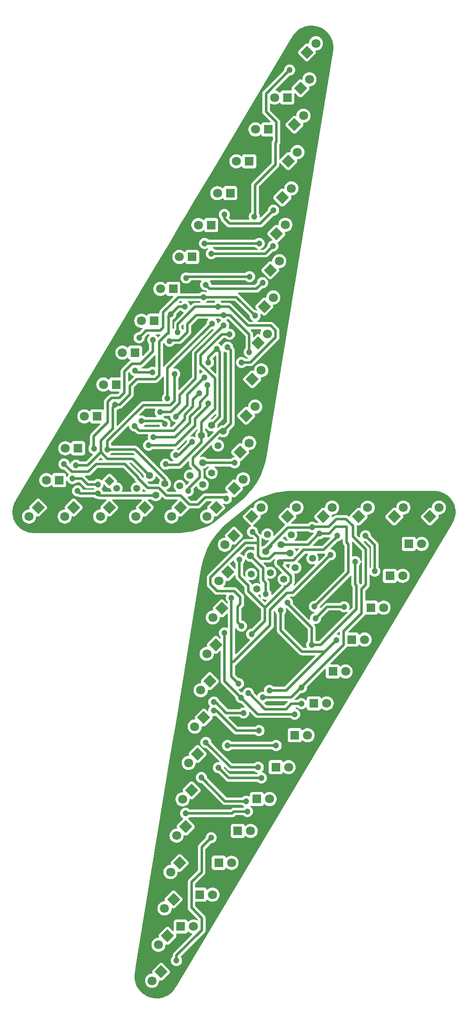
<source format=gbr>
%TF.GenerationSoftware,KiCad,Pcbnew,9.0.7*%
%TF.CreationDate,2026-02-15T20:35:58+02:00*%
%TF.ProjectId,kicad_selka_mk1,6b696361-645f-4736-956c-6b615f6d6b31,rev?*%
%TF.SameCoordinates,Original*%
%TF.FileFunction,Copper,L1,Top*%
%TF.FilePolarity,Positive*%
%FSLAX46Y46*%
G04 Gerber Fmt 4.6, Leading zero omitted, Abs format (unit mm)*
G04 Created by KiCad (PCBNEW 9.0.7) date 2026-02-15 20:35:58*
%MOMM*%
%LPD*%
G01*
G04 APERTURE LIST*
G04 Aperture macros list*
%AMRotRect*
0 Rectangle, with rotation*
0 The origin of the aperture is its center*
0 $1 length*
0 $2 width*
0 $3 Rotation angle, in degrees counterclockwise*
0 Add horizontal line*
21,1,$1,$2,0,0,$3*%
G04 Aperture macros list end*
%TA.AperFunction,ComponentPad*%
%ADD10C,1.400000*%
%TD*%
%TA.AperFunction,ComponentPad*%
%ADD11R,1.800000X1.800000*%
%TD*%
%TA.AperFunction,ComponentPad*%
%ADD12C,1.800000*%
%TD*%
%TA.AperFunction,ComponentPad*%
%ADD13RotRect,1.800000X1.800000X225.000000*%
%TD*%
%TA.AperFunction,ComponentPad*%
%ADD14RotRect,1.800000X1.800000X45.000000*%
%TD*%
%TA.AperFunction,ComponentPad*%
%ADD15C,1.350000*%
%TD*%
%TA.AperFunction,ComponentPad*%
%ADD16RotRect,1.350000X1.350000X225.000000*%
%TD*%
%TA.AperFunction,ViaPad*%
%ADD17C,1.200000*%
%TD*%
%TA.AperFunction,Conductor*%
%ADD18C,0.500000*%
%TD*%
G04 APERTURE END LIST*
D10*
%TO.P,J2,1,Pin_1*%
%TO.N,Net-(D14-A)*%
X132740400Y-155295600D03*
%TD*%
%TO.P,J26,1,Pin_1*%
%TO.N,Net-(D16-K)*%
X133807200Y-158292800D03*
%TD*%
%TO.P,J24,1,Pin_1*%
%TO.N,Net-(D15-K)*%
X136499600Y-155041600D03*
%TD*%
%TO.P,J18,1,Pin_1*%
%TO.N,Net-(D20-K)*%
X132588000Y-151688800D03*
%TD*%
%TO.P,J16,1,Pin_1*%
%TO.N,Net-(D19-K)*%
X135636000Y-150825200D03*
%TD*%
%TO.P,J14,1,Pin_1*%
%TO.N,Net-(D18-K)*%
X138684000Y-149453600D03*
%TD*%
%TO.P,J22,1,Pin_1*%
%TO.N,Net-(D14-K)*%
X138480800Y-153060400D03*
%TD*%
%TO.P,J20,1,Pin_1*%
%TO.N,Net-(D21-K)*%
X140462000Y-151130000D03*
%TD*%
%TO.P,J12,1,Pin_1*%
%TO.N,Net-(D17-K)*%
X140665200Y-147523200D03*
%TD*%
%TO.P,J8,1,Pin_1*%
%TO.N,Net-(J8-Pin_1)*%
X144881600Y-152196800D03*
%TD*%
%TO.P,J4,1,Pin_1*%
%TO.N,Net-(J4-Pin_1)*%
X139141200Y-156311600D03*
%TD*%
%TO.P,J10,1,Pin_1*%
%TO.N,Net-(D41-A)*%
X135940800Y-147421600D03*
%TD*%
%TO.P,J6,1,Pin_1*%
%TO.N,Net-(J6-Pin_1)*%
X141478000Y-154025600D03*
%TD*%
D11*
%TO.P,D31,1,K*%
%TO.N,Net-(D15-K)*%
X133823200Y-199972000D03*
D12*
%TO.P,D31,2,A*%
%TO.N,Net-(D25-A)*%
X136363200Y-199972000D03*
%TD*%
D13*
%TO.P,D18,1,K*%
%TO.N,Net-(D18-K)*%
X124473161Y-176568439D03*
D12*
%TO.P,D18,2,A*%
%TO.N,Net-(D17-A)*%
X122677110Y-178364490D03*
%TD*%
D13*
%TO.P,D25,1,K*%
%TO.N,Net-(D17-K)*%
X116073161Y-227108439D03*
D12*
%TO.P,D25,2,A*%
%TO.N,Net-(D25-A)*%
X114277110Y-228904490D03*
%TD*%
D13*
%TO.P,D46,1,K*%
%TO.N,Net-(D46-K)*%
X125735000Y-142087600D03*
D12*
%TO.P,D46,2,A*%
%TO.N,Net-(D46-A)*%
X123938949Y-143883651D03*
%TD*%
D11*
%TO.P,D62,1,K*%
%TO.N,Net-(D46-K)*%
X132313800Y-73372000D03*
D12*
%TO.P,D62,2,A*%
%TO.N,Net-(D57-A)*%
X129773800Y-73372000D03*
%TD*%
D11*
%TO.P,D60,1,K*%
%TO.N,Net-(D12-K)*%
X124753800Y-86032000D03*
D12*
%TO.P,D60,2,A*%
%TO.N,Net-(D57-A)*%
X122213800Y-86032000D03*
%TD*%
D14*
%TO.P,D10,1,K*%
%TO.N,Net-(D10-K)*%
X132903839Y-116655561D03*
D12*
%TO.P,D10,2,A*%
%TO.N,Net-(D10-A)*%
X134699890Y-114859510D03*
%TD*%
D13*
%TO.P,D21,1,K*%
%TO.N,Net-(D21-K)*%
X120873161Y-198228439D03*
D12*
%TO.P,D21,2,A*%
%TO.N,Net-(D17-A)*%
X119077110Y-200024490D03*
%TD*%
D14*
%TO.P,D43,1,K*%
%TO.N,Net-(D19-K)*%
X146998000Y-143916400D03*
D12*
%TO.P,D43,2,A*%
%TO.N,Net-(D41-A)*%
X148794051Y-142120349D03*
%TD*%
D14*
%TO.P,D41,1,K*%
%TO.N,Net-(D17-K)*%
X161154000Y-143916400D03*
D12*
%TO.P,D41,2,A*%
%TO.N,Net-(D41-A)*%
X162950051Y-142120349D03*
%TD*%
D11*
%TO.P,D34,1,K*%
%TO.N,Net-(D18-K)*%
X145163200Y-180982000D03*
D12*
%TO.P,D34,2,A*%
%TO.N,Net-(D33-A)*%
X147703200Y-180982000D03*
%TD*%
D11*
%TO.P,D27,1,K*%
%TO.N,Net-(D19-K)*%
X118703200Y-225292000D03*
D12*
%TO.P,D27,2,A*%
%TO.N,Net-(D25-A)*%
X121243200Y-225292000D03*
%TD*%
D14*
%TO.P,D11,1,K*%
%TO.N,Net-(D11-K)*%
X131703839Y-123875561D03*
D12*
%TO.P,D11,2,A*%
%TO.N,Net-(D10-A)*%
X133499890Y-122079510D03*
%TD*%
D13*
%TO.P,D14,1,K*%
%TO.N,Net-(D14-K)*%
X129273161Y-147688439D03*
D12*
%TO.P,D14,2,A*%
%TO.N,Net-(D14-A)*%
X127477110Y-149484490D03*
%TD*%
D11*
%TO.P,D58,1,K*%
%TO.N,Net-(D10-K)*%
X117193800Y-98692000D03*
D12*
%TO.P,D58,2,A*%
%TO.N,Net-(D57-A)*%
X114653800Y-98692000D03*
%TD*%
D11*
%TO.P,D39,1,K*%
%TO.N,Net-(D15-K)*%
X164063200Y-149332000D03*
D12*
%TO.P,D39,2,A*%
%TO.N,Net-(D33-A)*%
X166603200Y-149332000D03*
%TD*%
D11*
%TO.P,D56,1,K*%
%TO.N,Net-(D48-K)*%
X109633800Y-111352000D03*
D12*
%TO.P,D56,2,A*%
%TO.N,Net-(D49-A)*%
X107093800Y-111352000D03*
%TD*%
D11*
%TO.P,D57,1,K*%
%TO.N,Net-(D1-K)*%
X113413800Y-105022000D03*
D12*
%TO.P,D57,2,A*%
%TO.N,Net-(D57-A)*%
X110873800Y-105022000D03*
%TD*%
D13*
%TO.P,D47,1,K*%
%TO.N,Net-(D47-K)*%
X118657000Y-142087600D03*
D12*
%TO.P,D47,2,A*%
%TO.N,Net-(D46-A)*%
X116860949Y-143883651D03*
%TD*%
D14*
%TO.P,D1,1,K*%
%TO.N,Net-(D1-K)*%
X143781839Y-51752361D03*
D12*
%TO.P,D1,2,A*%
%TO.N,Net-(D1-A)*%
X145577890Y-49956310D03*
%TD*%
D14*
%TO.P,D40,1,K*%
%TO.N,Net-(D16-K)*%
X168232000Y-143916400D03*
D12*
%TO.P,D40,2,A*%
%TO.N,Net-(D33-A)*%
X170028051Y-142120349D03*
%TD*%
D11*
%TO.P,D38,1,K*%
%TO.N,Net-(D14-K)*%
X160283200Y-155662000D03*
D12*
%TO.P,D38,2,A*%
%TO.N,Net-(D33-A)*%
X162823200Y-155662000D03*
%TD*%
D11*
%TO.P,D54,1,K*%
%TO.N,Net-(D46-K)*%
X102073800Y-124012000D03*
D12*
%TO.P,D54,2,A*%
%TO.N,Net-(D49-A)*%
X99533800Y-124012000D03*
%TD*%
D13*
%TO.P,D20,1,K*%
%TO.N,Net-(D20-K)*%
X122073161Y-191008439D03*
D12*
%TO.P,D20,2,A*%
%TO.N,Net-(D17-A)*%
X120277110Y-192804490D03*
%TD*%
D11*
%TO.P,D63,1,K*%
%TO.N,Net-(D47-K)*%
X136093800Y-67042000D03*
D12*
%TO.P,D63,2,A*%
%TO.N,Net-(D57-A)*%
X133553800Y-67042000D03*
%TD*%
D14*
%TO.P,D2,1,K*%
%TO.N,Net-(D10-K)*%
X142503839Y-58895561D03*
D12*
%TO.P,D2,2,A*%
%TO.N,Net-(D1-A)*%
X144299890Y-57099510D03*
%TD*%
D13*
%TO.P,D22,1,K*%
%TO.N,Net-(D14-K)*%
X119673161Y-205448439D03*
D12*
%TO.P,D22,2,A*%
%TO.N,Net-(D17-A)*%
X117877110Y-207244490D03*
%TD*%
D13*
%TO.P,D49,1,K*%
%TO.N,Net-(D1-K)*%
X104501000Y-142087600D03*
D12*
%TO.P,D49,2,A*%
%TO.N,Net-(D49-A)*%
X102704949Y-143883651D03*
%TD*%
D14*
%TO.P,D44,1,K*%
%TO.N,Net-(D20-K)*%
X139920000Y-143916400D03*
D12*
%TO.P,D44,2,A*%
%TO.N,Net-(D41-A)*%
X141716051Y-142120349D03*
%TD*%
D11*
%TO.P,D32,1,K*%
%TO.N,Net-(D16-K)*%
X137603200Y-193642000D03*
D12*
%TO.P,D32,2,A*%
%TO.N,Net-(D25-A)*%
X140143200Y-193642000D03*
%TD*%
D13*
%TO.P,D48,1,K*%
%TO.N,Net-(D48-K)*%
X111579000Y-142087600D03*
D12*
%TO.P,D48,2,A*%
%TO.N,Net-(D46-A)*%
X109782949Y-143883651D03*
%TD*%
D13*
%TO.P,D16,1,K*%
%TO.N,Net-(D16-K)*%
X126873161Y-162128439D03*
D12*
%TO.P,D16,2,A*%
%TO.N,Net-(D14-A)*%
X125077110Y-163924490D03*
%TD*%
D13*
%TO.P,D51,1,K*%
%TO.N,Net-(D11-K)*%
X90345000Y-142087600D03*
D12*
%TO.P,D51,2,A*%
%TO.N,Net-(D49-A)*%
X88548949Y-143883651D03*
%TD*%
D11*
%TO.P,D30,1,K*%
%TO.N,Net-(D14-K)*%
X130043200Y-206302000D03*
D12*
%TO.P,D30,2,A*%
%TO.N,Net-(D25-A)*%
X132583200Y-206302000D03*
%TD*%
D14*
%TO.P,D8,1,K*%
%TO.N,Net-(D48-K)*%
X135303839Y-102215561D03*
D12*
%TO.P,D8,2,A*%
%TO.N,Net-(D1-A)*%
X137099890Y-100419510D03*
%TD*%
D11*
%TO.P,D53,1,K*%
%TO.N,Net-(D13-K)*%
X98293800Y-130342000D03*
D12*
%TO.P,D53,2,A*%
%TO.N,Net-(D49-A)*%
X95753800Y-130342000D03*
%TD*%
D11*
%TO.P,D35,1,K*%
%TO.N,Net-(D19-K)*%
X148943200Y-174652000D03*
D12*
%TO.P,D35,2,A*%
%TO.N,Net-(D33-A)*%
X151483200Y-174652000D03*
%TD*%
D14*
%TO.P,D42,1,K*%
%TO.N,Net-(D18-K)*%
X154076000Y-143916400D03*
D12*
%TO.P,D42,2,A*%
%TO.N,Net-(D41-A)*%
X155872051Y-142120349D03*
%TD*%
D14*
%TO.P,D3,1,K*%
%TO.N,Net-(D11-K)*%
X141303839Y-66115561D03*
D12*
%TO.P,D3,2,A*%
%TO.N,Net-(D1-A)*%
X143099890Y-64319510D03*
%TD*%
D13*
%TO.P,D19,1,K*%
%TO.N,Net-(D19-K)*%
X123273161Y-183788439D03*
D12*
%TO.P,D19,2,A*%
%TO.N,Net-(D17-A)*%
X121477110Y-185584490D03*
%TD*%
D13*
%TO.P,D15,1,K*%
%TO.N,Net-(D15-K)*%
X128073161Y-154908439D03*
D12*
%TO.P,D15,2,A*%
%TO.N,Net-(D14-A)*%
X126277110Y-156704490D03*
%TD*%
D14*
%TO.P,D45,1,K*%
%TO.N,Net-(D21-K)*%
X132842000Y-143916400D03*
D12*
%TO.P,D45,2,A*%
%TO.N,Net-(D41-A)*%
X134638051Y-142120349D03*
%TD*%
D14*
%TO.P,D9,1,K*%
%TO.N,Net-(D1-K)*%
X134103839Y-109435561D03*
D12*
%TO.P,D9,2,A*%
%TO.N,Net-(D10-A)*%
X135899890Y-107639510D03*
%TD*%
D11*
%TO.P,D59,1,K*%
%TO.N,Net-(D11-K)*%
X120973800Y-92362000D03*
D12*
%TO.P,D59,2,A*%
%TO.N,Net-(D57-A)*%
X118433800Y-92362000D03*
%TD*%
D13*
%TO.P,D50,1,K*%
%TO.N,Net-(D10-K)*%
X97423000Y-142087600D03*
D12*
%TO.P,D50,2,A*%
%TO.N,Net-(D49-A)*%
X95626949Y-143883651D03*
%TD*%
D11*
%TO.P,D29,1,K*%
%TO.N,Net-(D21-K)*%
X126263200Y-212632000D03*
D12*
%TO.P,D29,2,A*%
%TO.N,Net-(D25-A)*%
X128803200Y-212632000D03*
%TD*%
D13*
%TO.P,D24,1,K*%
%TO.N,Net-(D16-K)*%
X117273161Y-219888439D03*
D12*
%TO.P,D24,2,A*%
%TO.N,Net-(D17-A)*%
X115477110Y-221684490D03*
%TD*%
D11*
%TO.P,D55,1,K*%
%TO.N,Net-(D47-K)*%
X105853800Y-117682000D03*
D12*
%TO.P,D55,2,A*%
%TO.N,Net-(D49-A)*%
X103313800Y-117682000D03*
%TD*%
D13*
%TO.P,D17,1,K*%
%TO.N,Net-(D17-K)*%
X125673161Y-169348439D03*
D12*
%TO.P,D17,2,A*%
%TO.N,Net-(D17-A)*%
X123877110Y-171144490D03*
%TD*%
D14*
%TO.P,D6,1,K*%
%TO.N,Net-(D46-K)*%
X137703839Y-87775561D03*
D12*
%TO.P,D6,2,A*%
%TO.N,Net-(D1-A)*%
X139499890Y-85979510D03*
%TD*%
D14*
%TO.P,D5,1,K*%
%TO.N,Net-(D13-K)*%
X138903839Y-80555561D03*
D12*
%TO.P,D5,2,A*%
%TO.N,Net-(D1-A)*%
X140699890Y-78759510D03*
%TD*%
D11*
%TO.P,D64,1,K*%
%TO.N,Net-(D48-K)*%
X139873800Y-60712000D03*
D12*
%TO.P,D64,2,A*%
%TO.N,Net-(D57-A)*%
X137333800Y-60712000D03*
%TD*%
D11*
%TO.P,D52,1,K*%
%TO.N,Net-(D12-K)*%
X94513800Y-136672000D03*
D12*
%TO.P,D52,2,A*%
%TO.N,Net-(D49-A)*%
X91973800Y-136672000D03*
%TD*%
D11*
%TO.P,D37,1,K*%
%TO.N,Net-(D21-K)*%
X156503200Y-161992000D03*
D12*
%TO.P,D37,2,A*%
%TO.N,Net-(D33-A)*%
X159043200Y-161992000D03*
%TD*%
D13*
%TO.P,D26,1,K*%
%TO.N,Net-(D18-K)*%
X114795161Y-234251639D03*
D12*
%TO.P,D26,2,A*%
%TO.N,Net-(D25-A)*%
X112999110Y-236047690D03*
%TD*%
D14*
%TO.P,D4,1,K*%
%TO.N,Net-(D12-K)*%
X140103839Y-73335561D03*
D12*
%TO.P,D4,2,A*%
%TO.N,Net-(D1-A)*%
X141899890Y-71539510D03*
%TD*%
D11*
%TO.P,D61,1,K*%
%TO.N,Net-(D13-K)*%
X128533800Y-79702000D03*
D12*
%TO.P,D61,2,A*%
%TO.N,Net-(D57-A)*%
X125993800Y-79702000D03*
%TD*%
D11*
%TO.P,D36,1,K*%
%TO.N,Net-(D20-K)*%
X152723200Y-168322000D03*
D12*
%TO.P,D36,2,A*%
%TO.N,Net-(D33-A)*%
X155263200Y-168322000D03*
%TD*%
D11*
%TO.P,D33,1,K*%
%TO.N,Net-(D17-K)*%
X141383200Y-187312000D03*
D12*
%TO.P,D33,2,A*%
%TO.N,Net-(D33-A)*%
X143923200Y-187312000D03*
%TD*%
D14*
%TO.P,D13,1,K*%
%TO.N,Net-(D13-K)*%
X129303839Y-138315561D03*
D12*
%TO.P,D13,2,A*%
%TO.N,Net-(D10-A)*%
X131099890Y-136519510D03*
%TD*%
D14*
%TO.P,D7,1,K*%
%TO.N,Net-(D47-K)*%
X136503839Y-94995561D03*
D12*
%TO.P,D7,2,A*%
%TO.N,Net-(D1-A)*%
X138299890Y-93199510D03*
%TD*%
D14*
%TO.P,D12,1,K*%
%TO.N,Net-(D12-K)*%
X130503839Y-131095561D03*
D12*
%TO.P,D12,2,A*%
%TO.N,Net-(D10-A)*%
X132299890Y-129299510D03*
%TD*%
D13*
%TO.P,D23,1,K*%
%TO.N,Net-(D15-K)*%
X118473161Y-212668439D03*
D12*
%TO.P,D23,2,A*%
%TO.N,Net-(D17-A)*%
X116677110Y-214464490D03*
%TD*%
D11*
%TO.P,D28,1,K*%
%TO.N,Net-(D20-K)*%
X122483200Y-218962000D03*
D12*
%TO.P,D28,2,A*%
%TO.N,Net-(D25-A)*%
X125023200Y-218962000D03*
%TD*%
D10*
%TO.P,J23,1,Pin_1*%
%TO.N,Net-(D47-K)*%
X127152400Y-126949200D03*
%TD*%
%TO.P,J17,1,Pin_1*%
%TO.N,Net-(D12-K)*%
X112522000Y-135763000D03*
%TD*%
%TO.P,J13,1,Pin_1*%
%TO.N,Net-(D10-K)*%
X115570000Y-137363200D03*
%TD*%
%TO.P,J21,1,Pin_1*%
%TO.N,Net-(D46-K)*%
X124815600Y-125780800D03*
%TD*%
D15*
%TO.P,J27,2,Pin_2*%
%TO.N,GND*%
X105960614Y-138269414D03*
D16*
%TO.P,J27,1,Pin_1*%
%TO.N,+5V*%
X104546400Y-136855200D03*
%TD*%
D10*
%TO.P,J9,1,Pin_1*%
%TO.N,Net-(D46-A)*%
X118491000Y-137795000D03*
%TD*%
%TO.P,J11,1,Pin_1*%
%TO.N,Net-(D1-K)*%
X113741200Y-139649200D03*
%TD*%
%TO.P,J1,1,Pin_1*%
%TO.N,Net-(D10-A)*%
X123063000Y-133223000D03*
%TD*%
%TO.P,J7,1,Pin_1*%
%TO.N,Net-(J7-Pin_1)*%
X124866400Y-135229600D03*
%TD*%
%TO.P,J25,1,Pin_1*%
%TO.N,Net-(D48-K)*%
X122834400Y-127762000D03*
%TD*%
%TO.P,J3,1,Pin_1*%
%TO.N,Net-(J3-Pin_1)*%
X120523000Y-135763000D03*
%TD*%
%TO.P,J5,1,Pin_1*%
%TO.N,Net-(J5-Pin_1)*%
X123088400Y-137566400D03*
%TD*%
%TO.P,J15,1,Pin_1*%
%TO.N,Net-(D11-K)*%
X109982000Y-138303000D03*
%TD*%
%TO.P,J19,1,Pin_1*%
%TO.N,Net-(D13-K)*%
X126111000Y-129794000D03*
%TD*%
D17*
%TO.N,Net-(D21-K)*%
X130759200Y-165658800D03*
%TO.N,Net-(D14-K)*%
X149860000Y-147726400D03*
X155434810Y-147726400D03*
X157276800Y-154736800D03*
%TO.N,Net-(D20-K)*%
X138531600Y-162509200D03*
X135636000Y-159308800D03*
%TO.N,Net-(D15-K)*%
X139928600Y-160968417D03*
%TO.N,Net-(D16-K)*%
X148488400Y-151485600D03*
%TO.N,Net-(D18-K)*%
X145288000Y-161747200D03*
%TO.N,Net-(D21-K)*%
X151180800Y-161798000D03*
%TO.N,Net-(D18-K)*%
X146304000Y-147273000D03*
%TO.N,Net-(D21-K)*%
X132943600Y-146913600D03*
%TO.N,Net-(D14-K)*%
X131953000Y-202438000D03*
X132801805Y-167244205D03*
X119673161Y-202819000D03*
X130352800Y-152450800D03*
%TO.N,Net-(D16-K)*%
X128016000Y-189357000D03*
X130175000Y-177038000D03*
X137668000Y-189357000D03*
X128778000Y-160020000D03*
%TO.N,Net-(D1-K)*%
X113137375Y-108815187D03*
X101439000Y-130397118D03*
X98171000Y-138811000D03*
X127254000Y-103886000D03*
X116459000Y-109093000D03*
X132334000Y-111252000D03*
X133345495Y-84383395D03*
X140360400Y-55270400D03*
X102209600Y-139293600D03*
%TO.N,+5V*%
X110888888Y-124896123D03*
X115570000Y-125476000D03*
%TO.N,Net-(D15-K)*%
X134714600Y-195801600D03*
X144729200Y-169353405D03*
X153394400Y-152857200D03*
X126174500Y-193738500D03*
%TO.N,Net-(U1-PA5)*%
X117729000Y-131710765D03*
X120971690Y-129095500D03*
%TO.N,Net-(D10-K)*%
X118110000Y-107315000D03*
X104140000Y-130556000D03*
X126111000Y-102235000D03*
X130810000Y-113284000D03*
X117475000Y-115570000D03*
%TO.N,Net-(D12-K)*%
X134286000Y-89662000D03*
X119516314Y-102244314D03*
X123444000Y-89662000D03*
X116713000Y-103759000D03*
X105664000Y-121731000D03*
X97875020Y-133685664D03*
%TO.N,Net-(U1-PA1)*%
X112320895Y-129745295D03*
X124141000Y-121486791D03*
%TO.N,Net-(D11-K)*%
X97170000Y-136378810D03*
X119768219Y-96527219D03*
X122428000Y-119380000D03*
X109516777Y-125899777D03*
X102235000Y-137541000D03*
X132381000Y-96266000D03*
%TO.N,Net-(D13-K)*%
X127365569Y-83947000D03*
X95504000Y-133477000D03*
X127762000Y-140335000D03*
X127254000Y-105918000D03*
X137160000Y-83058000D03*
X114626733Y-123176667D03*
%TO.N,Net-(U1-PA0)*%
X113284000Y-128177000D03*
X124038133Y-117846178D03*
%TO.N,Net-(D10-A)*%
X129413000Y-133223000D03*
%TO.N,Net-(D46-K)*%
X123377656Y-116279723D03*
X117732202Y-124058955D03*
X137033000Y-90170000D03*
X124794000Y-91694000D03*
X125860950Y-110613050D03*
X124206000Y-113284000D03*
%TO.N,Net-(D47-K)*%
X123655223Y-97874223D03*
X128016000Y-110236000D03*
X124904500Y-105600500D03*
X134964646Y-97449287D03*
X116078000Y-120396000D03*
X120189000Y-138832593D03*
%TO.N,Net-(D48-K)*%
X110410000Y-108392405D03*
X115711621Y-133513179D03*
X109585905Y-114919905D03*
X133491700Y-104027700D03*
X113077000Y-115247187D03*
X123197800Y-100330000D03*
X128397000Y-107696000D03*
%TO.N,Net-(D17-K)*%
X130683000Y-179832000D03*
X127381000Y-167005000D03*
X141351000Y-183134000D03*
%TO.N,Net-(D18-K)*%
X131191000Y-182880000D03*
X125279800Y-180735497D03*
X117856000Y-232029000D03*
X132139692Y-178955612D03*
X142701000Y-181067871D03*
X124727706Y-207666935D03*
%TO.N,Net-(D20-K)*%
X136321000Y-178412013D03*
X123698000Y-188722000D03*
X149686000Y-168402000D03*
X134112000Y-193675000D03*
%TO.N,Net-(D21-K)*%
X131699000Y-200406000D03*
X145491200Y-164134800D03*
X122809000Y-195707000D03*
%TO.N,Net-(D19-K)*%
X134277100Y-186397900D03*
X144845595Y-146035205D03*
X142701000Y-177849509D03*
X125279800Y-182435500D03*
X134971000Y-179762013D03*
%TD*%
D18*
%TO.N,Net-(D12-K)*%
X105664000Y-121731000D02*
X105212595Y-122182405D01*
X105212595Y-122182405D02*
X105212595Y-126416777D01*
X105212595Y-126416777D02*
X102789000Y-128840372D01*
X102789000Y-128840372D02*
X102789000Y-131115603D01*
X105664000Y-121731000D02*
X106522428Y-121731000D01*
X106522428Y-121731000D02*
X108585000Y-119668428D01*
X109982000Y-116586000D02*
X109994187Y-116598187D01*
X108585000Y-117983000D02*
X109982000Y-116586000D01*
X108585000Y-119668428D02*
X108585000Y-117983000D01*
X109994187Y-116598187D02*
X113658417Y-116598187D01*
X116332000Y-107569000D02*
X116332000Y-104140000D01*
X113658417Y-116598187D02*
X114427000Y-115829604D01*
X114427000Y-115829604D02*
X114427000Y-109214397D01*
X114427000Y-109214397D02*
X116072397Y-107569000D01*
X116072397Y-107569000D02*
X116332000Y-107569000D01*
X116332000Y-104140000D02*
X116713000Y-103759000D01*
%TO.N,Net-(D48-K)*%
X115711621Y-133513179D02*
X115864021Y-133665579D01*
X115864021Y-133665579D02*
X118312215Y-133665579D01*
X118312215Y-133665579D02*
X122834400Y-129143394D01*
X122834400Y-129143394D02*
X122834400Y-127762000D01*
%TO.N,Net-(U1-PA5)*%
X117729000Y-131710765D02*
X118356425Y-131710765D01*
X118356425Y-131710765D02*
X120971690Y-129095500D01*
%TO.N,Net-(U1-PA1)*%
X112320895Y-129745295D02*
X117650705Y-129745295D01*
X121566942Y-124487942D02*
X124141000Y-121913884D01*
X124141000Y-121913884D02*
X124141000Y-121486791D01*
X117650705Y-129745295D02*
X121566942Y-125829058D01*
X121566942Y-125829058D02*
X121566942Y-124487942D01*
%TO.N,Net-(U1-PA0)*%
X113284000Y-128177000D02*
X117568000Y-128177000D01*
X122545686Y-122093570D02*
X122545686Y-121172918D01*
X124038133Y-119680471D02*
X124038133Y-117846178D01*
X120525736Y-125219264D02*
X120525736Y-124113520D01*
X117568000Y-128177000D02*
X120525736Y-125219264D01*
X122545686Y-121172918D02*
X124038133Y-119680471D01*
X120525736Y-124113520D02*
X122545686Y-122093570D01*
%TO.N,Net-(D11-K)*%
X121158000Y-122065628D02*
X119524736Y-123698892D01*
X119524736Y-123698892D02*
X119507893Y-123698892D01*
X119507893Y-123698892D02*
X119507893Y-124586107D01*
X119507893Y-124586107D02*
X117267000Y-126827000D01*
X117267000Y-126827000D02*
X110444000Y-126827000D01*
X110444000Y-126827000D02*
X109516777Y-125899777D01*
%TO.N,+5V*%
X110888888Y-124896123D02*
X114990123Y-124896123D01*
X114990123Y-124896123D02*
X115570000Y-125476000D01*
%TO.N,Net-(D13-K)*%
X118502182Y-121378372D02*
X118502182Y-119739569D01*
X127229769Y-105918000D02*
X127254000Y-105918000D01*
X114626733Y-123176667D02*
X116703887Y-123176667D01*
X116703887Y-123176667D02*
X118502182Y-121378372D01*
X121666000Y-111481769D02*
X127229769Y-105918000D01*
X118502182Y-119739569D02*
X121666000Y-116575751D01*
X121666000Y-116575751D02*
X121666000Y-111481769D01*
%TO.N,Net-(D10-K)*%
X104140000Y-130556000D02*
X104140000Y-128905000D01*
X104140000Y-128905000D02*
X111298000Y-121747000D01*
X117475000Y-120909603D02*
X117475000Y-115570000D01*
X111298000Y-121747000D02*
X116637603Y-121747000D01*
X116637603Y-121747000D02*
X117475000Y-120909603D01*
%TO.N,Net-(D47-K)*%
X127152400Y-126949200D02*
X128651000Y-125450600D01*
X127152400Y-126949200D02*
X126444222Y-126949200D01*
X126444222Y-126949200D02*
X121109918Y-132283504D01*
X121109918Y-132283504D02*
X121109918Y-133534076D01*
X121109918Y-133534076D02*
X122476082Y-134900240D01*
X122476082Y-134900240D02*
X122476082Y-136074076D01*
X122476082Y-136074076D02*
X120266905Y-138283253D01*
X120266905Y-138283253D02*
X120266905Y-138754688D01*
X120266905Y-138754688D02*
X120189000Y-138832593D01*
X128651000Y-110871000D02*
X128016000Y-110236000D01*
X128651000Y-125450600D02*
X128651000Y-110871000D01*
%TO.N,Net-(D46-K)*%
X124815600Y-125780800D02*
X126492000Y-124104400D01*
X126492000Y-124104400D02*
X126492000Y-111244100D01*
X126492000Y-111244100D02*
X125860950Y-110613050D01*
%TO.N,Net-(D48-K)*%
X122834400Y-127762000D02*
X122834400Y-125198013D01*
X122834400Y-125198013D02*
X125491000Y-122541413D01*
X122667000Y-111896397D02*
X126867397Y-107696000D01*
X125491000Y-122541413D02*
X125491000Y-116479603D01*
X125491000Y-116479603D02*
X122667000Y-113655603D01*
X122667000Y-113655603D02*
X122667000Y-111896397D01*
X126867397Y-107696000D02*
X128397000Y-107696000D01*
%TO.N,Net-(D20-K)*%
X149686000Y-168402000D02*
X139675987Y-178412013D01*
X139675987Y-178412013D02*
X136321000Y-178412013D01*
%TO.N,Net-(D15-K)*%
X144729200Y-169353405D02*
X144729200Y-165963600D01*
X144729200Y-165963600D02*
X141732000Y-162966400D01*
%TO.N,Net-(D16-K)*%
X148488400Y-151485600D02*
X140955000Y-159019000D01*
X140955000Y-159019000D02*
X139837400Y-159019000D01*
X139837400Y-159019000D02*
X136441300Y-162415100D01*
X136441300Y-162415100D02*
X136441300Y-165513900D01*
X136441300Y-165513900D02*
X129184400Y-172770800D01*
X129184400Y-172770800D02*
X128778000Y-172770800D01*
%TO.N,Net-(D14-K)*%
X135440300Y-161993700D02*
X135440300Y-164605710D01*
X135440300Y-164605710D02*
X132801805Y-167244205D01*
X136144000Y-161296772D02*
X136137228Y-161296772D01*
X136137228Y-161296772D02*
X135440300Y-161993700D01*
X138480800Y-153060400D02*
X138480800Y-153599176D01*
X138480800Y-153599176D02*
X140592200Y-155710576D01*
X140592200Y-155710576D02*
X140592200Y-156912624D01*
X140592200Y-156912624D02*
X139742224Y-157762600D01*
X139742224Y-157762600D02*
X139446000Y-157762600D01*
X139446000Y-157762600D02*
X139446000Y-157994772D01*
X139446000Y-157994772D02*
X136144000Y-161296772D01*
X135440300Y-161993700D02*
X135134772Y-161688172D01*
X135134772Y-161688172D02*
X135119772Y-161688172D01*
X135119772Y-161688172D02*
X132130800Y-158699200D01*
X132130800Y-158699200D02*
X132130800Y-157581600D01*
X132130800Y-157581600D02*
X130352800Y-155803600D01*
X130352800Y-155803600D02*
X130352800Y-152450800D01*
%TO.N,Net-(D1-K)*%
X113741200Y-139649200D02*
X113636400Y-139754000D01*
X113636400Y-139754000D02*
X102670000Y-139754000D01*
X102670000Y-139754000D02*
X102209600Y-139293600D01*
%TO.N,Net-(D13-K)*%
X101858231Y-133462000D02*
X100283567Y-135036664D01*
X97315417Y-135036664D02*
X97306563Y-135027810D01*
X107554000Y-133462000D02*
X101858231Y-133462000D01*
X100283567Y-135036664D02*
X97315417Y-135036664D01*
X110225079Y-136133079D02*
X107554000Y-133462000D01*
X110225079Y-136281921D02*
X110225079Y-136133079D01*
X114320024Y-138176000D02*
X112119158Y-138176000D01*
X123566350Y-140063808D02*
X122099579Y-141530579D01*
X112119158Y-138176000D02*
X110225079Y-136281921D01*
X115898024Y-139754000D02*
X114320024Y-138176000D01*
X118658266Y-139754000D02*
X115898024Y-139754000D01*
X120434845Y-141530579D02*
X118658266Y-139754000D01*
X97054810Y-135027810D02*
X95504000Y-133477000D01*
X122099579Y-141530579D02*
X120434845Y-141530579D01*
X127490808Y-140063808D02*
X123566350Y-140063808D01*
X127762000Y-140335000D02*
X127490808Y-140063808D01*
X97306563Y-135027810D02*
X97054810Y-135027810D01*
%TO.N,Net-(D10-K)*%
X115570000Y-137363200D02*
X115570000Y-136546842D01*
X115570000Y-136546842D02*
X115062000Y-136038842D01*
%TO.N,Net-(D21-K)*%
X129997200Y-164896800D02*
X130759200Y-165658800D01*
X129997200Y-164744400D02*
X129997200Y-164896800D01*
%TO.N,Net-(D16-K)*%
X128778000Y-175641000D02*
X128778000Y-172770800D01*
%TO.N,Net-(D21-K)*%
X129997200Y-161798000D02*
X129997200Y-164744400D01*
X130556000Y-161239200D02*
X129997200Y-161798000D01*
X124626110Y-156020623D02*
X124626110Y-157388357D01*
X126549620Y-158669000D02*
X125906753Y-158669000D01*
X125906753Y-158669000D02*
X124626110Y-157388357D01*
X130556000Y-159887397D02*
X130556000Y-161239200D01*
X129337603Y-158669000D02*
X130556000Y-159887397D01*
X126549620Y-158669000D02*
X129337603Y-158669000D01*
X131497934Y-149148800D02*
X124626110Y-156020623D01*
X134039000Y-149148800D02*
X131497934Y-149148800D01*
X134039000Y-151638000D02*
X134039000Y-149148800D01*
%TO.N,Net-(D14-K)*%
X155434810Y-147726400D02*
X157276800Y-149568390D01*
X157276800Y-149568390D02*
X157276800Y-154736800D01*
X147116800Y-150520400D02*
X149809200Y-147828000D01*
X143052800Y-150520400D02*
X147116800Y-150520400D01*
%TO.N,Net-(D18-K)*%
X145288000Y-161747200D02*
X152044400Y-154990800D01*
X149501014Y-145945014D02*
X148173028Y-147273000D01*
X152044400Y-154990800D02*
X152044400Y-149372992D01*
X152044400Y-149372992D02*
X151692186Y-149020778D01*
X151692186Y-149020778D02*
X151692186Y-145945014D01*
X151692186Y-145945014D02*
X149501014Y-145945014D01*
X148173028Y-147273000D02*
X146304000Y-147273000D01*
%TO.N,Net-(D19-K)*%
X145288000Y-145923000D02*
X147523200Y-145923000D01*
X155478200Y-150418800D02*
X152948500Y-147889100D01*
X147523200Y-145923000D02*
X148107400Y-145923000D01*
X148107400Y-145923000D02*
X149656800Y-144373600D01*
X149656800Y-144373600D02*
X151536400Y-144373600D01*
X151536400Y-144373600D02*
X152948500Y-145785700D01*
X152948500Y-145785700D02*
X152948500Y-147889100D01*
%TO.N,Net-(D18-K)*%
X146286808Y-147290192D02*
X146202400Y-147290192D01*
X146304000Y-147273000D02*
X146286808Y-147290192D01*
X144038992Y-149453600D02*
X138684000Y-149453600D01*
X146202400Y-147290192D02*
X144038992Y-149453600D01*
%TO.N,Net-(D19-K)*%
X154838400Y-158089600D02*
X155478200Y-157449800D01*
X155478200Y-157449800D02*
X155478200Y-150418800D01*
%TO.N,Net-(D15-K)*%
X153394400Y-152857200D02*
X153394400Y-157352000D01*
X153394400Y-157352000D02*
X153624000Y-157581600D01*
X146496595Y-169352405D02*
X144730200Y-169352405D01*
X153624000Y-162225000D02*
X146496595Y-169352405D01*
X153624000Y-157581600D02*
X153624000Y-162225000D01*
X144730200Y-169352405D02*
X144729200Y-169353405D01*
%TO.N,Net-(D19-K)*%
X144845595Y-146035205D02*
X145175795Y-146035205D01*
X145175795Y-146035205D02*
X145288000Y-145923000D01*
X142701000Y-177742817D02*
X142701000Y-177849509D01*
X151072200Y-166671000D02*
X151072200Y-169371617D01*
X151072200Y-169371617D02*
X142701000Y-177742817D01*
X154838400Y-158089600D02*
X154625000Y-158303000D01*
X154625000Y-158303000D02*
X154625000Y-163118200D01*
X154625000Y-163118200D02*
X151072200Y-166671000D01*
%TO.N,Net-(D14-K)*%
X143052800Y-150591224D02*
X143052800Y-150520400D01*
X141063024Y-152581000D02*
X143052800Y-150591224D01*
X138960200Y-152581000D02*
X141063024Y-152581000D01*
X138480800Y-153060400D02*
X138960200Y-152581000D01*
%TO.N,Net-(D20-K)*%
X135636000Y-159308800D02*
X135636000Y-157102200D01*
X135636000Y-157102200D02*
X135048600Y-156514800D01*
X138531600Y-162509200D02*
X138531600Y-166463155D01*
X142756445Y-170688000D02*
X142875000Y-170688000D01*
X138531600Y-166463155D02*
X142756445Y-170688000D01*
X135048600Y-154149400D02*
X135048600Y-156514800D01*
X132588000Y-151688800D02*
X135048600Y-154149400D01*
%TO.N,Net-(D15-K)*%
X139928600Y-161163000D02*
X141732000Y-162966400D01*
X139928600Y-160968417D02*
X139928600Y-161163000D01*
%TO.N,Net-(D21-K)*%
X145491200Y-164134800D02*
X147828000Y-161798000D01*
X147828000Y-161798000D02*
X151180800Y-161798000D01*
X140462000Y-151130000D02*
X137383224Y-151130000D01*
X137383224Y-151130000D02*
X136237024Y-152276200D01*
X136237024Y-152276200D02*
X134677200Y-152276200D01*
X134677200Y-152276200D02*
X134039000Y-151638000D01*
X134039000Y-149148800D02*
X134039000Y-148009000D01*
X134039000Y-148009000D02*
X132943600Y-146913600D01*
%TO.N,Net-(D19-K)*%
X135636000Y-150449576D02*
X140013376Y-146072200D01*
X135636000Y-150825200D02*
X135636000Y-150449576D01*
X140013376Y-146072200D02*
X144808600Y-146072200D01*
X144808600Y-146072200D02*
X144845595Y-146035205D01*
X136702800Y-149758400D02*
X135636000Y-150825200D01*
X140013376Y-146072200D02*
X136702800Y-149382776D01*
X136702800Y-149382776D02*
X136702800Y-149758400D01*
%TO.N,Net-(D16-K)*%
X128778000Y-172770800D02*
X128778000Y-170078400D01*
%TO.N,Net-(D1-K)*%
X102209600Y-139293600D02*
X98653600Y-139293600D01*
X98653600Y-139293600D02*
X98171000Y-138811000D01*
%TO.N,Net-(D14-K)*%
X131953000Y-202438000D02*
X129286000Y-202438000D01*
X128905000Y-202819000D02*
X119673161Y-202819000D01*
X129286000Y-202438000D02*
X128905000Y-202819000D01*
%TO.N,Net-(D16-K)*%
X128778000Y-170078400D02*
X128778000Y-165227000D01*
X128778000Y-165227000D02*
X128778000Y-160020000D01*
X130175000Y-177038000D02*
X128778000Y-175641000D01*
X137668000Y-189357000D02*
X128016000Y-189357000D01*
%TO.N,Net-(D1-K)*%
X137744800Y-69519200D02*
X137541000Y-69723000D01*
X132334000Y-107696000D02*
X132334000Y-111252000D01*
X113137375Y-111150425D02*
X113137375Y-108815187D01*
X137744800Y-65608800D02*
X137744800Y-69519200D01*
X104965500Y-120332500D02*
X106505300Y-120332500D01*
X101399900Y-130358018D02*
X101399900Y-127987900D01*
X137541000Y-74041000D02*
X133477000Y-78105000D01*
X116667000Y-108885000D02*
X116459000Y-109093000D01*
X135682800Y-63546800D02*
X137744800Y-65608800D01*
X101399900Y-127987900D02*
X104211595Y-125176205D01*
X107504800Y-119333000D02*
X107504800Y-115090407D01*
X120015000Y-105664000D02*
X120015000Y-107320603D01*
X135682800Y-59948000D02*
X135682800Y-63546800D01*
X127254000Y-103886000D02*
X128524000Y-103886000D01*
X133477000Y-84251890D02*
X133345495Y-84383395D01*
X110718895Y-113568905D02*
X113137375Y-111150425D01*
X104211595Y-121086405D02*
X104965500Y-120332500D01*
X127254000Y-103886000D02*
X121793000Y-103886000D01*
X109026302Y-113568905D02*
X110718895Y-113568905D01*
X107504800Y-115090407D02*
X109026302Y-113568905D01*
X101439000Y-130397118D02*
X101399900Y-130358018D01*
X140360400Y-55270400D02*
X135682800Y-59948000D01*
X137541000Y-69723000D02*
X137541000Y-74041000D01*
X118450603Y-108885000D02*
X116667000Y-108885000D01*
X120015000Y-107320603D02*
X118450603Y-108885000D01*
X104211595Y-125176205D02*
X104211595Y-121086405D01*
X121793000Y-103886000D02*
X120015000Y-105664000D01*
X128524000Y-103886000D02*
X132334000Y-107696000D01*
X106505300Y-120332500D02*
X107504800Y-119333000D01*
X133477000Y-78105000D02*
X133477000Y-84251890D01*
%TO.N,Net-(D15-K)*%
X128237600Y-195801600D02*
X134714600Y-195801600D01*
X126174500Y-193738500D02*
X128237600Y-195801600D01*
%TO.N,Net-(D10-K)*%
X115062000Y-136038842D02*
X109579158Y-130556000D01*
X109579158Y-130556000D02*
X104140000Y-130556000D01*
X118110000Y-105664000D02*
X118110000Y-107315000D01*
X132590267Y-113284000D02*
X137550890Y-108323377D01*
X132042138Y-105988510D02*
X128288628Y-102235000D01*
X137550890Y-106955643D02*
X136583757Y-105988510D01*
X121539000Y-102235000D02*
X118110000Y-105664000D01*
X136583757Y-105988510D02*
X132042138Y-105988510D01*
X130810000Y-113284000D02*
X132590267Y-113284000D01*
X137550890Y-108323377D02*
X137550890Y-106955643D01*
X126111000Y-102235000D02*
X121539000Y-102235000D01*
X128288628Y-102235000D02*
X126111000Y-102235000D01*
%TO.N,Net-(D12-K)*%
X100173603Y-133731000D02*
X97920356Y-133731000D01*
X118227686Y-102244314D02*
X116205000Y-104267000D01*
X119516314Y-102244314D02*
X118227686Y-102244314D01*
X97875020Y-133685664D02*
X97920356Y-133731000D01*
X104134397Y-132461000D02*
X102789000Y-131115603D01*
X102789000Y-131115603D02*
X100173603Y-133731000D01*
X134286000Y-89662000D02*
X123444000Y-89662000D01*
X109220000Y-132461000D02*
X104134397Y-132461000D01*
X109220000Y-132461000D02*
X112522000Y-135763000D01*
%TO.N,Net-(D11-K)*%
X99040810Y-136378810D02*
X97170000Y-136378810D01*
X121158000Y-120650000D02*
X121158000Y-122065628D01*
X132381000Y-96266000D02*
X119761000Y-96266000D01*
X122428000Y-119380000D02*
X121158000Y-120650000D01*
X100203000Y-137541000D02*
X99040810Y-136378810D01*
X102235000Y-137541000D02*
X100203000Y-137541000D01*
X121158000Y-122065628D02*
X121158000Y-121031000D01*
%TO.N,Net-(D13-K)*%
X127365569Y-83947000D02*
X127365569Y-84693569D01*
X134483605Y-85734395D02*
X137160000Y-83058000D01*
X128406395Y-85734395D02*
X134483605Y-85734395D01*
X127365569Y-84693569D02*
X128406395Y-85734395D01*
%TO.N,Net-(D10-A)*%
X123063000Y-133223000D02*
X129413000Y-133223000D01*
%TO.N,Net-(D46-K)*%
X124206000Y-112268000D02*
X125860950Y-110613050D01*
X119253000Y-122555000D02*
X120015000Y-121793000D01*
X119236157Y-122555000D02*
X117732202Y-124058955D01*
X135509000Y-91694000D02*
X137033000Y-90170000D01*
X120015000Y-119642379D02*
X120015000Y-121793000D01*
X124206000Y-113284000D02*
X124206000Y-112268000D01*
X119236157Y-122555000D02*
X119253000Y-122555000D01*
X124794000Y-91694000D02*
X135509000Y-91694000D01*
X123377656Y-116279723D02*
X120015000Y-119642379D01*
%TO.N,Net-(D47-K)*%
X116078000Y-114427000D02*
X124904500Y-105600500D01*
X133734933Y-98679000D02*
X124460000Y-98679000D01*
X124460000Y-98679000D02*
X123655223Y-97874223D01*
X134964646Y-97449287D02*
X133734933Y-98679000D01*
X116078000Y-120396000D02*
X116078000Y-114427000D01*
%TO.N,Net-(D48-K)*%
X111822405Y-106980000D02*
X114635000Y-106980000D01*
X123184800Y-100343000D02*
X123197800Y-100330000D01*
X113077000Y-115247187D02*
X109913187Y-115247187D01*
X129794000Y-100330000D02*
X133491700Y-104027700D01*
X110410000Y-108392405D02*
X111822405Y-106980000D01*
X123197800Y-100330000D02*
X129794000Y-100330000D01*
X115204000Y-106411000D02*
X115204000Y-103357397D01*
X118218397Y-100343000D02*
X123184800Y-100343000D01*
X115204000Y-103357397D02*
X118218397Y-100343000D01*
X109913187Y-115247187D02*
X109585905Y-114919905D01*
X114635000Y-106980000D02*
X115204000Y-106411000D01*
%TO.N,Net-(D17-K)*%
X130683000Y-179832000D02*
X133985000Y-183134000D01*
X133985000Y-183134000D02*
X141351000Y-183134000D01*
X127381000Y-167005000D02*
X127381000Y-176530000D01*
X130683000Y-179832000D02*
X127381000Y-176530000D01*
%TO.N,Net-(D18-K)*%
X131191000Y-182880000D02*
X127762000Y-182880000D01*
X132255412Y-178955612D02*
X135432800Y-182133000D01*
X120832200Y-221543200D02*
X122894200Y-223605200D01*
X117856000Y-231014067D02*
X117856000Y-232029000D01*
X125279800Y-180735497D02*
X125617497Y-180735497D01*
X142701000Y-181067871D02*
X140699329Y-181067871D01*
X140699329Y-181067871D02*
X139634200Y-182133000D01*
X122856000Y-209538641D02*
X122856000Y-214456000D01*
X120832200Y-216479800D02*
X120832200Y-221543200D01*
X122856000Y-214456000D02*
X120832200Y-216479800D01*
X124727706Y-207666935D02*
X122856000Y-209538641D01*
X125617497Y-180735497D02*
X127762000Y-182880000D01*
X122894200Y-225975867D02*
X117856000Y-231014067D01*
X132139692Y-178955612D02*
X132255412Y-178955612D01*
X122894200Y-223605200D02*
X122894200Y-225975867D01*
X139634200Y-182133000D02*
X135432800Y-182133000D01*
%TO.N,Net-(D20-K)*%
X149686000Y-168402000D02*
X147384595Y-170703405D01*
X142890405Y-170703405D02*
X147384595Y-170703405D01*
X128651000Y-193675000D02*
X123698000Y-188722000D01*
X134112000Y-193675000D02*
X128651000Y-193675000D01*
X142890405Y-170703405D02*
X142875000Y-170688000D01*
%TO.N,Net-(D21-K)*%
X127508000Y-200406000D02*
X122809000Y-195707000D01*
X131699000Y-200406000D02*
X127508000Y-200406000D01*
%TO.N,Net-(D19-K)*%
X140681804Y-179762013D02*
X134971000Y-179762013D01*
X142701000Y-177849509D02*
X142594308Y-177849509D01*
X142594308Y-177849509D02*
X140681804Y-179762013D01*
X134277100Y-186397900D02*
X129755900Y-186397900D01*
X129755900Y-186397900D02*
X125793500Y-182435500D01*
X125793500Y-182435500D02*
X125279800Y-182435500D01*
%TD*%
%TA.AperFunction,NonConductor*%
G36*
X145009272Y-46442293D02*
G01*
X145020716Y-46443171D01*
X145414201Y-46491845D01*
X145425538Y-46493785D01*
X145812811Y-46578730D01*
X145823923Y-46581714D01*
X146201636Y-46702192D01*
X146212418Y-46706190D01*
X146577359Y-46861179D01*
X146587724Y-46866161D01*
X146789009Y-46974679D01*
X146936697Y-47054301D01*
X146946563Y-47060227D01*
X147276599Y-47279917D01*
X147285866Y-47286726D01*
X147594130Y-47536082D01*
X147602711Y-47543708D01*
X147693439Y-47632212D01*
X147886525Y-47820565D01*
X147894381Y-47828975D01*
X148151287Y-48130934D01*
X148158330Y-48140036D01*
X148386139Y-48464519D01*
X148392308Y-48474235D01*
X148589054Y-48818444D01*
X148594295Y-48828690D01*
X148758277Y-49189647D01*
X148762546Y-49200334D01*
X148892363Y-49574957D01*
X148895622Y-49585995D01*
X148990141Y-49971012D01*
X148992364Y-49982304D01*
X149050784Y-50374459D01*
X149051949Y-50385908D01*
X149073760Y-50781768D01*
X149073859Y-50793277D01*
X149058873Y-51189456D01*
X149057905Y-51200923D01*
X149006084Y-51595298D01*
X149006077Y-51595363D01*
X149005504Y-51599725D01*
X148993897Y-51664587D01*
X148996071Y-51690191D01*
X148994832Y-51701936D01*
X148994079Y-51703763D01*
X148993872Y-51709052D01*
X135880763Y-131416187D01*
X135879591Y-131422337D01*
X135485108Y-133241442D01*
X135481310Y-133255124D01*
X134674277Y-135625794D01*
X134665617Y-135645456D01*
X133811437Y-137203073D01*
X133801912Y-137217850D01*
X132591007Y-138832390D01*
X132584683Y-138840149D01*
X131426463Y-140149441D01*
X131411538Y-140163716D01*
X125330597Y-145079144D01*
X125315861Y-145089386D01*
X123963417Y-145890834D01*
X123939414Y-145901795D01*
X121068341Y-146858819D01*
X121043903Y-146864299D01*
X119103717Y-147097121D01*
X118516400Y-147167600D01*
X118516399Y-147167600D01*
X118497410Y-147169879D01*
X118497188Y-147168036D01*
X118480736Y-147171580D01*
X89482236Y-147149755D01*
X89482228Y-147149755D01*
X89473801Y-147149748D01*
X89473356Y-147149630D01*
X89410260Y-147149696D01*
X89410111Y-147149696D01*
X89410092Y-147149690D01*
X89404595Y-147149569D01*
X89026638Y-147132431D01*
X89015188Y-147131378D01*
X88643303Y-147079701D01*
X88632000Y-147077592D01*
X88302753Y-147000211D01*
X88266498Y-146991690D01*
X88255445Y-146988545D01*
X88148664Y-146952732D01*
X87899466Y-146869153D01*
X87888746Y-146864995D01*
X87545365Y-146713147D01*
X87535086Y-146708019D01*
X87207239Y-146525011D01*
X87197470Y-146518947D01*
X86887991Y-146306361D01*
X86878826Y-146299419D01*
X86590365Y-146059079D01*
X86581881Y-146051316D01*
X86558549Y-146027890D01*
X86441134Y-145910000D01*
X86316934Y-145785297D01*
X86309207Y-145776783D01*
X86070029Y-145487355D01*
X86063130Y-145478172D01*
X85851784Y-145167821D01*
X85845761Y-145158029D01*
X85827000Y-145124100D01*
X85664085Y-144829462D01*
X85658993Y-144819152D01*
X85508526Y-144475152D01*
X85504412Y-144464415D01*
X85413530Y-144189773D01*
X85386459Y-144107965D01*
X85383358Y-144096895D01*
X85359583Y-143993872D01*
X85308709Y-143773429D01*
X87148449Y-143773429D01*
X87148449Y-143993873D01*
X87164766Y-144096895D01*
X87182934Y-144211603D01*
X87251052Y-144421254D01*
X87251053Y-144421257D01*
X87351136Y-144617676D01*
X87480701Y-144796009D01*
X87480705Y-144796014D01*
X87636585Y-144951894D01*
X87636590Y-144951898D01*
X87740902Y-145027684D01*
X87814927Y-145081466D01*
X87943324Y-145146888D01*
X88011342Y-145181546D01*
X88011345Y-145181547D01*
X88055185Y-145195791D01*
X88220998Y-145249666D01*
X88438727Y-145284151D01*
X88438728Y-145284151D01*
X88659170Y-145284151D01*
X88659171Y-145284151D01*
X88876900Y-145249666D01*
X89086555Y-145181546D01*
X89282971Y-145081466D01*
X89461314Y-144951893D01*
X89617191Y-144796016D01*
X89746764Y-144617673D01*
X89846844Y-144421257D01*
X89914964Y-144211602D01*
X89949449Y-143993873D01*
X89949449Y-143922920D01*
X89969134Y-143855881D01*
X90021938Y-143810126D01*
X90091096Y-143800182D01*
X90124960Y-143810125D01*
X90202543Y-143845557D01*
X90202542Y-143845557D01*
X90220449Y-143848131D01*
X90345000Y-143866039D01*
X90487457Y-143845557D01*
X90618373Y-143785769D01*
X90633686Y-143773429D01*
X94226449Y-143773429D01*
X94226449Y-143993873D01*
X94242766Y-144096895D01*
X94260934Y-144211603D01*
X94329052Y-144421254D01*
X94329053Y-144421257D01*
X94429136Y-144617676D01*
X94558701Y-144796009D01*
X94558705Y-144796014D01*
X94714585Y-144951894D01*
X94714590Y-144951898D01*
X94818902Y-145027684D01*
X94892927Y-145081466D01*
X95021324Y-145146888D01*
X95089342Y-145181546D01*
X95089345Y-145181547D01*
X95133185Y-145195791D01*
X95298998Y-145249666D01*
X95516727Y-145284151D01*
X95516728Y-145284151D01*
X95737170Y-145284151D01*
X95737171Y-145284151D01*
X95954900Y-145249666D01*
X96164555Y-145181546D01*
X96360971Y-145081466D01*
X96539314Y-144951893D01*
X96695191Y-144796016D01*
X96824764Y-144617673D01*
X96924844Y-144421257D01*
X96992964Y-144211602D01*
X97027449Y-143993873D01*
X97027449Y-143922920D01*
X97047134Y-143855881D01*
X97099938Y-143810126D01*
X97169096Y-143800182D01*
X97202960Y-143810125D01*
X97280543Y-143845557D01*
X97280542Y-143845557D01*
X97298449Y-143848131D01*
X97423000Y-143866039D01*
X97565457Y-143845557D01*
X97696373Y-143785769D01*
X97743056Y-143748150D01*
X99083549Y-142407656D01*
X99121169Y-142360973D01*
X99180957Y-142230057D01*
X99201439Y-142087600D01*
X99180957Y-141945143D01*
X99121169Y-141814227D01*
X99083550Y-141767544D01*
X99083545Y-141767539D01*
X99083541Y-141767534D01*
X97743063Y-140427058D01*
X97743056Y-140427051D01*
X97696373Y-140389431D01*
X97581461Y-140336952D01*
X97565455Y-140329642D01*
X97565457Y-140329642D01*
X97423000Y-140309161D01*
X97280543Y-140329642D01*
X97149629Y-140389429D01*
X97102934Y-140427058D01*
X95762458Y-141767536D01*
X95762452Y-141767543D01*
X95724830Y-141814228D01*
X95724829Y-141814230D01*
X95665042Y-141945143D01*
X95644561Y-142087600D01*
X95665042Y-142230056D01*
X95700474Y-142307639D01*
X95710418Y-142376798D01*
X95681393Y-142440353D01*
X95622615Y-142478128D01*
X95587680Y-142483151D01*
X95516727Y-142483151D01*
X95444150Y-142494646D01*
X95298996Y-142517636D01*
X95089345Y-142585754D01*
X95089342Y-142585755D01*
X94892923Y-142685838D01*
X94714590Y-142815403D01*
X94714585Y-142815407D01*
X94558705Y-142971287D01*
X94558701Y-142971292D01*
X94429136Y-143149625D01*
X94329053Y-143346044D01*
X94329052Y-143346047D01*
X94260934Y-143555698D01*
X94250259Y-143623100D01*
X94226449Y-143773429D01*
X90633686Y-143773429D01*
X90665056Y-143748150D01*
X90693457Y-143719749D01*
X90732331Y-143680876D01*
X91755250Y-142657955D01*
X92005549Y-142407656D01*
X92043169Y-142360973D01*
X92102957Y-142230057D01*
X92123439Y-142087600D01*
X92102957Y-141945143D01*
X92043169Y-141814227D01*
X92005550Y-141767544D01*
X92005545Y-141767539D01*
X92005541Y-141767534D01*
X90665063Y-140427058D01*
X90665056Y-140427051D01*
X90618373Y-140389431D01*
X90503461Y-140336952D01*
X90487455Y-140329642D01*
X90487457Y-140329642D01*
X90345000Y-140309161D01*
X90202543Y-140329642D01*
X90071629Y-140389429D01*
X90024934Y-140427058D01*
X88684458Y-141767536D01*
X88684452Y-141767543D01*
X88646830Y-141814228D01*
X88646829Y-141814230D01*
X88587042Y-141945143D01*
X88566561Y-142087600D01*
X88587042Y-142230056D01*
X88622474Y-142307639D01*
X88632418Y-142376798D01*
X88603393Y-142440353D01*
X88544615Y-142478128D01*
X88509680Y-142483151D01*
X88438727Y-142483151D01*
X88366150Y-142494646D01*
X88220996Y-142517636D01*
X88011345Y-142585754D01*
X88011342Y-142585755D01*
X87814923Y-142685838D01*
X87636590Y-142815403D01*
X87636585Y-142815407D01*
X87480705Y-142971287D01*
X87480701Y-142971292D01*
X87351136Y-143149625D01*
X87251053Y-143346044D01*
X87251052Y-143346047D01*
X87182934Y-143555698D01*
X87172259Y-143623100D01*
X87148449Y-143773429D01*
X85308709Y-143773429D01*
X85298928Y-143731045D01*
X85296870Y-143719762D01*
X85246689Y-143347641D01*
X85245684Y-143336191D01*
X85230189Y-142961047D01*
X85230246Y-142949583D01*
X85249570Y-142574591D01*
X85250694Y-142563150D01*
X85263044Y-142478128D01*
X85304665Y-142191589D01*
X85306837Y-142180326D01*
X85395005Y-141815318D01*
X85398212Y-141804307D01*
X85519799Y-141449073D01*
X85524020Y-141438385D01*
X85547426Y-141386327D01*
X85677996Y-141095922D01*
X85683178Y-141085695D01*
X85869736Y-140756282D01*
X85870086Y-140755672D01*
X85871289Y-140753581D01*
X85906140Y-140698202D01*
X85909584Y-140687062D01*
X85916497Y-140675054D01*
X85916912Y-140674656D01*
X85917492Y-140673356D01*
X85928536Y-140654858D01*
X88372200Y-136561778D01*
X90573300Y-136561778D01*
X90573300Y-136782222D01*
X90584859Y-136855200D01*
X90607785Y-136999952D01*
X90675903Y-137209603D01*
X90675904Y-137209606D01*
X90775987Y-137406025D01*
X90905552Y-137584358D01*
X90905556Y-137584363D01*
X91061436Y-137740243D01*
X91061441Y-137740247D01*
X91168709Y-137818181D01*
X91239778Y-137869815D01*
X91368175Y-137935237D01*
X91436193Y-137969895D01*
X91436196Y-137969896D01*
X91541021Y-138003955D01*
X91645849Y-138038015D01*
X91863578Y-138072500D01*
X91863579Y-138072500D01*
X92084021Y-138072500D01*
X92084022Y-138072500D01*
X92301751Y-138038015D01*
X92511406Y-137969895D01*
X92707822Y-137869815D01*
X92886165Y-137740242D01*
X92936336Y-137690070D01*
X92997657Y-137656586D01*
X93067348Y-137661570D01*
X93123282Y-137703441D01*
X93140198Y-137734419D01*
X93170002Y-137814328D01*
X93170006Y-137814335D01*
X93256252Y-137929544D01*
X93256255Y-137929547D01*
X93371464Y-138015793D01*
X93371471Y-138015797D01*
X93506317Y-138066091D01*
X93506316Y-138066091D01*
X93513244Y-138066835D01*
X93565927Y-138072500D01*
X95461672Y-138072499D01*
X95521283Y-138066091D01*
X95656131Y-138015796D01*
X95771346Y-137929546D01*
X95857596Y-137814331D01*
X95907891Y-137679483D01*
X95914300Y-137619873D01*
X95914299Y-136854912D01*
X95933983Y-136787876D01*
X95986787Y-136742121D01*
X96055946Y-136732177D01*
X96119502Y-136761202D01*
X96148784Y-136798620D01*
X96201644Y-136902363D01*
X96228768Y-136955598D01*
X96330586Y-137095738D01*
X96453072Y-137218224D01*
X96593212Y-137320042D01*
X96747555Y-137398683D01*
X96912299Y-137452212D01*
X97083389Y-137479310D01*
X97083390Y-137479310D01*
X97256610Y-137479310D01*
X97256611Y-137479310D01*
X97427701Y-137452212D01*
X97592445Y-137398683D01*
X97746788Y-137320042D01*
X97886928Y-137218224D01*
X97939523Y-137165629D01*
X98000846Y-137132144D01*
X98027204Y-137129310D01*
X98678580Y-137129310D01*
X98745619Y-137148995D01*
X98766261Y-137165629D01*
X99724578Y-138123947D01*
X99724585Y-138123953D01*
X99782704Y-138162786D01*
X99782706Y-138162787D01*
X99782709Y-138162789D01*
X99847505Y-138206084D01*
X99847506Y-138206084D01*
X99847507Y-138206085D01*
X99982293Y-138261915D01*
X99984087Y-138262658D01*
X99984091Y-138262658D01*
X99984092Y-138262659D01*
X100129079Y-138291500D01*
X100129082Y-138291500D01*
X100129083Y-138291500D01*
X100276918Y-138291500D01*
X101355996Y-138291500D01*
X101377241Y-138297738D01*
X101399330Y-138299318D01*
X101410113Y-138307390D01*
X101423035Y-138311185D01*
X101437534Y-138327918D01*
X101455263Y-138341190D01*
X101459970Y-138353810D01*
X101468790Y-138363989D01*
X101471941Y-138385906D01*
X101479680Y-138406654D01*
X101476817Y-138419814D01*
X101478734Y-138433147D01*
X101469534Y-138453290D01*
X101464828Y-138474927D01*
X101451559Y-138492652D01*
X101449709Y-138496703D01*
X101443677Y-138503181D01*
X101440077Y-138506781D01*
X101378754Y-138540266D01*
X101352396Y-138543100D01*
X99331179Y-138543100D01*
X99264140Y-138523415D01*
X99218385Y-138470611D01*
X99213248Y-138457419D01*
X99212965Y-138456547D01*
X99190873Y-138388555D01*
X99112232Y-138234212D01*
X99010414Y-138094072D01*
X98887928Y-137971586D01*
X98747788Y-137869768D01*
X98593445Y-137791127D01*
X98428701Y-137737598D01*
X98428699Y-137737597D01*
X98428698Y-137737597D01*
X98297271Y-137716781D01*
X98257611Y-137710500D01*
X98084389Y-137710500D01*
X98044728Y-137716781D01*
X97913302Y-137737597D01*
X97748552Y-137791128D01*
X97594211Y-137869768D01*
X97551163Y-137901045D01*
X97454072Y-137971586D01*
X97454070Y-137971588D01*
X97454069Y-137971588D01*
X97331588Y-138094069D01*
X97331588Y-138094070D01*
X97331586Y-138094072D01*
X97294385Y-138145275D01*
X97229768Y-138234211D01*
X97151128Y-138388552D01*
X97151127Y-138388554D01*
X97151127Y-138388555D01*
X97144111Y-138410148D01*
X97097597Y-138553302D01*
X97077697Y-138678947D01*
X97070500Y-138724389D01*
X97070500Y-138897611D01*
X97097598Y-139068701D01*
X97151127Y-139233445D01*
X97229768Y-139387788D01*
X97331586Y-139527928D01*
X97454072Y-139650414D01*
X97594212Y-139752232D01*
X97748555Y-139830873D01*
X97913299Y-139884402D01*
X98084389Y-139911500D01*
X98189874Y-139911500D01*
X98256913Y-139931185D01*
X98258723Y-139932370D01*
X98298105Y-139958684D01*
X98298107Y-139958685D01*
X98298111Y-139958687D01*
X98423219Y-140010508D01*
X98434687Y-140015258D01*
X98434691Y-140015258D01*
X98434692Y-140015259D01*
X98579679Y-140044100D01*
X98579682Y-140044100D01*
X101352396Y-140044100D01*
X101419435Y-140063785D01*
X101440077Y-140080419D01*
X101492672Y-140133014D01*
X101632812Y-140234832D01*
X101787155Y-140313473D01*
X101951899Y-140367002D01*
X102122989Y-140394100D01*
X102239498Y-140394100D01*
X102306537Y-140413785D01*
X102308389Y-140414998D01*
X102314499Y-140419080D01*
X102314505Y-140419084D01*
X102314507Y-140419085D01*
X102314511Y-140419087D01*
X102451082Y-140475656D01*
X102451087Y-140475658D01*
X102451091Y-140475658D01*
X102451092Y-140475659D01*
X102596079Y-140504500D01*
X102596082Y-140504500D01*
X102596083Y-140504500D01*
X102743917Y-140504500D01*
X103804132Y-140504500D01*
X103871171Y-140524185D01*
X103916926Y-140576989D01*
X103926870Y-140646147D01*
X103897845Y-140709703D01*
X103891813Y-140716181D01*
X102840458Y-141767536D01*
X102840452Y-141767543D01*
X102802830Y-141814228D01*
X102802829Y-141814230D01*
X102743042Y-141945143D01*
X102722561Y-142087600D01*
X102743042Y-142230056D01*
X102778474Y-142307639D01*
X102788418Y-142376798D01*
X102759393Y-142440353D01*
X102700615Y-142478128D01*
X102665680Y-142483151D01*
X102594727Y-142483151D01*
X102522150Y-142494646D01*
X102376996Y-142517636D01*
X102167345Y-142585754D01*
X102167342Y-142585755D01*
X101970923Y-142685838D01*
X101792590Y-142815403D01*
X101792585Y-142815407D01*
X101636705Y-142971287D01*
X101636701Y-142971292D01*
X101507136Y-143149625D01*
X101407053Y-143346044D01*
X101407052Y-143346047D01*
X101338934Y-143555698D01*
X101328259Y-143623100D01*
X101304449Y-143773429D01*
X101304449Y-143993873D01*
X101320766Y-144096895D01*
X101338934Y-144211603D01*
X101407052Y-144421254D01*
X101407053Y-144421257D01*
X101507136Y-144617676D01*
X101636701Y-144796009D01*
X101636705Y-144796014D01*
X101792585Y-144951894D01*
X101792590Y-144951898D01*
X101896902Y-145027684D01*
X101970927Y-145081466D01*
X102099324Y-145146888D01*
X102167342Y-145181546D01*
X102167345Y-145181547D01*
X102211185Y-145195791D01*
X102376998Y-145249666D01*
X102594727Y-145284151D01*
X102594728Y-145284151D01*
X102815170Y-145284151D01*
X102815171Y-145284151D01*
X103032900Y-145249666D01*
X103242555Y-145181546D01*
X103438971Y-145081466D01*
X103617314Y-144951893D01*
X103773191Y-144796016D01*
X103902764Y-144617673D01*
X104002844Y-144421257D01*
X104070964Y-144211602D01*
X104105449Y-143993873D01*
X104105449Y-143922920D01*
X104125134Y-143855881D01*
X104177938Y-143810126D01*
X104247096Y-143800182D01*
X104280960Y-143810125D01*
X104358543Y-143845557D01*
X104358542Y-143845557D01*
X104376449Y-143848131D01*
X104501000Y-143866039D01*
X104643457Y-143845557D01*
X104774373Y-143785769D01*
X104821056Y-143748150D01*
X106161549Y-142407656D01*
X106199169Y-142360973D01*
X106258957Y-142230057D01*
X106279439Y-142087600D01*
X106258957Y-141945143D01*
X106199169Y-141814227D01*
X106161550Y-141767544D01*
X106161545Y-141767539D01*
X106161541Y-141767534D01*
X105110186Y-140716181D01*
X105076701Y-140654858D01*
X105081685Y-140585167D01*
X105123556Y-140529233D01*
X105189021Y-140504816D01*
X105197867Y-140504500D01*
X110882132Y-140504500D01*
X110949171Y-140524185D01*
X110994926Y-140576989D01*
X111004870Y-140646147D01*
X110975845Y-140709703D01*
X110969813Y-140716181D01*
X109918458Y-141767536D01*
X109918452Y-141767543D01*
X109880830Y-141814228D01*
X109880829Y-141814230D01*
X109821042Y-141945143D01*
X109800561Y-142087600D01*
X109821042Y-142230056D01*
X109856474Y-142307639D01*
X109866418Y-142376798D01*
X109837393Y-142440353D01*
X109778615Y-142478128D01*
X109743680Y-142483151D01*
X109672727Y-142483151D01*
X109600150Y-142494646D01*
X109454996Y-142517636D01*
X109245345Y-142585754D01*
X109245342Y-142585755D01*
X109048923Y-142685838D01*
X108870590Y-142815403D01*
X108870585Y-142815407D01*
X108714705Y-142971287D01*
X108714701Y-142971292D01*
X108585136Y-143149625D01*
X108485053Y-143346044D01*
X108485052Y-143346047D01*
X108416934Y-143555698D01*
X108406259Y-143623100D01*
X108382449Y-143773429D01*
X108382449Y-143993873D01*
X108398766Y-144096895D01*
X108416934Y-144211603D01*
X108485052Y-144421254D01*
X108485053Y-144421257D01*
X108585136Y-144617676D01*
X108714701Y-144796009D01*
X108714705Y-144796014D01*
X108870585Y-144951894D01*
X108870590Y-144951898D01*
X108974902Y-145027684D01*
X109048927Y-145081466D01*
X109177324Y-145146888D01*
X109245342Y-145181546D01*
X109245345Y-145181547D01*
X109289185Y-145195791D01*
X109454998Y-145249666D01*
X109672727Y-145284151D01*
X109672728Y-145284151D01*
X109893170Y-145284151D01*
X109893171Y-145284151D01*
X110110900Y-145249666D01*
X110320555Y-145181546D01*
X110516971Y-145081466D01*
X110695314Y-144951893D01*
X110851191Y-144796016D01*
X110980764Y-144617673D01*
X111080844Y-144421257D01*
X111148964Y-144211602D01*
X111183449Y-143993873D01*
X111183449Y-143922920D01*
X111203134Y-143855881D01*
X111255938Y-143810126D01*
X111325096Y-143800182D01*
X111358960Y-143810125D01*
X111436543Y-143845557D01*
X111436542Y-143845557D01*
X111454449Y-143848131D01*
X111579000Y-143866039D01*
X111721457Y-143845557D01*
X111852373Y-143785769D01*
X111899056Y-143748150D01*
X113239549Y-142407656D01*
X113277169Y-142360973D01*
X113336957Y-142230057D01*
X113357439Y-142087600D01*
X113336957Y-141945143D01*
X113277169Y-141814227D01*
X113239550Y-141767544D01*
X113239545Y-141767539D01*
X113239541Y-141767534D01*
X112188186Y-140716181D01*
X112154701Y-140654858D01*
X112159685Y-140585167D01*
X112201556Y-140529233D01*
X112267021Y-140504816D01*
X112275867Y-140504500D01*
X112847375Y-140504500D01*
X112914414Y-140524185D01*
X112935056Y-140540819D01*
X112959127Y-140564890D01*
X113112001Y-140675960D01*
X113131918Y-140686108D01*
X113280363Y-140761745D01*
X113280365Y-140761745D01*
X113280368Y-140761747D01*
X113328066Y-140777245D01*
X113460081Y-140820140D01*
X113646714Y-140849700D01*
X113646719Y-140849700D01*
X113835686Y-140849700D01*
X114022318Y-140820140D01*
X114040267Y-140814308D01*
X114202032Y-140761747D01*
X114370399Y-140675960D01*
X114523273Y-140564890D01*
X114656890Y-140431273D01*
X114767960Y-140278399D01*
X114853747Y-140110032D01*
X114874339Y-140046656D01*
X114913775Y-139988982D01*
X114978133Y-139961783D01*
X115046980Y-139973697D01*
X115079950Y-139997294D01*
X115419610Y-140336954D01*
X115449082Y-140356645D01*
X115493294Y-140386186D01*
X115542529Y-140419084D01*
X115542530Y-140419084D01*
X115542531Y-140419085D01*
X115542533Y-140419086D01*
X115679106Y-140475656D01*
X115679111Y-140475658D01*
X115679115Y-140475658D01*
X115679116Y-140475659D01*
X115824103Y-140504500D01*
X115824106Y-140504500D01*
X115824107Y-140504500D01*
X115971941Y-140504500D01*
X117960132Y-140504500D01*
X118027171Y-140524185D01*
X118072926Y-140576989D01*
X118082870Y-140646147D01*
X118053845Y-140709703D01*
X118047813Y-140716181D01*
X116996458Y-141767536D01*
X116996452Y-141767543D01*
X116958830Y-141814228D01*
X116958829Y-141814230D01*
X116899042Y-141945143D01*
X116878561Y-142087600D01*
X116899042Y-142230056D01*
X116934474Y-142307639D01*
X116944418Y-142376798D01*
X116915393Y-142440353D01*
X116856615Y-142478128D01*
X116821680Y-142483151D01*
X116750727Y-142483151D01*
X116678150Y-142494646D01*
X116532996Y-142517636D01*
X116323345Y-142585754D01*
X116323342Y-142585755D01*
X116126923Y-142685838D01*
X115948590Y-142815403D01*
X115948585Y-142815407D01*
X115792705Y-142971287D01*
X115792701Y-142971292D01*
X115663136Y-143149625D01*
X115563053Y-143346044D01*
X115563052Y-143346047D01*
X115494934Y-143555698D01*
X115484259Y-143623100D01*
X115460449Y-143773429D01*
X115460449Y-143993873D01*
X115476766Y-144096895D01*
X115494934Y-144211603D01*
X115563052Y-144421254D01*
X115563053Y-144421257D01*
X115663136Y-144617676D01*
X115792701Y-144796009D01*
X115792705Y-144796014D01*
X115948585Y-144951894D01*
X115948590Y-144951898D01*
X116052902Y-145027684D01*
X116126927Y-145081466D01*
X116255324Y-145146888D01*
X116323342Y-145181546D01*
X116323345Y-145181547D01*
X116367185Y-145195791D01*
X116532998Y-145249666D01*
X116750727Y-145284151D01*
X116750728Y-145284151D01*
X116971170Y-145284151D01*
X116971171Y-145284151D01*
X117188900Y-145249666D01*
X117398555Y-145181546D01*
X117594971Y-145081466D01*
X117773314Y-144951893D01*
X117929191Y-144796016D01*
X118058764Y-144617673D01*
X118158844Y-144421257D01*
X118226964Y-144211602D01*
X118261449Y-143993873D01*
X118261449Y-143922920D01*
X118281134Y-143855881D01*
X118333938Y-143810126D01*
X118403096Y-143800182D01*
X118436960Y-143810125D01*
X118514543Y-143845557D01*
X118514542Y-143845557D01*
X118532449Y-143848131D01*
X118657000Y-143866039D01*
X118799457Y-143845557D01*
X118930373Y-143785769D01*
X118977056Y-143748150D01*
X120317549Y-142407656D01*
X120355169Y-142360973D01*
X120356774Y-142357457D01*
X120358553Y-142353565D01*
X120404309Y-142300762D01*
X120471346Y-142281079D01*
X122173499Y-142281079D01*
X122271041Y-142261675D01*
X122318492Y-142252237D01*
X122455074Y-142195663D01*
X122510778Y-142158443D01*
X122510778Y-142158442D01*
X122510780Y-142158442D01*
X122544386Y-142135987D01*
X122577995Y-142113531D01*
X123840898Y-140850626D01*
X123902221Y-140817142D01*
X123928579Y-140814308D01*
X124728324Y-140814308D01*
X124795363Y-140833993D01*
X124841118Y-140886797D01*
X124851062Y-140955955D01*
X124822037Y-141019511D01*
X124816005Y-141025989D01*
X124074458Y-141767536D01*
X124074452Y-141767543D01*
X124036830Y-141814228D01*
X124036829Y-141814230D01*
X123977042Y-141945143D01*
X123956561Y-142087600D01*
X123977042Y-142230056D01*
X124012474Y-142307639D01*
X124022418Y-142376798D01*
X123993393Y-142440353D01*
X123934615Y-142478128D01*
X123899680Y-142483151D01*
X123828727Y-142483151D01*
X123756150Y-142494646D01*
X123610996Y-142517636D01*
X123401345Y-142585754D01*
X123401342Y-142585755D01*
X123204923Y-142685838D01*
X123026590Y-142815403D01*
X123026585Y-142815407D01*
X122870705Y-142971287D01*
X122870701Y-142971292D01*
X122741136Y-143149625D01*
X122641053Y-143346044D01*
X122641052Y-143346047D01*
X122572934Y-143555698D01*
X122562259Y-143623100D01*
X122538449Y-143773429D01*
X122538449Y-143993873D01*
X122554766Y-144096895D01*
X122572934Y-144211603D01*
X122641052Y-144421254D01*
X122641053Y-144421257D01*
X122741136Y-144617676D01*
X122870701Y-144796009D01*
X122870705Y-144796014D01*
X123026585Y-144951894D01*
X123026590Y-144951898D01*
X123130902Y-145027684D01*
X123204927Y-145081466D01*
X123333324Y-145146888D01*
X123401342Y-145181546D01*
X123401345Y-145181547D01*
X123445185Y-145195791D01*
X123610998Y-145249666D01*
X123828727Y-145284151D01*
X123828728Y-145284151D01*
X124049170Y-145284151D01*
X124049171Y-145284151D01*
X124266900Y-145249666D01*
X124476555Y-145181546D01*
X124672971Y-145081466D01*
X124851314Y-144951893D01*
X125007191Y-144796016D01*
X125136764Y-144617673D01*
X125236844Y-144421257D01*
X125304964Y-144211602D01*
X125339449Y-143993873D01*
X125339449Y-143922920D01*
X125359134Y-143855881D01*
X125411938Y-143810126D01*
X125481096Y-143800182D01*
X125514960Y-143810125D01*
X125592543Y-143845557D01*
X125592542Y-143845557D01*
X125610449Y-143848131D01*
X125735000Y-143866039D01*
X125877457Y-143845557D01*
X126008373Y-143785769D01*
X126055056Y-143748150D01*
X127395549Y-142407656D01*
X127433169Y-142360973D01*
X127492957Y-142230057D01*
X127513439Y-142087600D01*
X127492957Y-141945143D01*
X127433169Y-141814227D01*
X127395550Y-141767544D01*
X127395545Y-141767539D01*
X127395541Y-141767534D01*
X127165947Y-141537941D01*
X127132462Y-141476618D01*
X127137446Y-141406927D01*
X127179317Y-141350993D01*
X127244782Y-141326576D01*
X127309923Y-141339775D01*
X127339555Y-141354873D01*
X127504299Y-141408402D01*
X127675389Y-141435500D01*
X127675390Y-141435500D01*
X127848610Y-141435500D01*
X127848611Y-141435500D01*
X128019701Y-141408402D01*
X128184445Y-141354873D01*
X128338788Y-141276232D01*
X128478928Y-141174414D01*
X128601414Y-141051928D01*
X128703232Y-140911788D01*
X128781873Y-140757445D01*
X128835402Y-140592701D01*
X128862500Y-140421611D01*
X128862500Y-140248389D01*
X128845363Y-140140190D01*
X128854318Y-140070896D01*
X128899314Y-140017444D01*
X128966066Y-139996805D01*
X129022540Y-140012410D01*
X129023410Y-140010508D01*
X129038598Y-140017444D01*
X129161382Y-140073518D01*
X129161381Y-140073518D01*
X129179288Y-140076092D01*
X129303839Y-140094000D01*
X129446296Y-140073518D01*
X129577212Y-140013730D01*
X129623895Y-139976111D01*
X130964388Y-138635617D01*
X131002008Y-138588934D01*
X131061796Y-138458018D01*
X131082278Y-138315561D01*
X131061796Y-138173104D01*
X131026364Y-138095521D01*
X131016421Y-138026363D01*
X131045446Y-137962808D01*
X131104224Y-137925033D01*
X131139159Y-137920010D01*
X131210111Y-137920010D01*
X131210112Y-137920010D01*
X131427841Y-137885525D01*
X131637496Y-137817405D01*
X131833912Y-137717325D01*
X132012255Y-137587752D01*
X132168132Y-137431875D01*
X132297705Y-137253532D01*
X132397785Y-137057116D01*
X132465905Y-136847461D01*
X132500390Y-136629732D01*
X132500390Y-136409288D01*
X132465905Y-136191559D01*
X132417999Y-136044118D01*
X132397786Y-135981906D01*
X132397785Y-135981903D01*
X132357431Y-135902705D01*
X132297705Y-135785488D01*
X132277966Y-135758320D01*
X132168137Y-135607151D01*
X132168133Y-135607146D01*
X132012253Y-135451266D01*
X132012248Y-135451262D01*
X131833915Y-135321697D01*
X131833914Y-135321696D01*
X131833912Y-135321695D01*
X131735400Y-135271500D01*
X131637496Y-135221614D01*
X131637493Y-135221613D01*
X131427842Y-135153495D01*
X131303492Y-135133800D01*
X131210112Y-135119010D01*
X130989668Y-135119010D01*
X130917091Y-135130505D01*
X130771937Y-135153495D01*
X130562286Y-135221613D01*
X130562283Y-135221614D01*
X130365864Y-135321697D01*
X130187531Y-135451262D01*
X130187526Y-135451266D01*
X130031646Y-135607146D01*
X130031642Y-135607151D01*
X129902077Y-135785484D01*
X129801994Y-135981903D01*
X129801993Y-135981906D01*
X129733875Y-136191557D01*
X129699390Y-136409288D01*
X129699390Y-136480240D01*
X129679705Y-136547279D01*
X129626901Y-136593034D01*
X129557743Y-136602978D01*
X129523879Y-136593035D01*
X129475101Y-136570759D01*
X129446296Y-136557604D01*
X129446294Y-136557603D01*
X129446293Y-136557603D01*
X129303839Y-136537122D01*
X129161382Y-136557603D01*
X129030468Y-136617390D01*
X128983773Y-136655019D01*
X127643297Y-137995497D01*
X127643291Y-137995504D01*
X127605669Y-138042189D01*
X127605668Y-138042191D01*
X127545881Y-138173104D01*
X127525400Y-138315561D01*
X127545881Y-138458017D01*
X127605668Y-138588931D01*
X127605669Y-138588932D01*
X127605670Y-138588934D01*
X127643289Y-138635617D01*
X127643292Y-138635620D01*
X127643297Y-138635626D01*
X128046381Y-139038710D01*
X128079866Y-139100033D01*
X128074882Y-139169725D01*
X128033010Y-139225658D01*
X127967546Y-139250075D01*
X127939302Y-139248864D01*
X127918714Y-139245603D01*
X127848611Y-139234500D01*
X127675389Y-139234500D01*
X127643192Y-139239599D01*
X127504301Y-139261597D01*
X127363831Y-139307239D01*
X127325513Y-139313308D01*
X123492430Y-139313308D01*
X123347442Y-139342148D01*
X123347432Y-139342151D01*
X123210861Y-139398720D01*
X123210848Y-139398727D01*
X123087934Y-139480856D01*
X123087930Y-139480859D01*
X121825030Y-140743760D01*
X121763707Y-140777245D01*
X121737349Y-140780079D01*
X120797074Y-140780079D01*
X120730035Y-140760394D01*
X120709393Y-140743760D01*
X120110408Y-140144774D01*
X120076923Y-140083451D01*
X120081907Y-140013759D01*
X120123779Y-139957826D01*
X120189243Y-139933409D01*
X120198089Y-139933093D01*
X120275610Y-139933093D01*
X120275611Y-139933093D01*
X120446701Y-139905995D01*
X120611445Y-139852466D01*
X120765788Y-139773825D01*
X120905928Y-139672007D01*
X121028414Y-139549521D01*
X121130232Y-139409381D01*
X121208873Y-139255038D01*
X121262402Y-139090294D01*
X121289500Y-138919204D01*
X121289500Y-138745982D01*
X121262402Y-138574892D01*
X121230514Y-138476754D01*
X121228520Y-138406918D01*
X121260763Y-138350761D01*
X121736747Y-137874777D01*
X121798068Y-137841294D01*
X121867760Y-137846278D01*
X121923693Y-137888150D01*
X121942356Y-137924141D01*
X121975853Y-138027232D01*
X122061640Y-138195599D01*
X122172710Y-138348473D01*
X122306327Y-138482090D01*
X122459201Y-138593160D01*
X122492036Y-138609890D01*
X122627563Y-138678945D01*
X122627565Y-138678945D01*
X122627568Y-138678947D01*
X122706479Y-138704587D01*
X122807281Y-138737340D01*
X122993914Y-138766900D01*
X122993919Y-138766900D01*
X123182886Y-138766900D01*
X123369518Y-138737340D01*
X123386430Y-138731845D01*
X123549232Y-138678947D01*
X123717599Y-138593160D01*
X123870473Y-138482090D01*
X124004090Y-138348473D01*
X124115160Y-138195599D01*
X124200947Y-138027232D01*
X124259340Y-137847518D01*
X124263060Y-137824032D01*
X124288900Y-137660886D01*
X124288900Y-137471913D01*
X124259340Y-137285281D01*
X124208661Y-137129310D01*
X124200947Y-137105568D01*
X124200945Y-137105565D01*
X124200945Y-137105563D01*
X124126743Y-136959934D01*
X124115160Y-136937201D01*
X124004090Y-136784327D01*
X123870473Y-136650710D01*
X123717599Y-136539640D01*
X123708759Y-136535136D01*
X123549236Y-136453854D01*
X123369518Y-136395459D01*
X123310606Y-136386129D01*
X123247471Y-136356200D01*
X123210540Y-136296888D01*
X123208387Y-136239464D01*
X123226582Y-136147996D01*
X123226582Y-134826321D01*
X123226581Y-134826320D01*
X123213204Y-134759066D01*
X123197741Y-134681328D01*
X123158495Y-134586581D01*
X123153246Y-134573908D01*
X123151672Y-134568980D01*
X123150967Y-134539031D01*
X123147763Y-134509250D01*
X123150154Y-134504471D01*
X123150029Y-134499129D01*
X123165626Y-134473556D01*
X123179033Y-134446768D01*
X123183628Y-134444040D01*
X123186411Y-134439479D01*
X123213359Y-134426398D01*
X123239120Y-134411111D01*
X123249090Y-134409053D01*
X123249267Y-134408968D01*
X123249417Y-134408986D01*
X123250397Y-134408784D01*
X123344118Y-134393940D01*
X123523832Y-134335547D01*
X123692199Y-134249760D01*
X123845073Y-134138690D01*
X123973944Y-134009819D01*
X124000871Y-133995115D01*
X124026690Y-133978523D01*
X124032890Y-133977631D01*
X124035267Y-133976334D01*
X124061625Y-133973500D01*
X124171779Y-133973500D01*
X124238818Y-133993185D01*
X124284573Y-134045989D01*
X124294517Y-134115147D01*
X124265492Y-134178703D01*
X124240860Y-134199587D01*
X124241143Y-134199976D01*
X124237201Y-134202839D01*
X124237201Y-134202840D01*
X124084327Y-134313910D01*
X124084325Y-134313912D01*
X124084324Y-134313912D01*
X123950712Y-134447524D01*
X123950712Y-134447525D01*
X123950710Y-134447527D01*
X123931799Y-134473556D01*
X123839640Y-134600400D01*
X123753854Y-134768763D01*
X123695459Y-134948481D01*
X123665900Y-135135113D01*
X123665900Y-135324086D01*
X123695459Y-135510718D01*
X123753854Y-135690436D01*
X123815742Y-135811897D01*
X123839640Y-135858799D01*
X123950710Y-136011673D01*
X124084327Y-136145290D01*
X124237201Y-136256360D01*
X124307539Y-136292199D01*
X124405563Y-136342145D01*
X124405565Y-136342145D01*
X124405568Y-136342147D01*
X124478672Y-136365900D01*
X124585281Y-136400540D01*
X124771914Y-136430100D01*
X124771919Y-136430100D01*
X124960886Y-136430100D01*
X125147518Y-136400540D01*
X125327232Y-136342147D01*
X125495599Y-136256360D01*
X125648473Y-136145290D01*
X125782090Y-136011673D01*
X125893160Y-135858799D01*
X125978947Y-135690432D01*
X126037340Y-135510718D01*
X126046708Y-135451570D01*
X126066900Y-135324086D01*
X126066900Y-135135113D01*
X126037340Y-134948481D01*
X126004467Y-134847310D01*
X125978947Y-134768768D01*
X125978945Y-134768765D01*
X125978945Y-134768763D01*
X125918663Y-134650453D01*
X125893160Y-134600401D01*
X125782090Y-134447527D01*
X125648473Y-134313910D01*
X125495599Y-134202840D01*
X125495598Y-134202839D01*
X125491657Y-134199976D01*
X125492385Y-134198973D01*
X125449359Y-134151422D01*
X125437932Y-134082493D01*
X125465586Y-134018329D01*
X125523539Y-133979301D01*
X125561021Y-133973500D01*
X128555796Y-133973500D01*
X128622835Y-133993185D01*
X128643477Y-134009819D01*
X128696072Y-134062414D01*
X128836212Y-134164232D01*
X128990555Y-134242873D01*
X129155299Y-134296402D01*
X129326389Y-134323500D01*
X129326390Y-134323500D01*
X129499610Y-134323500D01*
X129499611Y-134323500D01*
X129670701Y-134296402D01*
X129835445Y-134242873D01*
X129989788Y-134164232D01*
X130129928Y-134062414D01*
X130252414Y-133939928D01*
X130354232Y-133799788D01*
X130432873Y-133645445D01*
X130486402Y-133480701D01*
X130513500Y-133309611D01*
X130513500Y-133136389D01*
X130492328Y-133002716D01*
X130501282Y-132933426D01*
X130546278Y-132879974D01*
X130597153Y-132860583D01*
X130646296Y-132853518D01*
X130777212Y-132793730D01*
X130823895Y-132756111D01*
X132164388Y-131415617D01*
X132202008Y-131368934D01*
X132261796Y-131238018D01*
X132282278Y-131095561D01*
X132261796Y-130953104D01*
X132226364Y-130875521D01*
X132216421Y-130806363D01*
X132245446Y-130742808D01*
X132304224Y-130705033D01*
X132339159Y-130700010D01*
X132410111Y-130700010D01*
X132410112Y-130700010D01*
X132627841Y-130665525D01*
X132837496Y-130597405D01*
X133033912Y-130497325D01*
X133212255Y-130367752D01*
X133368132Y-130211875D01*
X133497705Y-130033532D01*
X133597785Y-129837116D01*
X133665905Y-129627461D01*
X133700390Y-129409732D01*
X133700390Y-129189288D01*
X133665905Y-128971559D01*
X133623467Y-128840946D01*
X133597786Y-128761906D01*
X133597785Y-128761903D01*
X133552514Y-128673055D01*
X133497705Y-128565488D01*
X133465391Y-128521011D01*
X133368137Y-128387151D01*
X133368133Y-128387146D01*
X133212253Y-128231266D01*
X133212248Y-128231262D01*
X133033915Y-128101697D01*
X133033914Y-128101696D01*
X133033912Y-128101695D01*
X132970986Y-128069632D01*
X132837496Y-128001614D01*
X132837493Y-128001613D01*
X132627842Y-127933495D01*
X132504622Y-127913979D01*
X132410112Y-127899010D01*
X132189668Y-127899010D01*
X132117091Y-127910505D01*
X131971937Y-127933495D01*
X131762286Y-128001613D01*
X131762283Y-128001614D01*
X131565864Y-128101697D01*
X131387531Y-128231262D01*
X131387526Y-128231266D01*
X131231646Y-128387146D01*
X131231642Y-128387151D01*
X131102077Y-128565484D01*
X131001994Y-128761903D01*
X131001993Y-128761906D01*
X130933875Y-128971557D01*
X130899390Y-129189288D01*
X130899390Y-129260240D01*
X130879705Y-129327279D01*
X130826901Y-129373034D01*
X130757743Y-129382978D01*
X130723879Y-129373035D01*
X130685425Y-129355473D01*
X130646296Y-129337604D01*
X130646294Y-129337603D01*
X130646293Y-129337603D01*
X130503839Y-129317122D01*
X130361382Y-129337603D01*
X130230468Y-129397390D01*
X130183773Y-129435019D01*
X128843297Y-130775497D01*
X128843291Y-130775504D01*
X128805669Y-130822189D01*
X128805668Y-130822191D01*
X128745881Y-130953104D01*
X128725400Y-131095561D01*
X128745881Y-131238017D01*
X128805668Y-131368931D01*
X128805669Y-131368932D01*
X128805670Y-131368934D01*
X128843289Y-131415617D01*
X128843292Y-131415620D01*
X128843297Y-131415626D01*
X129347490Y-131919818D01*
X129380975Y-131981141D01*
X129375991Y-132050832D01*
X129334120Y-132106766D01*
X129279208Y-132129972D01*
X129155301Y-132149597D01*
X128990552Y-132203128D01*
X128836211Y-132281768D01*
X128756256Y-132339859D01*
X128696072Y-132383586D01*
X128696070Y-132383588D01*
X128696069Y-132383588D01*
X128643477Y-132436181D01*
X128582154Y-132469666D01*
X128555796Y-132472500D01*
X124061625Y-132472500D01*
X123994586Y-132452815D01*
X123973944Y-132436181D01*
X123845075Y-132307312D01*
X123845073Y-132307310D01*
X123692199Y-132196240D01*
X123523836Y-132110454D01*
X123344118Y-132052059D01*
X123157486Y-132022500D01*
X123157481Y-132022500D01*
X122968519Y-132022500D01*
X122968514Y-132022500D01*
X122781880Y-132052060D01*
X122781877Y-132052060D01*
X122711459Y-132074941D01*
X122641618Y-132076936D01*
X122581785Y-132040855D01*
X122550957Y-131978154D01*
X122558922Y-131908740D01*
X122585458Y-131869331D01*
X124698819Y-129755969D01*
X124760142Y-129722485D01*
X124829834Y-129727469D01*
X124885767Y-129769341D01*
X124910184Y-129834805D01*
X124910500Y-129843651D01*
X124910500Y-129888486D01*
X124940059Y-130075118D01*
X124998454Y-130254836D01*
X125055648Y-130367084D01*
X125084240Y-130423199D01*
X125195310Y-130576073D01*
X125328927Y-130709690D01*
X125481801Y-130820760D01*
X125484610Y-130822191D01*
X125650163Y-130906545D01*
X125650165Y-130906545D01*
X125650168Y-130906547D01*
X125746497Y-130937846D01*
X125829881Y-130964940D01*
X126016514Y-130994500D01*
X126016519Y-130994500D01*
X126205486Y-130994500D01*
X126392118Y-130964940D01*
X126428545Y-130953104D01*
X126571832Y-130906547D01*
X126740199Y-130820760D01*
X126893073Y-130709690D01*
X127026690Y-130576073D01*
X127137760Y-130423199D01*
X127223547Y-130254832D01*
X127281940Y-130075118D01*
X127288526Y-130033535D01*
X127311500Y-129888486D01*
X127311500Y-129699513D01*
X127281940Y-129512881D01*
X127244414Y-129397390D01*
X127223547Y-129333168D01*
X127223545Y-129333165D01*
X127223545Y-129333163D01*
X127155526Y-129199669D01*
X127137760Y-129164801D01*
X127026690Y-129011927D01*
X126893073Y-128878310D01*
X126740199Y-128767240D01*
X126732033Y-128763079D01*
X126571836Y-128681454D01*
X126392118Y-128623059D01*
X126205486Y-128593500D01*
X126205481Y-128593500D01*
X126160651Y-128593500D01*
X126093612Y-128573815D01*
X126047857Y-128521011D01*
X126037913Y-128451853D01*
X126066938Y-128388297D01*
X126072970Y-128381819D01*
X126231957Y-128222832D01*
X126430104Y-128024684D01*
X126491425Y-127991201D01*
X126561116Y-127996185D01*
X126574071Y-128001879D01*
X126631997Y-128031394D01*
X126691561Y-128061744D01*
X126691564Y-128061744D01*
X126691568Y-128061747D01*
X126814521Y-128101697D01*
X126871281Y-128120140D01*
X127057914Y-128149700D01*
X127057919Y-128149700D01*
X127246886Y-128149700D01*
X127433518Y-128120140D01*
X127442351Y-128117270D01*
X127613232Y-128061747D01*
X127781599Y-127975960D01*
X127934473Y-127864890D01*
X128068090Y-127731273D01*
X128179160Y-127578399D01*
X128264947Y-127410032D01*
X128323340Y-127230318D01*
X128338785Y-127132801D01*
X128352900Y-127043686D01*
X128352900Y-126861428D01*
X128372585Y-126794389D01*
X128389219Y-126773747D01*
X128796719Y-126366248D01*
X129233951Y-125929016D01*
X129316084Y-125806095D01*
X129372658Y-125669513D01*
X129384467Y-125610146D01*
X129393923Y-125562610D01*
X129401500Y-125524519D01*
X129401500Y-123875561D01*
X129925400Y-123875561D01*
X129945881Y-124018017D01*
X130005668Y-124148931D01*
X130005669Y-124148932D01*
X130005670Y-124148934D01*
X130043289Y-124195617D01*
X130043292Y-124195620D01*
X130043297Y-124195626D01*
X131057485Y-125209812D01*
X131383783Y-125536110D01*
X131430466Y-125573730D01*
X131561382Y-125633518D01*
X131561381Y-125633518D01*
X131579288Y-125636092D01*
X131703839Y-125654000D01*
X131846296Y-125633518D01*
X131977212Y-125573730D01*
X132023895Y-125536111D01*
X133364388Y-124195617D01*
X133402008Y-124148934D01*
X133461796Y-124018018D01*
X133482278Y-123875561D01*
X133461796Y-123733104D01*
X133426364Y-123655521D01*
X133416421Y-123586363D01*
X133445446Y-123522808D01*
X133504224Y-123485033D01*
X133539159Y-123480010D01*
X133610111Y-123480010D01*
X133610112Y-123480010D01*
X133827841Y-123445525D01*
X134037496Y-123377405D01*
X134233912Y-123277325D01*
X134412255Y-123147752D01*
X134568132Y-122991875D01*
X134697705Y-122813532D01*
X134797785Y-122617116D01*
X134865905Y-122407461D01*
X134900390Y-122189732D01*
X134900390Y-121969288D01*
X134865905Y-121751559D01*
X134797785Y-121541904D01*
X134797785Y-121541903D01*
X134752124Y-121452290D01*
X134697705Y-121345488D01*
X134667893Y-121304455D01*
X134568137Y-121167151D01*
X134568133Y-121167146D01*
X134412253Y-121011266D01*
X134412248Y-121011262D01*
X134233915Y-120881697D01*
X134233914Y-120881696D01*
X134233912Y-120881695D01*
X134170986Y-120849632D01*
X134037496Y-120781614D01*
X134037493Y-120781613D01*
X133827842Y-120713495D01*
X133718976Y-120696252D01*
X133610112Y-120679010D01*
X133389668Y-120679010D01*
X133317091Y-120690505D01*
X133171937Y-120713495D01*
X132962286Y-120781613D01*
X132962283Y-120781614D01*
X132765864Y-120881697D01*
X132587531Y-121011262D01*
X132587526Y-121011266D01*
X132431646Y-121167146D01*
X132431642Y-121167151D01*
X132302077Y-121345484D01*
X132201994Y-121541903D01*
X132201993Y-121541906D01*
X132133875Y-121751557D01*
X132099390Y-121969288D01*
X132099390Y-122040240D01*
X132079705Y-122107279D01*
X132026901Y-122153034D01*
X131957743Y-122162978D01*
X131923879Y-122153035D01*
X131885425Y-122135473D01*
X131846296Y-122117604D01*
X131846294Y-122117603D01*
X131846293Y-122117603D01*
X131703839Y-122097122D01*
X131561382Y-122117603D01*
X131430468Y-122177390D01*
X131383773Y-122215019D01*
X130043297Y-123555497D01*
X130043291Y-123555504D01*
X130005669Y-123602189D01*
X130005668Y-123602191D01*
X129945881Y-123733104D01*
X129925400Y-123875561D01*
X129401500Y-123875561D01*
X129401500Y-116655561D01*
X131125400Y-116655561D01*
X131145881Y-116798017D01*
X131205668Y-116928931D01*
X131205669Y-116928932D01*
X131205670Y-116928934D01*
X131243289Y-116975617D01*
X131243292Y-116975620D01*
X131243297Y-116975626D01*
X132277624Y-118009951D01*
X132583783Y-118316110D01*
X132630466Y-118353730D01*
X132761382Y-118413518D01*
X132761381Y-118413518D01*
X132778798Y-118416022D01*
X132903839Y-118434000D01*
X133046296Y-118413518D01*
X133177212Y-118353730D01*
X133223895Y-118316111D01*
X134564388Y-116975617D01*
X134602008Y-116928934D01*
X134661796Y-116798018D01*
X134682278Y-116655561D01*
X134661796Y-116513104D01*
X134626364Y-116435521D01*
X134616421Y-116366363D01*
X134645446Y-116302808D01*
X134704224Y-116265033D01*
X134739159Y-116260010D01*
X134810111Y-116260010D01*
X134810112Y-116260010D01*
X135027841Y-116225525D01*
X135237496Y-116157405D01*
X135433912Y-116057325D01*
X135612255Y-115927752D01*
X135768132Y-115771875D01*
X135897705Y-115593532D01*
X135997785Y-115397116D01*
X136065905Y-115187461D01*
X136100390Y-114969732D01*
X136100390Y-114749288D01*
X136065905Y-114531559D01*
X136018264Y-114384932D01*
X135997786Y-114321906D01*
X135997785Y-114321903D01*
X135954990Y-114237915D01*
X135897705Y-114125488D01*
X135819021Y-114017188D01*
X135768137Y-113947151D01*
X135768133Y-113947146D01*
X135612253Y-113791266D01*
X135612248Y-113791262D01*
X135433915Y-113661697D01*
X135433914Y-113661696D01*
X135433912Y-113661695D01*
X135370986Y-113629632D01*
X135237496Y-113561614D01*
X135237493Y-113561613D01*
X135027842Y-113493495D01*
X134918976Y-113476252D01*
X134810112Y-113459010D01*
X134589668Y-113459010D01*
X134517091Y-113470505D01*
X134371937Y-113493495D01*
X134162286Y-113561613D01*
X134162283Y-113561614D01*
X133965864Y-113661697D01*
X133787531Y-113791262D01*
X133787526Y-113791266D01*
X133631646Y-113947146D01*
X133631642Y-113947151D01*
X133502077Y-114125484D01*
X133401994Y-114321903D01*
X133401993Y-114321906D01*
X133333875Y-114531557D01*
X133299390Y-114749288D01*
X133299390Y-114820240D01*
X133279705Y-114887279D01*
X133226901Y-114933034D01*
X133157743Y-114942978D01*
X133123879Y-114933035D01*
X133085425Y-114915473D01*
X133046296Y-114897604D01*
X133046294Y-114897603D01*
X133046293Y-114897603D01*
X132903839Y-114877122D01*
X132761382Y-114897603D01*
X132630468Y-114957390D01*
X132583773Y-114995019D01*
X131243297Y-116335497D01*
X131243291Y-116335503D01*
X131243290Y-116335505D01*
X131240052Y-116339523D01*
X131205669Y-116382189D01*
X131205668Y-116382191D01*
X131145881Y-116513104D01*
X131125400Y-116655561D01*
X129401500Y-116655561D01*
X129401500Y-110797080D01*
X129399490Y-110786979D01*
X129394146Y-110760111D01*
X129372659Y-110652088D01*
X129337610Y-110567474D01*
X129316084Y-110515505D01*
X129247316Y-110412586D01*
X129233952Y-110392585D01*
X129233945Y-110392578D01*
X129152818Y-110311449D01*
X129119333Y-110250126D01*
X129116500Y-110223769D01*
X129116500Y-110149389D01*
X129098261Y-110034232D01*
X129089402Y-109978299D01*
X129035873Y-109813555D01*
X128957232Y-109659212D01*
X128855414Y-109519072D01*
X128732928Y-109396586D01*
X128592788Y-109294768D01*
X128438445Y-109216127D01*
X128273701Y-109162598D01*
X128273699Y-109162597D01*
X128273698Y-109162597D01*
X128142271Y-109141781D01*
X128102611Y-109135500D01*
X127929389Y-109135500D01*
X127889728Y-109141781D01*
X127758302Y-109162597D01*
X127593552Y-109216128D01*
X127439211Y-109294768D01*
X127362227Y-109350701D01*
X127299072Y-109396586D01*
X127299070Y-109396588D01*
X127299069Y-109396588D01*
X127176588Y-109519069D01*
X127176588Y-109519070D01*
X127176586Y-109519072D01*
X127134770Y-109576626D01*
X127074768Y-109659211D01*
X126996128Y-109813550D01*
X126961397Y-109920443D01*
X126921959Y-109978118D01*
X126857600Y-110005316D01*
X126788754Y-109993401D01*
X126743148Y-109955009D01*
X126726732Y-109932414D01*
X126700364Y-109896122D01*
X126577878Y-109773636D01*
X126437738Y-109671818D01*
X126283395Y-109593177D01*
X126283394Y-109593176D01*
X126283393Y-109593176D01*
X126278902Y-109591316D01*
X126279567Y-109589709D01*
X126228091Y-109554494D01*
X126200907Y-109490129D01*
X126212837Y-109421286D01*
X126236418Y-109388344D01*
X127141945Y-108482819D01*
X127203268Y-108449334D01*
X127229626Y-108446500D01*
X127539796Y-108446500D01*
X127606835Y-108466185D01*
X127627477Y-108482819D01*
X127680072Y-108535414D01*
X127820212Y-108637232D01*
X127974555Y-108715873D01*
X128139299Y-108769402D01*
X128310389Y-108796500D01*
X128310390Y-108796500D01*
X128483610Y-108796500D01*
X128483611Y-108796500D01*
X128654701Y-108769402D01*
X128819445Y-108715873D01*
X128973788Y-108637232D01*
X129113928Y-108535414D01*
X129236414Y-108412928D01*
X129338232Y-108272788D01*
X129416873Y-108118445D01*
X129470402Y-107953701D01*
X129497500Y-107782611D01*
X129497500Y-107609389D01*
X129470402Y-107438299D01*
X129416873Y-107273555D01*
X129338232Y-107119212D01*
X129236414Y-106979072D01*
X129113928Y-106856586D01*
X128973788Y-106754768D01*
X128819445Y-106676127D01*
X128654701Y-106622598D01*
X128654699Y-106622597D01*
X128654698Y-106622597D01*
X128512957Y-106600148D01*
X128483611Y-106595500D01*
X128346266Y-106595500D01*
X128279227Y-106575815D01*
X128233472Y-106523011D01*
X128223528Y-106453853D01*
X128235781Y-106415205D01*
X128249635Y-106388015D01*
X128273873Y-106340445D01*
X128327402Y-106175701D01*
X128354500Y-106004611D01*
X128354500Y-105831389D01*
X128327402Y-105660299D01*
X128273873Y-105495555D01*
X128195232Y-105341212D01*
X128093414Y-105201072D01*
X127970928Y-105078586D01*
X127865953Y-105002317D01*
X127850932Y-104982836D01*
X127832777Y-104966239D01*
X127829973Y-104955656D01*
X127823289Y-104946988D01*
X127821184Y-104922479D01*
X127814884Y-104898699D01*
X127818246Y-104888280D01*
X127817310Y-104877374D01*
X127828790Y-104855617D01*
X127836346Y-104832208D01*
X127846863Y-104821364D01*
X127849916Y-104815579D01*
X127860160Y-104806159D01*
X127862989Y-104803836D01*
X127970928Y-104725414D01*
X128027827Y-104668514D01*
X128032524Y-104664659D01*
X128059308Y-104653278D01*
X128084846Y-104639334D01*
X128094594Y-104638285D01*
X128096830Y-104637336D01*
X128099376Y-104637771D01*
X128111204Y-104636500D01*
X128161770Y-104636500D01*
X128228809Y-104656185D01*
X128249451Y-104672819D01*
X131547181Y-107970548D01*
X131580666Y-108031871D01*
X131583500Y-108058229D01*
X131583500Y-110394796D01*
X131563815Y-110461835D01*
X131547181Y-110482477D01*
X131494588Y-110535069D01*
X131494588Y-110535070D01*
X131494586Y-110535072D01*
X131450859Y-110595256D01*
X131392768Y-110675211D01*
X131314128Y-110829552D01*
X131260597Y-110994302D01*
X131233500Y-111165389D01*
X131233500Y-111338610D01*
X131244466Y-111407851D01*
X131260598Y-111509701D01*
X131314127Y-111674445D01*
X131392768Y-111828788D01*
X131494586Y-111968928D01*
X131617072Y-112091414D01*
X131757212Y-112193232D01*
X131911555Y-112271873D01*
X131972175Y-112291569D01*
X132029850Y-112331006D01*
X132057048Y-112395365D01*
X132045133Y-112464211D01*
X131997889Y-112515687D01*
X131933856Y-112533500D01*
X131667204Y-112533500D01*
X131600165Y-112513815D01*
X131579523Y-112497181D01*
X131526930Y-112444588D01*
X131526928Y-112444586D01*
X131386788Y-112342768D01*
X131232445Y-112264127D01*
X131067701Y-112210598D01*
X131067699Y-112210597D01*
X131067698Y-112210597D01*
X130936271Y-112189781D01*
X130896611Y-112183500D01*
X130723389Y-112183500D01*
X130683728Y-112189781D01*
X130552302Y-112210597D01*
X130387552Y-112264128D01*
X130233211Y-112342768D01*
X130160819Y-112395365D01*
X130093072Y-112444586D01*
X130093070Y-112444588D01*
X130093069Y-112444588D01*
X129970588Y-112567069D01*
X129970588Y-112567070D01*
X129970586Y-112567072D01*
X129940789Y-112608084D01*
X129868768Y-112707211D01*
X129790128Y-112861552D01*
X129736597Y-113026302D01*
X129709500Y-113197389D01*
X129709500Y-113370611D01*
X129736598Y-113541701D01*
X129790127Y-113706445D01*
X129868768Y-113860788D01*
X129970586Y-114000928D01*
X130093072Y-114123414D01*
X130233212Y-114225232D01*
X130387555Y-114303873D01*
X130552299Y-114357402D01*
X130723389Y-114384500D01*
X130723390Y-114384500D01*
X130896610Y-114384500D01*
X130896611Y-114384500D01*
X131067701Y-114357402D01*
X131232445Y-114303873D01*
X131386788Y-114225232D01*
X131526928Y-114123414D01*
X131579523Y-114070819D01*
X131640846Y-114037334D01*
X131667204Y-114034500D01*
X132664187Y-114034500D01*
X132761729Y-114015096D01*
X132809180Y-114005658D01*
X132945762Y-113949084D01*
X133019174Y-113900032D01*
X133068683Y-113866952D01*
X138133841Y-108801793D01*
X138215974Y-108678872D01*
X138272548Y-108542290D01*
X138285134Y-108479016D01*
X138301390Y-108397297D01*
X138301390Y-106881724D01*
X138299476Y-106872103D01*
X138293525Y-106842188D01*
X138272549Y-106736731D01*
X138238112Y-106653594D01*
X138225273Y-106622597D01*
X138215975Y-106600150D01*
X138214585Y-106598070D01*
X138138980Y-106484918D01*
X138138470Y-106484154D01*
X138133844Y-106477230D01*
X138133840Y-106477226D01*
X137062178Y-105405562D01*
X137062171Y-105405556D01*
X136988486Y-105356322D01*
X136988486Y-105356323D01*
X136939248Y-105323423D01*
X136802674Y-105266853D01*
X136802664Y-105266850D01*
X136657677Y-105238010D01*
X136657675Y-105238010D01*
X134056890Y-105238010D01*
X133989851Y-105218325D01*
X133944096Y-105165521D01*
X133934152Y-105096363D01*
X133963177Y-105032807D01*
X134000595Y-105003525D01*
X134006236Y-105000650D01*
X134068488Y-104968932D01*
X134208628Y-104867114D01*
X134331114Y-104744628D01*
X134432932Y-104604488D01*
X134511573Y-104450145D01*
X134565102Y-104285401D01*
X134592200Y-104114311D01*
X134592200Y-103941089D01*
X134565979Y-103775537D01*
X134574933Y-103706247D01*
X134619930Y-103652795D01*
X134686681Y-103632155D01*
X134753995Y-103650880D01*
X134776133Y-103668461D01*
X134883213Y-103775540D01*
X134983783Y-103876110D01*
X135030466Y-103913730D01*
X135161382Y-103973518D01*
X135161381Y-103973518D01*
X135179288Y-103976092D01*
X135303839Y-103994000D01*
X135446296Y-103973518D01*
X135577212Y-103913730D01*
X135623895Y-103876111D01*
X136964388Y-102535617D01*
X137002008Y-102488934D01*
X137061796Y-102358018D01*
X137082278Y-102215561D01*
X137061796Y-102073104D01*
X137026364Y-101995521D01*
X137016421Y-101926363D01*
X137045446Y-101862808D01*
X137104224Y-101825033D01*
X137139159Y-101820010D01*
X137210111Y-101820010D01*
X137210112Y-101820010D01*
X137427841Y-101785525D01*
X137637496Y-101717405D01*
X137833912Y-101617325D01*
X138012255Y-101487752D01*
X138168132Y-101331875D01*
X138297705Y-101153532D01*
X138397785Y-100957116D01*
X138465905Y-100747461D01*
X138500390Y-100529732D01*
X138500390Y-100309288D01*
X138465905Y-100091559D01*
X138419762Y-99949544D01*
X138397786Y-99881906D01*
X138397785Y-99881903D01*
X138332827Y-99754419D01*
X138297705Y-99685488D01*
X138245692Y-99613898D01*
X138168137Y-99507151D01*
X138168133Y-99507146D01*
X138012253Y-99351266D01*
X138012248Y-99351262D01*
X137833915Y-99221697D01*
X137833914Y-99221696D01*
X137833912Y-99221695D01*
X137755907Y-99181949D01*
X137637496Y-99121614D01*
X137637493Y-99121613D01*
X137427842Y-99053495D01*
X137318976Y-99036252D01*
X137210112Y-99019010D01*
X136989668Y-99019010D01*
X136917091Y-99030505D01*
X136771937Y-99053495D01*
X136562286Y-99121613D01*
X136562283Y-99121614D01*
X136365864Y-99221697D01*
X136187531Y-99351262D01*
X136187526Y-99351266D01*
X136031646Y-99507146D01*
X136031642Y-99507151D01*
X135902077Y-99685484D01*
X135801994Y-99881903D01*
X135801993Y-99881906D01*
X135733875Y-100091557D01*
X135699390Y-100309288D01*
X135699390Y-100380240D01*
X135679705Y-100447279D01*
X135626901Y-100493034D01*
X135557743Y-100502978D01*
X135523879Y-100493035D01*
X135485425Y-100475473D01*
X135446296Y-100457604D01*
X135446294Y-100457603D01*
X135446293Y-100457603D01*
X135303839Y-100437122D01*
X135161382Y-100457603D01*
X135030468Y-100517390D01*
X134983773Y-100555019D01*
X133643297Y-101895497D01*
X133643291Y-101895504D01*
X133605669Y-101942189D01*
X133605668Y-101942191D01*
X133545881Y-102073104D01*
X133525400Y-102215561D01*
X133545881Y-102358017D01*
X133605668Y-102488931D01*
X133605669Y-102488932D01*
X133605670Y-102488934D01*
X133643289Y-102535617D01*
X133643292Y-102535620D01*
X133643297Y-102535626D01*
X133850937Y-102743265D01*
X133884422Y-102804588D01*
X133879438Y-102874279D01*
X133837567Y-102930213D01*
X133772102Y-102954630D01*
X133743859Y-102953419D01*
X133578311Y-102927200D01*
X133503929Y-102927200D01*
X133436890Y-102907515D01*
X133416248Y-102890881D01*
X130272421Y-99747052D01*
X130272420Y-99747051D01*
X130181245Y-99686130D01*
X130181216Y-99686111D01*
X130180283Y-99685488D01*
X130149495Y-99664916D01*
X130145664Y-99663329D01*
X130137195Y-99657902D01*
X130117371Y-99635084D01*
X130095803Y-99613898D01*
X130094685Y-99608971D01*
X130091371Y-99605157D01*
X130087029Y-99575233D01*
X130080341Y-99545761D01*
X130082063Y-99541013D01*
X130081338Y-99536012D01*
X130093862Y-99508494D01*
X130104171Y-99480081D01*
X130108188Y-99477017D01*
X130110281Y-99472419D01*
X130135694Y-99456040D01*
X130159728Y-99437711D01*
X130165907Y-99436567D01*
X130169010Y-99434568D01*
X130176766Y-99434558D01*
X130204099Y-99429500D01*
X133808853Y-99429500D01*
X133906395Y-99410096D01*
X133953846Y-99400658D01*
X134090428Y-99344084D01*
X134141248Y-99310127D01*
X134213349Y-99261952D01*
X134889195Y-98586106D01*
X134950518Y-98552621D01*
X134976876Y-98549787D01*
X135051256Y-98549787D01*
X135051257Y-98549787D01*
X135222347Y-98522689D01*
X135387091Y-98469160D01*
X135541434Y-98390519D01*
X135681574Y-98288701D01*
X135804060Y-98166215D01*
X135905878Y-98026075D01*
X135984519Y-97871732D01*
X136038048Y-97706988D01*
X136065146Y-97535898D01*
X136065146Y-97362676D01*
X136038048Y-97191586D01*
X135984519Y-97026842D01*
X135905878Y-96872499D01*
X135804060Y-96732359D01*
X135681574Y-96609873D01*
X135541434Y-96508055D01*
X135387091Y-96429414D01*
X135222347Y-96375885D01*
X135222345Y-96375884D01*
X135222344Y-96375884D01*
X135090917Y-96355068D01*
X135051257Y-96348787D01*
X134878035Y-96348787D01*
X134838374Y-96355068D01*
X134706948Y-96375884D01*
X134542198Y-96429415D01*
X134387857Y-96508055D01*
X134307902Y-96566146D01*
X134247718Y-96609873D01*
X134247716Y-96609875D01*
X134247715Y-96609875D01*
X134125234Y-96732356D01*
X134125234Y-96732357D01*
X134125232Y-96732359D01*
X134109859Y-96753518D01*
X134023414Y-96872498D01*
X133944774Y-97026839D01*
X133944773Y-97026841D01*
X133944773Y-97026842D01*
X133927655Y-97079526D01*
X133891243Y-97191589D01*
X133864146Y-97362676D01*
X133864146Y-97437057D01*
X133844461Y-97504096D01*
X133827827Y-97524738D01*
X133460384Y-97892181D01*
X133399061Y-97925666D01*
X133372703Y-97928500D01*
X124879723Y-97928500D01*
X124812684Y-97908815D01*
X124766929Y-97856011D01*
X124755723Y-97804500D01*
X124755723Y-97787612D01*
X124728625Y-97616522D01*
X124675096Y-97451778D01*
X124596455Y-97297435D01*
X124535388Y-97213384D01*
X124511909Y-97147580D01*
X124527734Y-97079526D01*
X124577840Y-97030831D01*
X124635707Y-97016500D01*
X131523796Y-97016500D01*
X131590835Y-97036185D01*
X131611477Y-97052819D01*
X131664072Y-97105414D01*
X131804212Y-97207232D01*
X131958555Y-97285873D01*
X132123299Y-97339402D01*
X132294389Y-97366500D01*
X132294390Y-97366500D01*
X132467610Y-97366500D01*
X132467611Y-97366500D01*
X132638701Y-97339402D01*
X132803445Y-97285873D01*
X132957788Y-97207232D01*
X133097928Y-97105414D01*
X133220414Y-96982928D01*
X133322232Y-96842788D01*
X133400873Y-96688445D01*
X133454402Y-96523701D01*
X133481500Y-96352611D01*
X133481500Y-96179389D01*
X133454402Y-96008299D01*
X133400873Y-95843555D01*
X133322232Y-95689212D01*
X133220414Y-95549072D01*
X133097928Y-95426586D01*
X132957788Y-95324768D01*
X132803445Y-95246127D01*
X132638701Y-95192598D01*
X132638699Y-95192597D01*
X132638698Y-95192597D01*
X132507271Y-95171781D01*
X132467611Y-95165500D01*
X132294389Y-95165500D01*
X132254728Y-95171781D01*
X132123302Y-95192597D01*
X131958552Y-95246128D01*
X131804211Y-95324768D01*
X131724256Y-95382859D01*
X131664072Y-95426586D01*
X131664070Y-95426588D01*
X131664069Y-95426588D01*
X131611477Y-95479181D01*
X131550154Y-95512666D01*
X131523796Y-95515500D01*
X120235014Y-95515500D01*
X120195679Y-95507676D01*
X120195298Y-95508852D01*
X120190665Y-95507346D01*
X120190664Y-95507346D01*
X120025920Y-95453817D01*
X120025918Y-95453816D01*
X120025917Y-95453816D01*
X119894490Y-95433000D01*
X119854830Y-95426719D01*
X119681608Y-95426719D01*
X119641947Y-95433000D01*
X119510521Y-95453816D01*
X119345771Y-95507347D01*
X119191430Y-95585987D01*
X119111475Y-95644078D01*
X119051291Y-95687805D01*
X119051289Y-95687807D01*
X119051288Y-95687807D01*
X118928807Y-95810288D01*
X118928807Y-95810289D01*
X118928805Y-95810291D01*
X118904637Y-95843555D01*
X118826987Y-95950430D01*
X118748347Y-96104771D01*
X118694816Y-96269521D01*
X118681656Y-96352611D01*
X118667719Y-96440608D01*
X118667719Y-96613830D01*
X118674416Y-96656111D01*
X118686491Y-96732356D01*
X118694817Y-96784920D01*
X118748346Y-96949664D01*
X118826987Y-97104007D01*
X118928805Y-97244147D01*
X119051291Y-97366633D01*
X119191431Y-97468451D01*
X119345774Y-97547092D01*
X119510518Y-97600621D01*
X119681608Y-97627719D01*
X119681609Y-97627719D01*
X119854829Y-97627719D01*
X119854830Y-97627719D01*
X120025920Y-97600621D01*
X120190664Y-97547092D01*
X120345007Y-97468451D01*
X120485147Y-97366633D01*
X120607633Y-97244147D01*
X120709451Y-97104007D01*
X120719542Y-97084203D01*
X120767517Y-97033408D01*
X120830026Y-97016500D01*
X122674739Y-97016500D01*
X122741778Y-97036185D01*
X122787533Y-97088989D01*
X122797477Y-97158147D01*
X122775057Y-97213384D01*
X122752706Y-97244149D01*
X122713991Y-97297434D01*
X122635351Y-97451775D01*
X122581820Y-97616525D01*
X122567026Y-97709931D01*
X122554723Y-97787612D01*
X122554723Y-97960834D01*
X122581821Y-98131924D01*
X122635350Y-98296668D01*
X122713991Y-98451011D01*
X122815809Y-98591151D01*
X122938295Y-98713637D01*
X123078435Y-98815455D01*
X123232778Y-98894096D01*
X123397522Y-98947625D01*
X123568612Y-98974723D01*
X123642994Y-98974723D01*
X123672434Y-98983367D01*
X123702421Y-98989891D01*
X123707436Y-98993645D01*
X123710033Y-98994408D01*
X123730675Y-99011042D01*
X123901582Y-99181949D01*
X123935067Y-99243272D01*
X123930083Y-99312964D01*
X123888211Y-99368897D01*
X123822747Y-99393314D01*
X123757607Y-99380115D01*
X123620250Y-99310129D01*
X123620247Y-99310128D01*
X123620245Y-99310127D01*
X123455501Y-99256598D01*
X123455499Y-99256597D01*
X123455498Y-99256597D01*
X123324071Y-99235781D01*
X123284411Y-99229500D01*
X123111189Y-99229500D01*
X123071528Y-99235781D01*
X122940102Y-99256597D01*
X122775352Y-99310128D01*
X122621011Y-99388768D01*
X122553648Y-99437711D01*
X122480872Y-99490586D01*
X122480870Y-99490588D01*
X122480869Y-99490588D01*
X122415277Y-99556181D01*
X122353954Y-99589666D01*
X122327596Y-99592500D01*
X118718300Y-99592500D01*
X118651261Y-99572815D01*
X118605506Y-99520011D01*
X118594300Y-99468500D01*
X118594299Y-97744129D01*
X118594298Y-97744123D01*
X118590306Y-97706988D01*
X118587891Y-97684517D01*
X118567401Y-97629581D01*
X118537597Y-97549671D01*
X118537593Y-97549664D01*
X118451347Y-97434455D01*
X118451344Y-97434452D01*
X118336135Y-97348206D01*
X118336128Y-97348202D01*
X118201282Y-97297908D01*
X118201283Y-97297908D01*
X118141683Y-97291501D01*
X118141681Y-97291500D01*
X118141673Y-97291500D01*
X118141664Y-97291500D01*
X116245929Y-97291500D01*
X116245923Y-97291501D01*
X116186316Y-97297908D01*
X116051471Y-97348202D01*
X116051464Y-97348206D01*
X115936255Y-97434452D01*
X115936252Y-97434455D01*
X115850006Y-97549664D01*
X115850003Y-97549669D01*
X115820198Y-97629581D01*
X115778326Y-97685514D01*
X115712862Y-97709931D01*
X115644589Y-97695079D01*
X115616335Y-97673928D01*
X115566163Y-97623756D01*
X115566158Y-97623752D01*
X115387825Y-97494187D01*
X115387824Y-97494186D01*
X115387822Y-97494185D01*
X115324896Y-97462122D01*
X115191406Y-97394104D01*
X115191403Y-97394103D01*
X114981752Y-97325985D01*
X114872886Y-97308742D01*
X114764022Y-97291500D01*
X114543578Y-97291500D01*
X114471001Y-97302995D01*
X114325847Y-97325985D01*
X114116196Y-97394103D01*
X114116193Y-97394104D01*
X113919774Y-97494187D01*
X113741441Y-97623752D01*
X113741436Y-97623756D01*
X113585556Y-97779636D01*
X113585552Y-97779641D01*
X113455987Y-97957974D01*
X113355904Y-98154393D01*
X113355903Y-98154396D01*
X113287785Y-98364047D01*
X113253300Y-98581778D01*
X113253300Y-98802221D01*
X113287785Y-99019952D01*
X113355903Y-99229603D01*
X113355904Y-99229606D01*
X113423922Y-99363096D01*
X113443061Y-99400658D01*
X113455987Y-99426025D01*
X113585552Y-99604358D01*
X113585556Y-99604363D01*
X113741436Y-99760243D01*
X113741441Y-99760247D01*
X113843406Y-99834328D01*
X113919778Y-99889815D01*
X114048175Y-99955237D01*
X114116193Y-99989895D01*
X114116196Y-99989896D01*
X114221021Y-100023955D01*
X114325849Y-100058015D01*
X114543578Y-100092500D01*
X114543579Y-100092500D01*
X114764021Y-100092500D01*
X114764022Y-100092500D01*
X114981751Y-100058015D01*
X115191406Y-99989895D01*
X115387822Y-99889815D01*
X115566165Y-99760242D01*
X115616336Y-99710070D01*
X115677657Y-99676586D01*
X115747348Y-99681570D01*
X115803282Y-99723441D01*
X115820198Y-99754419D01*
X115850002Y-99834328D01*
X115850006Y-99834335D01*
X115936252Y-99949544D01*
X115936255Y-99949547D01*
X116051464Y-100035793D01*
X116051471Y-100035797D01*
X116186317Y-100086091D01*
X116186316Y-100086091D01*
X116193244Y-100086835D01*
X116245927Y-100092500D01*
X117108167Y-100092499D01*
X117175206Y-100112183D01*
X117220961Y-100164987D01*
X117230905Y-100234146D01*
X117201880Y-100297702D01*
X117195848Y-100304180D01*
X114621048Y-102878980D01*
X114613097Y-102890881D01*
X114577092Y-102944768D01*
X114538914Y-103001904D01*
X114538913Y-103001906D01*
X114482343Y-103138479D01*
X114482340Y-103138489D01*
X114453500Y-103283476D01*
X114453500Y-103497500D01*
X114433815Y-103564539D01*
X114381011Y-103610294D01*
X114329500Y-103621500D01*
X112465929Y-103621500D01*
X112465923Y-103621501D01*
X112406316Y-103627908D01*
X112271471Y-103678202D01*
X112271464Y-103678206D01*
X112156255Y-103764452D01*
X112156252Y-103764455D01*
X112070006Y-103879664D01*
X112070003Y-103879669D01*
X112040198Y-103959581D01*
X111998326Y-104015514D01*
X111932862Y-104039931D01*
X111864589Y-104025079D01*
X111836335Y-104003928D01*
X111786163Y-103953756D01*
X111786158Y-103953752D01*
X111607825Y-103824187D01*
X111607824Y-103824186D01*
X111607822Y-103824185D01*
X111512352Y-103775540D01*
X111411406Y-103724104D01*
X111411403Y-103724103D01*
X111201752Y-103655985D01*
X111092886Y-103638742D01*
X110984022Y-103621500D01*
X110763578Y-103621500D01*
X110696305Y-103632155D01*
X110545847Y-103655985D01*
X110336196Y-103724103D01*
X110336193Y-103724104D01*
X110139774Y-103824187D01*
X109961441Y-103953752D01*
X109961436Y-103953756D01*
X109805556Y-104109636D01*
X109805552Y-104109641D01*
X109675987Y-104287974D01*
X109575904Y-104484393D01*
X109575903Y-104484396D01*
X109507785Y-104694047D01*
X109474849Y-104902000D01*
X109473300Y-104911778D01*
X109473300Y-105132222D01*
X109484205Y-105201072D01*
X109507785Y-105349952D01*
X109575903Y-105559603D01*
X109575904Y-105559606D01*
X109635186Y-105675950D01*
X109672439Y-105749063D01*
X109675987Y-105756025D01*
X109805552Y-105934358D01*
X109805556Y-105934363D01*
X109961436Y-106090243D01*
X109961441Y-106090247D01*
X110063410Y-106164331D01*
X110139778Y-106219815D01*
X110215391Y-106258342D01*
X110336193Y-106319895D01*
X110336196Y-106319896D01*
X110441021Y-106353955D01*
X110545849Y-106388015D01*
X110763578Y-106422500D01*
X110763579Y-106422500D01*
X110984017Y-106422500D01*
X110984022Y-106422500D01*
X111004557Y-106419247D01*
X111073847Y-106428200D01*
X111127300Y-106473195D01*
X111147941Y-106539947D01*
X111129218Y-106607261D01*
X111111635Y-106629401D01*
X110485451Y-107255586D01*
X110424128Y-107289071D01*
X110397770Y-107291905D01*
X110323389Y-107291905D01*
X110283728Y-107298186D01*
X110152302Y-107319002D01*
X109987552Y-107372533D01*
X109833211Y-107451173D01*
X109797543Y-107477088D01*
X109693072Y-107552991D01*
X109693070Y-107552993D01*
X109693069Y-107552993D01*
X109570588Y-107675474D01*
X109570588Y-107675475D01*
X109570586Y-107675477D01*
X109530609Y-107730500D01*
X109468768Y-107815616D01*
X109390128Y-107969957D01*
X109336597Y-108134707D01*
X109309500Y-108305794D01*
X109309500Y-108479015D01*
X109334558Y-108637231D01*
X109336598Y-108650106D01*
X109390127Y-108814850D01*
X109468768Y-108969193D01*
X109570586Y-109109333D01*
X109693072Y-109231819D01*
X109833212Y-109333637D01*
X109987555Y-109412278D01*
X110152299Y-109465807D01*
X110323389Y-109492905D01*
X110323390Y-109492905D01*
X110496610Y-109492905D01*
X110496611Y-109492905D01*
X110667701Y-109465807D01*
X110832445Y-109412278D01*
X110986788Y-109333637D01*
X111126928Y-109231819D01*
X111249414Y-109109333D01*
X111351232Y-108969193D01*
X111429873Y-108814850D01*
X111483402Y-108650106D01*
X111510500Y-108479016D01*
X111510500Y-108404634D01*
X111530185Y-108337595D01*
X111546819Y-108316953D01*
X112096953Y-107766819D01*
X112158276Y-107733334D01*
X112184634Y-107730500D01*
X112376404Y-107730500D01*
X112443443Y-107750185D01*
X112489198Y-107802989D01*
X112499142Y-107872147D01*
X112470117Y-107935703D01*
X112449289Y-107954818D01*
X112420450Y-107975770D01*
X112420444Y-107975775D01*
X112297963Y-108098256D01*
X112297963Y-108098257D01*
X112297961Y-108098259D01*
X112271482Y-108134704D01*
X112196143Y-108238398D01*
X112117503Y-108392739D01*
X112063972Y-108557489D01*
X112051342Y-108637232D01*
X112036875Y-108728576D01*
X112036875Y-108901798D01*
X112063973Y-109072888D01*
X112117502Y-109237632D01*
X112196143Y-109391975D01*
X112297961Y-109532115D01*
X112297963Y-109532117D01*
X112350556Y-109584710D01*
X112384041Y-109646033D01*
X112386875Y-109672391D01*
X112386875Y-110788194D01*
X112367190Y-110855233D01*
X112350556Y-110875875D01*
X111245980Y-111980451D01*
X111184657Y-112013936D01*
X111114965Y-112008952D01*
X111059032Y-111967080D01*
X111034615Y-111901616D01*
X111034299Y-111892770D01*
X111034299Y-110404129D01*
X111034298Y-110404123D01*
X111033295Y-110394796D01*
X111027891Y-110344517D01*
X111015557Y-110311449D01*
X110977597Y-110209671D01*
X110977593Y-110209664D01*
X110891347Y-110094455D01*
X110891344Y-110094452D01*
X110776135Y-110008206D01*
X110776128Y-110008202D01*
X110641282Y-109957908D01*
X110641283Y-109957908D01*
X110581683Y-109951501D01*
X110581681Y-109951500D01*
X110581673Y-109951500D01*
X110581664Y-109951500D01*
X108685929Y-109951500D01*
X108685923Y-109951501D01*
X108626316Y-109957908D01*
X108491471Y-110008202D01*
X108491464Y-110008206D01*
X108376255Y-110094452D01*
X108376252Y-110094455D01*
X108290006Y-110209664D01*
X108290003Y-110209669D01*
X108260198Y-110289581D01*
X108218326Y-110345514D01*
X108152862Y-110369931D01*
X108084589Y-110355079D01*
X108056335Y-110333928D01*
X108006163Y-110283756D01*
X108006158Y-110283752D01*
X107827825Y-110154187D01*
X107827824Y-110154186D01*
X107827822Y-110154185D01*
X107764896Y-110122122D01*
X107631406Y-110054104D01*
X107631403Y-110054103D01*
X107421752Y-109985985D01*
X107312886Y-109968742D01*
X107204022Y-109951500D01*
X106983578Y-109951500D01*
X106911001Y-109962995D01*
X106765847Y-109985985D01*
X106556196Y-110054103D01*
X106556193Y-110054104D01*
X106359774Y-110154187D01*
X106181441Y-110283752D01*
X106181436Y-110283756D01*
X106025556Y-110439636D01*
X106025552Y-110439641D01*
X105895987Y-110617974D01*
X105795904Y-110814393D01*
X105795903Y-110814396D01*
X105727785Y-111024047D01*
X105693300Y-111241778D01*
X105693300Y-111462221D01*
X105727785Y-111679952D01*
X105795903Y-111889603D01*
X105795904Y-111889606D01*
X105856715Y-112008952D01*
X105895150Y-112084384D01*
X105895987Y-112086025D01*
X106025552Y-112264358D01*
X106025556Y-112264363D01*
X106181436Y-112420243D01*
X106181441Y-112420247D01*
X106313453Y-112516158D01*
X106359778Y-112549815D01*
X106488175Y-112615237D01*
X106556193Y-112649895D01*
X106556196Y-112649896D01*
X106661021Y-112683955D01*
X106765849Y-112718015D01*
X106983578Y-112752500D01*
X106983579Y-112752500D01*
X107204021Y-112752500D01*
X107204022Y-112752500D01*
X107421751Y-112718015D01*
X107631406Y-112649895D01*
X107827822Y-112549815D01*
X108006165Y-112420242D01*
X108056336Y-112370070D01*
X108117657Y-112336586D01*
X108187348Y-112341570D01*
X108243282Y-112383441D01*
X108260198Y-112414419D01*
X108290002Y-112494328D01*
X108290006Y-112494335D01*
X108376252Y-112609544D01*
X108376255Y-112609547D01*
X108491464Y-112695793D01*
X108491471Y-112695797D01*
X108579345Y-112728572D01*
X108635279Y-112770443D01*
X108659696Y-112835907D01*
X108644844Y-112904180D01*
X108604902Y-112947856D01*
X108547887Y-112985951D01*
X108547880Y-112985957D01*
X106921847Y-114611991D01*
X106921845Y-114611993D01*
X106888300Y-114662201D01*
X106888298Y-114662204D01*
X106839719Y-114734906D01*
X106839712Y-114734918D01*
X106783143Y-114871489D01*
X106783140Y-114871499D01*
X106754300Y-115016486D01*
X106754300Y-116157500D01*
X106734615Y-116224539D01*
X106681811Y-116270294D01*
X106630300Y-116281500D01*
X104905929Y-116281500D01*
X104905923Y-116281501D01*
X104846316Y-116287908D01*
X104711471Y-116338202D01*
X104711464Y-116338206D01*
X104596255Y-116424452D01*
X104596252Y-116424455D01*
X104510006Y-116539664D01*
X104510003Y-116539669D01*
X104480198Y-116619581D01*
X104438326Y-116675514D01*
X104372862Y-116699931D01*
X104304589Y-116685079D01*
X104276335Y-116663928D01*
X104226163Y-116613756D01*
X104226158Y-116613752D01*
X104047825Y-116484187D01*
X104047824Y-116484186D01*
X104047822Y-116484185D01*
X103984896Y-116452122D01*
X103851406Y-116384104D01*
X103851403Y-116384103D01*
X103641752Y-116315985D01*
X103532886Y-116298742D01*
X103424022Y-116281500D01*
X103203578Y-116281500D01*
X103131001Y-116292995D01*
X102985847Y-116315985D01*
X102776196Y-116384103D01*
X102776193Y-116384104D01*
X102579774Y-116484187D01*
X102401441Y-116613752D01*
X102401436Y-116613756D01*
X102245556Y-116769636D01*
X102245552Y-116769641D01*
X102115987Y-116947974D01*
X102015904Y-117144393D01*
X102015903Y-117144396D01*
X101947785Y-117354047D01*
X101913300Y-117571778D01*
X101913300Y-117792221D01*
X101947785Y-118009952D01*
X102015903Y-118219603D01*
X102015904Y-118219606D01*
X102065077Y-118316111D01*
X102114709Y-118413518D01*
X102115987Y-118416025D01*
X102245552Y-118594358D01*
X102245556Y-118594363D01*
X102401436Y-118750243D01*
X102401441Y-118750247D01*
X102503406Y-118824328D01*
X102579778Y-118879815D01*
X102708175Y-118945237D01*
X102776193Y-118979895D01*
X102776196Y-118979896D01*
X102881021Y-119013955D01*
X102985849Y-119048015D01*
X103203578Y-119082500D01*
X103203579Y-119082500D01*
X103424021Y-119082500D01*
X103424022Y-119082500D01*
X103641751Y-119048015D01*
X103851406Y-118979895D01*
X104047822Y-118879815D01*
X104226165Y-118750242D01*
X104276336Y-118700070D01*
X104337657Y-118666586D01*
X104407348Y-118671570D01*
X104463282Y-118713441D01*
X104480198Y-118744419D01*
X104510002Y-118824328D01*
X104510006Y-118824335D01*
X104596252Y-118939544D01*
X104596255Y-118939547D01*
X104711464Y-119025793D01*
X104711471Y-119025797D01*
X104846317Y-119076091D01*
X104846316Y-119076091D01*
X104853244Y-119076835D01*
X104905927Y-119082500D01*
X106394570Y-119082499D01*
X106461609Y-119102184D01*
X106507364Y-119154987D01*
X106517308Y-119224146D01*
X106488283Y-119287702D01*
X106482251Y-119294180D01*
X106230751Y-119545681D01*
X106169428Y-119579166D01*
X106143070Y-119582000D01*
X104891576Y-119582000D01*
X104862742Y-119587734D01*
X104862743Y-119587735D01*
X104746593Y-119610839D01*
X104746583Y-119610842D01*
X104666581Y-119643979D01*
X104666582Y-119643980D01*
X104666580Y-119643981D01*
X104610005Y-119667416D01*
X104592565Y-119679069D01*
X104536851Y-119716296D01*
X104487082Y-119749549D01*
X104487079Y-119749552D01*
X103628644Y-120607986D01*
X103628643Y-120607988D01*
X103613321Y-120630920D01*
X103598100Y-120653701D01*
X103581189Y-120679010D01*
X103546509Y-120730912D01*
X103489938Y-120867487D01*
X103489935Y-120867497D01*
X103461095Y-121012484D01*
X103461095Y-122603861D01*
X103441410Y-122670900D01*
X103388606Y-122716655D01*
X103319448Y-122726599D01*
X103262785Y-122703128D01*
X103216134Y-122668206D01*
X103216128Y-122668202D01*
X103081282Y-122617908D01*
X103081283Y-122617908D01*
X103021683Y-122611501D01*
X103021681Y-122611500D01*
X103021673Y-122611500D01*
X103021664Y-122611500D01*
X101125929Y-122611500D01*
X101125923Y-122611501D01*
X101066316Y-122617908D01*
X100931471Y-122668202D01*
X100931464Y-122668206D01*
X100816255Y-122754452D01*
X100816252Y-122754455D01*
X100730006Y-122869664D01*
X100730003Y-122869669D01*
X100700198Y-122949581D01*
X100658326Y-123005514D01*
X100592862Y-123029931D01*
X100524589Y-123015079D01*
X100496335Y-122993928D01*
X100446163Y-122943756D01*
X100446158Y-122943752D01*
X100267825Y-122814187D01*
X100267824Y-122814186D01*
X100267822Y-122814185D01*
X100150591Y-122754452D01*
X100071406Y-122714104D01*
X100071403Y-122714103D01*
X99861752Y-122645985D01*
X99752886Y-122628742D01*
X99644022Y-122611500D01*
X99423578Y-122611500D01*
X99351001Y-122622995D01*
X99205847Y-122645985D01*
X98996196Y-122714103D01*
X98996193Y-122714104D01*
X98799774Y-122814187D01*
X98621441Y-122943752D01*
X98621436Y-122943756D01*
X98465556Y-123099636D01*
X98465552Y-123099641D01*
X98335987Y-123277974D01*
X98235904Y-123474393D01*
X98235903Y-123474396D01*
X98167785Y-123684047D01*
X98145821Y-123822721D01*
X98133300Y-123901778D01*
X98133300Y-124122222D01*
X98137531Y-124148934D01*
X98167785Y-124339952D01*
X98235903Y-124549603D01*
X98235904Y-124549606D01*
X98335987Y-124746025D01*
X98465552Y-124924358D01*
X98465556Y-124924363D01*
X98621436Y-125080243D01*
X98621441Y-125080247D01*
X98762087Y-125182431D01*
X98799778Y-125209815D01*
X98928175Y-125275237D01*
X98996193Y-125309895D01*
X98996196Y-125309896D01*
X99101021Y-125343955D01*
X99205849Y-125378015D01*
X99423578Y-125412500D01*
X99423579Y-125412500D01*
X99644021Y-125412500D01*
X99644022Y-125412500D01*
X99861751Y-125378015D01*
X100071406Y-125309895D01*
X100267822Y-125209815D01*
X100446165Y-125080242D01*
X100496336Y-125030070D01*
X100557657Y-124996586D01*
X100627348Y-125001570D01*
X100683282Y-125043441D01*
X100700198Y-125074419D01*
X100730002Y-125154328D01*
X100730006Y-125154335D01*
X100816252Y-125269544D01*
X100816255Y-125269547D01*
X100931464Y-125355793D01*
X100931471Y-125355797D01*
X101066317Y-125406091D01*
X101066316Y-125406091D01*
X101073244Y-125406835D01*
X101125927Y-125412500D01*
X102614570Y-125412499D01*
X102681609Y-125432184D01*
X102727364Y-125484987D01*
X102737308Y-125554146D01*
X102708283Y-125617702D01*
X102702251Y-125624180D01*
X100816945Y-127509486D01*
X100795108Y-127542170D01*
X100786395Y-127555211D01*
X100760516Y-127593940D01*
X100734814Y-127632407D01*
X100678243Y-127768982D01*
X100678240Y-127768992D01*
X100649400Y-127913979D01*
X100649400Y-129579014D01*
X100629715Y-129646053D01*
X100613081Y-129666695D01*
X100599588Y-129680187D01*
X100599588Y-129680188D01*
X100599586Y-129680190D01*
X100585547Y-129699513D01*
X100497768Y-129820329D01*
X100419128Y-129974670D01*
X100365597Y-130139420D01*
X100350969Y-130231778D01*
X100338500Y-130310507D01*
X100338500Y-130483729D01*
X100340860Y-130498629D01*
X100364042Y-130644998D01*
X100365598Y-130654819D01*
X100419127Y-130819563D01*
X100497768Y-130973906D01*
X100599586Y-131114046D01*
X100722072Y-131236532D01*
X100862212Y-131338350D01*
X101016555Y-131416991D01*
X101133327Y-131454932D01*
X101191002Y-131494370D01*
X101218200Y-131558728D01*
X101206285Y-131627575D01*
X101182689Y-131660544D01*
X99899054Y-132944181D01*
X99837731Y-132977666D01*
X99811373Y-132980500D01*
X98777560Y-132980500D01*
X98710521Y-132960815D01*
X98689879Y-132944181D01*
X98591950Y-132846252D01*
X98591948Y-132846250D01*
X98451808Y-132744432D01*
X98297465Y-132665791D01*
X98132721Y-132612262D01*
X98132719Y-132612261D01*
X98132718Y-132612261D01*
X98001291Y-132591445D01*
X97961631Y-132585164D01*
X97788409Y-132585164D01*
X97748748Y-132591445D01*
X97617322Y-132612261D01*
X97452572Y-132665792D01*
X97298231Y-132744432D01*
X97230379Y-132793730D01*
X97158092Y-132846250D01*
X97158090Y-132846252D01*
X97158089Y-132846252D01*
X97035608Y-132968733D01*
X97035608Y-132968734D01*
X97035606Y-132968736D01*
X97027059Y-132980500D01*
X96933788Y-133108875D01*
X96855148Y-133263214D01*
X96851501Y-133274439D01*
X96838853Y-133313368D01*
X96832705Y-133332289D01*
X96793267Y-133389964D01*
X96728908Y-133417162D01*
X96660062Y-133405247D01*
X96608586Y-133358003D01*
X96592301Y-133313368D01*
X96584357Y-133263214D01*
X96577402Y-133219299D01*
X96523873Y-133054555D01*
X96445232Y-132900212D01*
X96343414Y-132760072D01*
X96220928Y-132637586D01*
X96080788Y-132535768D01*
X96022947Y-132506297D01*
X95926447Y-132457128D01*
X95926446Y-132457127D01*
X95926445Y-132457127D01*
X95761701Y-132403598D01*
X95761699Y-132403597D01*
X95761698Y-132403597D01*
X95630271Y-132382781D01*
X95590611Y-132376500D01*
X95417389Y-132376500D01*
X95377728Y-132382781D01*
X95246302Y-132403597D01*
X95081552Y-132457128D01*
X94927211Y-132535768D01*
X94880298Y-132569853D01*
X94787072Y-132637586D01*
X94787070Y-132637588D01*
X94787069Y-132637588D01*
X94664588Y-132760069D01*
X94664588Y-132760070D01*
X94664586Y-132760072D01*
X94627392Y-132811265D01*
X94562768Y-132900211D01*
X94484128Y-133054552D01*
X94430597Y-133219302D01*
X94412702Y-133332289D01*
X94403500Y-133390389D01*
X94403500Y-133563611D01*
X94409230Y-133599789D01*
X94422908Y-133686152D01*
X94430598Y-133734701D01*
X94484127Y-133899445D01*
X94562768Y-134053788D01*
X94664586Y-134193928D01*
X94787072Y-134316414D01*
X94927212Y-134418232D01*
X95081555Y-134496873D01*
X95246299Y-134550402D01*
X95417389Y-134577500D01*
X95491770Y-134577500D01*
X95558809Y-134597185D01*
X95579451Y-134613819D01*
X96391369Y-135425736D01*
X96424854Y-135487059D01*
X96419870Y-135556750D01*
X96391370Y-135601098D01*
X96330585Y-135661883D01*
X96228768Y-135802021D01*
X96148784Y-135959000D01*
X96100810Y-136009796D01*
X96032989Y-136026591D01*
X95966854Y-136004054D01*
X95923402Y-135949339D01*
X95914299Y-135902705D01*
X95914299Y-135724129D01*
X95914298Y-135724123D01*
X95907891Y-135664516D01*
X95857597Y-135529671D01*
X95857593Y-135529664D01*
X95771347Y-135414455D01*
X95771344Y-135414452D01*
X95656135Y-135328206D01*
X95656128Y-135328202D01*
X95521282Y-135277908D01*
X95521283Y-135277908D01*
X95461683Y-135271501D01*
X95461681Y-135271500D01*
X95461673Y-135271500D01*
X95461664Y-135271500D01*
X93565929Y-135271500D01*
X93565923Y-135271501D01*
X93506316Y-135277908D01*
X93371471Y-135328202D01*
X93371464Y-135328206D01*
X93256255Y-135414452D01*
X93256252Y-135414455D01*
X93170006Y-135529664D01*
X93170003Y-135529669D01*
X93140198Y-135609581D01*
X93098326Y-135665514D01*
X93032862Y-135689931D01*
X92964589Y-135675079D01*
X92936335Y-135653928D01*
X92886163Y-135603756D01*
X92886158Y-135603752D01*
X92707825Y-135474187D01*
X92707824Y-135474186D01*
X92707822Y-135474185D01*
X92644896Y-135442122D01*
X92511406Y-135374104D01*
X92511403Y-135374103D01*
X92301752Y-135305985D01*
X92192886Y-135288742D01*
X92084022Y-135271500D01*
X91863578Y-135271500D01*
X91791001Y-135282995D01*
X91645847Y-135305985D01*
X91436196Y-135374103D01*
X91436193Y-135374104D01*
X91239774Y-135474187D01*
X91061441Y-135603752D01*
X91061436Y-135603756D01*
X90905556Y-135759636D01*
X90905552Y-135759641D01*
X90775987Y-135937974D01*
X90675904Y-136134393D01*
X90675903Y-136134396D01*
X90607785Y-136344047D01*
X90575596Y-136547279D01*
X90573300Y-136561778D01*
X88372200Y-136561778D01*
X92151357Y-130231778D01*
X94353300Y-130231778D01*
X94353300Y-130452221D01*
X94387785Y-130669952D01*
X94455903Y-130879603D01*
X94455904Y-130879606D01*
X94555987Y-131076025D01*
X94685552Y-131254358D01*
X94685556Y-131254363D01*
X94841436Y-131410243D01*
X94841441Y-131410247D01*
X94957228Y-131494370D01*
X95019778Y-131539815D01*
X95148175Y-131605237D01*
X95216193Y-131639895D01*
X95216196Y-131639896D01*
X95247645Y-131650114D01*
X95425849Y-131708015D01*
X95643578Y-131742500D01*
X95643579Y-131742500D01*
X95864021Y-131742500D01*
X95864022Y-131742500D01*
X96081751Y-131708015D01*
X96291406Y-131639895D01*
X96487822Y-131539815D01*
X96666165Y-131410242D01*
X96716336Y-131360070D01*
X96777657Y-131326586D01*
X96847348Y-131331570D01*
X96903282Y-131373441D01*
X96920198Y-131404419D01*
X96950002Y-131484328D01*
X96950006Y-131484335D01*
X97036252Y-131599544D01*
X97036255Y-131599547D01*
X97151464Y-131685793D01*
X97151471Y-131685797D01*
X97286317Y-131736091D01*
X97286316Y-131736091D01*
X97293244Y-131736835D01*
X97345927Y-131742500D01*
X99241672Y-131742499D01*
X99301283Y-131736091D01*
X99436131Y-131685796D01*
X99551346Y-131599546D01*
X99637596Y-131484331D01*
X99687891Y-131349483D01*
X99694300Y-131289873D01*
X99694299Y-129394128D01*
X99687891Y-129334517D01*
X99685191Y-129327279D01*
X99637597Y-129199671D01*
X99637593Y-129199664D01*
X99551347Y-129084455D01*
X99551344Y-129084452D01*
X99436135Y-128998206D01*
X99436128Y-128998202D01*
X99301282Y-128947908D01*
X99301283Y-128947908D01*
X99241683Y-128941501D01*
X99241681Y-128941500D01*
X99241673Y-128941500D01*
X99241664Y-128941500D01*
X97345929Y-128941500D01*
X97345923Y-128941501D01*
X97286316Y-128947908D01*
X97151471Y-128998202D01*
X97151464Y-128998206D01*
X97036255Y-129084452D01*
X97036252Y-129084455D01*
X96950006Y-129199664D01*
X96950003Y-129199669D01*
X96920198Y-129279581D01*
X96878326Y-129335514D01*
X96812862Y-129359931D01*
X96744589Y-129345079D01*
X96716335Y-129323928D01*
X96666163Y-129273756D01*
X96666158Y-129273752D01*
X96487825Y-129144187D01*
X96487824Y-129144186D01*
X96487822Y-129144185D01*
X96424896Y-129112122D01*
X96291406Y-129044104D01*
X96291403Y-129044103D01*
X96081752Y-128975985D01*
X95972886Y-128958742D01*
X95864022Y-128941500D01*
X95643578Y-128941500D01*
X95571001Y-128952995D01*
X95425847Y-128975985D01*
X95216196Y-129044103D01*
X95216193Y-129044104D01*
X95019774Y-129144187D01*
X94841441Y-129273752D01*
X94841436Y-129273756D01*
X94685556Y-129429636D01*
X94685552Y-129429641D01*
X94555987Y-129607974D01*
X94455904Y-129804393D01*
X94455903Y-129804396D01*
X94387785Y-130014047D01*
X94353300Y-130231778D01*
X92151357Y-130231778D01*
X113188194Y-94995561D01*
X134725400Y-94995561D01*
X134745881Y-95138017D01*
X134805668Y-95268931D01*
X134805669Y-95268932D01*
X134805670Y-95268934D01*
X134843289Y-95315617D01*
X134843292Y-95315620D01*
X134843297Y-95315626D01*
X135876460Y-96348787D01*
X136183783Y-96656110D01*
X136230466Y-96693730D01*
X136361382Y-96753518D01*
X136361381Y-96753518D01*
X136379288Y-96756092D01*
X136503839Y-96774000D01*
X136646296Y-96753518D01*
X136777212Y-96693730D01*
X136823895Y-96656111D01*
X138164388Y-95315617D01*
X138202008Y-95268934D01*
X138261796Y-95138018D01*
X138282278Y-94995561D01*
X138261796Y-94853104D01*
X138226364Y-94775521D01*
X138216421Y-94706363D01*
X138245446Y-94642808D01*
X138304224Y-94605033D01*
X138339159Y-94600010D01*
X138410111Y-94600010D01*
X138410112Y-94600010D01*
X138627841Y-94565525D01*
X138837496Y-94497405D01*
X139033912Y-94397325D01*
X139212255Y-94267752D01*
X139368132Y-94111875D01*
X139497705Y-93933532D01*
X139597785Y-93737116D01*
X139665905Y-93527461D01*
X139700390Y-93309732D01*
X139700390Y-93089288D01*
X139665905Y-92871559D01*
X139631845Y-92766731D01*
X139597786Y-92661906D01*
X139597785Y-92661903D01*
X139532315Y-92533414D01*
X139497705Y-92465488D01*
X139420400Y-92359086D01*
X139368137Y-92287151D01*
X139368133Y-92287146D01*
X139212253Y-92131266D01*
X139212248Y-92131262D01*
X139033915Y-92001697D01*
X139033914Y-92001696D01*
X139033912Y-92001695D01*
X138970986Y-91969632D01*
X138837496Y-91901614D01*
X138837493Y-91901613D01*
X138627842Y-91833495D01*
X138518976Y-91816252D01*
X138410112Y-91799010D01*
X138189668Y-91799010D01*
X138117091Y-91810505D01*
X137971937Y-91833495D01*
X137762286Y-91901613D01*
X137762283Y-91901614D01*
X137565864Y-92001697D01*
X137387531Y-92131262D01*
X137387526Y-92131266D01*
X137231646Y-92287146D01*
X137231642Y-92287151D01*
X137102077Y-92465484D01*
X137001994Y-92661903D01*
X137001993Y-92661906D01*
X136933875Y-92871557D01*
X136899390Y-93089288D01*
X136899390Y-93160240D01*
X136879705Y-93227279D01*
X136826901Y-93273034D01*
X136757743Y-93282978D01*
X136723879Y-93273035D01*
X136685425Y-93255473D01*
X136646296Y-93237604D01*
X136646294Y-93237603D01*
X136646293Y-93237603D01*
X136503839Y-93217122D01*
X136361382Y-93237603D01*
X136230468Y-93297390D01*
X136183773Y-93335019D01*
X134843297Y-94675497D01*
X134843291Y-94675504D01*
X134805669Y-94722189D01*
X134805668Y-94722191D01*
X134745881Y-94853104D01*
X134725400Y-94995561D01*
X113188194Y-94995561D01*
X114826296Y-92251778D01*
X117033300Y-92251778D01*
X117033300Y-92472221D01*
X117067785Y-92689952D01*
X117135903Y-92899603D01*
X117135904Y-92899606D01*
X117235987Y-93096025D01*
X117365552Y-93274358D01*
X117365556Y-93274363D01*
X117521436Y-93430243D01*
X117521441Y-93430247D01*
X117623406Y-93504328D01*
X117699778Y-93559815D01*
X117828175Y-93625237D01*
X117896193Y-93659895D01*
X117896196Y-93659896D01*
X118001021Y-93693955D01*
X118105849Y-93728015D01*
X118323578Y-93762500D01*
X118323579Y-93762500D01*
X118544021Y-93762500D01*
X118544022Y-93762500D01*
X118761751Y-93728015D01*
X118971406Y-93659895D01*
X119167822Y-93559815D01*
X119346165Y-93430242D01*
X119396336Y-93380070D01*
X119457657Y-93346586D01*
X119527348Y-93351570D01*
X119583282Y-93393441D01*
X119600198Y-93424419D01*
X119630002Y-93504328D01*
X119630006Y-93504335D01*
X119716252Y-93619544D01*
X119716255Y-93619547D01*
X119831464Y-93705793D01*
X119831471Y-93705797D01*
X119966317Y-93756091D01*
X119966316Y-93756091D01*
X119973244Y-93756835D01*
X120025927Y-93762500D01*
X121921672Y-93762499D01*
X121981283Y-93756091D01*
X122116131Y-93705796D01*
X122231346Y-93619546D01*
X122317596Y-93504331D01*
X122367891Y-93369483D01*
X122374300Y-93309873D01*
X122374299Y-91414128D01*
X122367891Y-91354517D01*
X122347401Y-91299581D01*
X122317597Y-91219671D01*
X122317593Y-91219664D01*
X122231347Y-91104455D01*
X122231344Y-91104452D01*
X122116135Y-91018206D01*
X122116128Y-91018202D01*
X121981282Y-90967908D01*
X121981283Y-90967908D01*
X121921683Y-90961501D01*
X121921681Y-90961500D01*
X121921673Y-90961500D01*
X121921664Y-90961500D01*
X120025929Y-90961500D01*
X120025923Y-90961501D01*
X119966316Y-90967908D01*
X119831471Y-91018202D01*
X119831464Y-91018206D01*
X119716255Y-91104452D01*
X119716252Y-91104455D01*
X119630006Y-91219664D01*
X119630003Y-91219669D01*
X119600198Y-91299581D01*
X119558326Y-91355514D01*
X119492862Y-91379931D01*
X119424589Y-91365079D01*
X119396335Y-91343928D01*
X119346163Y-91293756D01*
X119346158Y-91293752D01*
X119167825Y-91164187D01*
X119167824Y-91164186D01*
X119167822Y-91164185D01*
X119104896Y-91132122D01*
X118971406Y-91064104D01*
X118971403Y-91064103D01*
X118761752Y-90995985D01*
X118642320Y-90977069D01*
X118544022Y-90961500D01*
X118323578Y-90961500D01*
X118251001Y-90972995D01*
X118105847Y-90995985D01*
X117896196Y-91064103D01*
X117896193Y-91064104D01*
X117699774Y-91164187D01*
X117521441Y-91293752D01*
X117521436Y-91293756D01*
X117365556Y-91449636D01*
X117365552Y-91449641D01*
X117235987Y-91627974D01*
X117135904Y-91824393D01*
X117135903Y-91824396D01*
X117067785Y-92034047D01*
X117033300Y-92251778D01*
X114826296Y-92251778D01*
X116424162Y-89575389D01*
X122343500Y-89575389D01*
X122343500Y-89748610D01*
X122369425Y-89912299D01*
X122370598Y-89919701D01*
X122424127Y-90084445D01*
X122502768Y-90238788D01*
X122604586Y-90378928D01*
X122727072Y-90501414D01*
X122867212Y-90603232D01*
X123021555Y-90681873D01*
X123186299Y-90735402D01*
X123357389Y-90762500D01*
X123357390Y-90762500D01*
X123530610Y-90762500D01*
X123530611Y-90762500D01*
X123701701Y-90735402D01*
X123866445Y-90681873D01*
X123866448Y-90681870D01*
X123866452Y-90681870D01*
X123866453Y-90681869D01*
X123963599Y-90632371D01*
X124032268Y-90619474D01*
X124097008Y-90645750D01*
X124137266Y-90702856D01*
X124140258Y-90772662D01*
X124105036Y-90833004D01*
X124092783Y-90843170D01*
X124077078Y-90854581D01*
X124077069Y-90854588D01*
X123954588Y-90977069D01*
X123954588Y-90977070D01*
X123954586Y-90977072D01*
X123931088Y-91009414D01*
X123852768Y-91117211D01*
X123774128Y-91271552D01*
X123720597Y-91436302D01*
X123702952Y-91547713D01*
X123693500Y-91607389D01*
X123693500Y-91780611D01*
X123720598Y-91951701D01*
X123774127Y-92116445D01*
X123852768Y-92270788D01*
X123954586Y-92410928D01*
X124077072Y-92533414D01*
X124217212Y-92635232D01*
X124371555Y-92713873D01*
X124536299Y-92767402D01*
X124707389Y-92794500D01*
X124707390Y-92794500D01*
X124880610Y-92794500D01*
X124880611Y-92794500D01*
X125051701Y-92767402D01*
X125216445Y-92713873D01*
X125370788Y-92635232D01*
X125510928Y-92533414D01*
X125563523Y-92480819D01*
X125624846Y-92447334D01*
X125651204Y-92444500D01*
X135582920Y-92444500D01*
X135680462Y-92425096D01*
X135727913Y-92415658D01*
X135864495Y-92359084D01*
X135929291Y-92315789D01*
X135929294Y-92315786D01*
X135929296Y-92315786D01*
X135972161Y-92287145D01*
X135987416Y-92276952D01*
X136957548Y-91306818D01*
X137018871Y-91273334D01*
X137045229Y-91270500D01*
X137119610Y-91270500D01*
X137119611Y-91270500D01*
X137290701Y-91243402D01*
X137455445Y-91189873D01*
X137609788Y-91111232D01*
X137749928Y-91009414D01*
X137872414Y-90886928D01*
X137974232Y-90746788D01*
X138052873Y-90592445D01*
X138106402Y-90427701D01*
X138133500Y-90256611D01*
X138133500Y-90083389D01*
X138106402Y-89912299D01*
X138052873Y-89747555D01*
X137977637Y-89599895D01*
X137964742Y-89531229D01*
X137991018Y-89466488D01*
X138010313Y-89447055D01*
X138023895Y-89436111D01*
X139364388Y-88095617D01*
X139402008Y-88048934D01*
X139461796Y-87918018D01*
X139482278Y-87775561D01*
X139461796Y-87633104D01*
X139426364Y-87555521D01*
X139416421Y-87486363D01*
X139445446Y-87422808D01*
X139504224Y-87385033D01*
X139539159Y-87380010D01*
X139610111Y-87380010D01*
X139610112Y-87380010D01*
X139827841Y-87345525D01*
X140037496Y-87277405D01*
X140233912Y-87177325D01*
X140412255Y-87047752D01*
X140568132Y-86891875D01*
X140697705Y-86713532D01*
X140797785Y-86517116D01*
X140865905Y-86307461D01*
X140900390Y-86089732D01*
X140900390Y-85869288D01*
X140865905Y-85651559D01*
X140831845Y-85546731D01*
X140797786Y-85441906D01*
X140797785Y-85441903D01*
X140724448Y-85297974D01*
X140697705Y-85245488D01*
X140644302Y-85171985D01*
X140568137Y-85067151D01*
X140568133Y-85067146D01*
X140412253Y-84911266D01*
X140412248Y-84911262D01*
X140233915Y-84781697D01*
X140233914Y-84781696D01*
X140233912Y-84781695D01*
X140170986Y-84749632D01*
X140037496Y-84681614D01*
X140037493Y-84681613D01*
X139827842Y-84613495D01*
X139718976Y-84596252D01*
X139610112Y-84579010D01*
X139389668Y-84579010D01*
X139317091Y-84590505D01*
X139171937Y-84613495D01*
X138962286Y-84681613D01*
X138962283Y-84681614D01*
X138765864Y-84781697D01*
X138587531Y-84911262D01*
X138587526Y-84911266D01*
X138431646Y-85067146D01*
X138431642Y-85067151D01*
X138302077Y-85245484D01*
X138201994Y-85441903D01*
X138201993Y-85441906D01*
X138133875Y-85651557D01*
X138099390Y-85869288D01*
X138099390Y-85940240D01*
X138079705Y-86007279D01*
X138026901Y-86053034D01*
X137957743Y-86062978D01*
X137923879Y-86053035D01*
X137885425Y-86035473D01*
X137846296Y-86017604D01*
X137846294Y-86017603D01*
X137846293Y-86017603D01*
X137703839Y-85997122D01*
X137561382Y-86017603D01*
X137430468Y-86077390D01*
X137383773Y-86115019D01*
X136043297Y-87455497D01*
X136043291Y-87455504D01*
X136005669Y-87502189D01*
X136005668Y-87502191D01*
X135945881Y-87633104D01*
X135925400Y-87775561D01*
X135945881Y-87918017D01*
X136005668Y-88048931D01*
X136005669Y-88048932D01*
X136005670Y-88048934D01*
X136043289Y-88095617D01*
X136043292Y-88095620D01*
X136043297Y-88095626D01*
X136835632Y-88887959D01*
X136869117Y-88949282D01*
X136864133Y-89018973D01*
X136822262Y-89074907D01*
X136779846Y-89094830D01*
X136779932Y-89095093D01*
X136777846Y-89095770D01*
X136776909Y-89096211D01*
X136775307Y-89096595D01*
X136610552Y-89150128D01*
X136456211Y-89228768D01*
X136376256Y-89286859D01*
X136316072Y-89330586D01*
X136316070Y-89330588D01*
X136316069Y-89330588D01*
X136193588Y-89453069D01*
X136193588Y-89453070D01*
X136193586Y-89453072D01*
X136154439Y-89506953D01*
X136091768Y-89593211D01*
X136013128Y-89747552D01*
X135959597Y-89912302D01*
X135932500Y-90083389D01*
X135932500Y-90157770D01*
X135912815Y-90224809D01*
X135896181Y-90245451D01*
X135234451Y-90907181D01*
X135173128Y-90940666D01*
X135146770Y-90943500D01*
X134686144Y-90943500D01*
X134619105Y-90923815D01*
X134573350Y-90871011D01*
X134563406Y-90801853D01*
X134592431Y-90738297D01*
X134647824Y-90701569D01*
X134708445Y-90681873D01*
X134862788Y-90603232D01*
X135002928Y-90501414D01*
X135125414Y-90378928D01*
X135227232Y-90238788D01*
X135305873Y-90084445D01*
X135359402Y-89919701D01*
X135386500Y-89748611D01*
X135386500Y-89575389D01*
X135359402Y-89404299D01*
X135305873Y-89239555D01*
X135227232Y-89085212D01*
X135125414Y-88945072D01*
X135002928Y-88822586D01*
X134862788Y-88720768D01*
X134708445Y-88642127D01*
X134543701Y-88588598D01*
X134543699Y-88588597D01*
X134543698Y-88588597D01*
X134412271Y-88567781D01*
X134372611Y-88561500D01*
X134199389Y-88561500D01*
X134159728Y-88567781D01*
X134028302Y-88588597D01*
X133863552Y-88642128D01*
X133709211Y-88720768D01*
X133629256Y-88778859D01*
X133569072Y-88822586D01*
X133569070Y-88822588D01*
X133569069Y-88822588D01*
X133516477Y-88875181D01*
X133455154Y-88908666D01*
X133428796Y-88911500D01*
X124301204Y-88911500D01*
X124234165Y-88891815D01*
X124213523Y-88875181D01*
X124160930Y-88822588D01*
X124160928Y-88822586D01*
X124020788Y-88720768D01*
X123866445Y-88642127D01*
X123701701Y-88588598D01*
X123701699Y-88588597D01*
X123701698Y-88588597D01*
X123570271Y-88567781D01*
X123530611Y-88561500D01*
X123357389Y-88561500D01*
X123317728Y-88567781D01*
X123186302Y-88588597D01*
X123021552Y-88642128D01*
X122867211Y-88720768D01*
X122787256Y-88778859D01*
X122727072Y-88822586D01*
X122727070Y-88822588D01*
X122727069Y-88822588D01*
X122604588Y-88945069D01*
X122604588Y-88945070D01*
X122604586Y-88945072D01*
X122560859Y-89005256D01*
X122502768Y-89085211D01*
X122424128Y-89239552D01*
X122370597Y-89404302D01*
X122343500Y-89575389D01*
X116424162Y-89575389D01*
X118605452Y-85921778D01*
X120813300Y-85921778D01*
X120813300Y-86142221D01*
X120847785Y-86359951D01*
X120915903Y-86569603D01*
X120915904Y-86569606D01*
X121015987Y-86766025D01*
X121145552Y-86944358D01*
X121145556Y-86944363D01*
X121301436Y-87100243D01*
X121301441Y-87100247D01*
X121403406Y-87174328D01*
X121479778Y-87229815D01*
X121608175Y-87295237D01*
X121676193Y-87329895D01*
X121676196Y-87329896D01*
X121772065Y-87361045D01*
X121885849Y-87398015D01*
X122103578Y-87432500D01*
X122103579Y-87432500D01*
X122324021Y-87432500D01*
X122324022Y-87432500D01*
X122541751Y-87398015D01*
X122751406Y-87329895D01*
X122947822Y-87229815D01*
X123126165Y-87100242D01*
X123176336Y-87050070D01*
X123237657Y-87016586D01*
X123307348Y-87021570D01*
X123363282Y-87063441D01*
X123380198Y-87094419D01*
X123410002Y-87174328D01*
X123410006Y-87174335D01*
X123496252Y-87289544D01*
X123496255Y-87289547D01*
X123611464Y-87375793D01*
X123611471Y-87375797D01*
X123746317Y-87426091D01*
X123746316Y-87426091D01*
X123753244Y-87426835D01*
X123805927Y-87432500D01*
X125701672Y-87432499D01*
X125761283Y-87426091D01*
X125896131Y-87375796D01*
X126011346Y-87289546D01*
X126097596Y-87174331D01*
X126147891Y-87039483D01*
X126154300Y-86979873D01*
X126154299Y-85084128D01*
X126147891Y-85024517D01*
X126127401Y-84969581D01*
X126097597Y-84889671D01*
X126097593Y-84889664D01*
X126011347Y-84774455D01*
X126011344Y-84774452D01*
X125896135Y-84688206D01*
X125896128Y-84688202D01*
X125761282Y-84637908D01*
X125761283Y-84637908D01*
X125701683Y-84631501D01*
X125701681Y-84631500D01*
X125701673Y-84631500D01*
X125701664Y-84631500D01*
X123805929Y-84631500D01*
X123805923Y-84631501D01*
X123746316Y-84637908D01*
X123611471Y-84688202D01*
X123611464Y-84688206D01*
X123496255Y-84774452D01*
X123496252Y-84774455D01*
X123410006Y-84889664D01*
X123410003Y-84889669D01*
X123380198Y-84969581D01*
X123338326Y-85025514D01*
X123272862Y-85049931D01*
X123204589Y-85035079D01*
X123176335Y-85013928D01*
X123126163Y-84963756D01*
X123126158Y-84963752D01*
X122947825Y-84834187D01*
X122947824Y-84834186D01*
X122947822Y-84834185D01*
X122853443Y-84786096D01*
X122751406Y-84734104D01*
X122751403Y-84734103D01*
X122541752Y-84665985D01*
X122432886Y-84648742D01*
X122324022Y-84631500D01*
X122103578Y-84631500D01*
X122031001Y-84642995D01*
X121885847Y-84665985D01*
X121676196Y-84734103D01*
X121676193Y-84734104D01*
X121479774Y-84834187D01*
X121301441Y-84963752D01*
X121301436Y-84963756D01*
X121145556Y-85119636D01*
X121145552Y-85119641D01*
X121015987Y-85297974D01*
X120915904Y-85494393D01*
X120915903Y-85494396D01*
X120847785Y-85704047D01*
X120813300Y-85921778D01*
X118605452Y-85921778D01*
X119836149Y-83860389D01*
X126265069Y-83860389D01*
X126265069Y-84033610D01*
X126280557Y-84131402D01*
X126292167Y-84204701D01*
X126345696Y-84369445D01*
X126424337Y-84523788D01*
X126526155Y-84663928D01*
X126526157Y-84663930D01*
X126584834Y-84722607D01*
X126618319Y-84783930D01*
X126618770Y-84786096D01*
X126643909Y-84912476D01*
X126643912Y-84912486D01*
X126700482Y-85049059D01*
X126700485Y-85049064D01*
X126712567Y-85067146D01*
X126714011Y-85069306D01*
X126714012Y-85069311D01*
X126714014Y-85069311D01*
X126782620Y-85171989D01*
X126782621Y-85171990D01*
X127927975Y-86317343D01*
X127927979Y-86317346D01*
X128050893Y-86399475D01*
X128050906Y-86399482D01*
X128187477Y-86456051D01*
X128187482Y-86456053D01*
X128187486Y-86456053D01*
X128187487Y-86456054D01*
X128332474Y-86484895D01*
X128332477Y-86484895D01*
X134557525Y-86484895D01*
X134655067Y-86465491D01*
X134702518Y-86456053D01*
X134770809Y-86427766D01*
X134839096Y-86399481D01*
X134839097Y-86399480D01*
X134839100Y-86399479D01*
X134898258Y-86359951D01*
X134898259Y-86359951D01*
X134962015Y-86317351D01*
X134962014Y-86317351D01*
X134962021Y-86317347D01*
X137084548Y-84194818D01*
X137145871Y-84161334D01*
X137172229Y-84158500D01*
X137246610Y-84158500D01*
X137246611Y-84158500D01*
X137417701Y-84131402D01*
X137582445Y-84077873D01*
X137736788Y-83999232D01*
X137876928Y-83897414D01*
X137999414Y-83774928D01*
X138101232Y-83634788D01*
X138179873Y-83480445D01*
X138233402Y-83315701D01*
X138260500Y-83144611D01*
X138260500Y-82971389D01*
X138233402Y-82800299D01*
X138179873Y-82635555D01*
X138101232Y-82481212D01*
X137999414Y-82341072D01*
X137876928Y-82218586D01*
X137736788Y-82116768D01*
X137582445Y-82038127D01*
X137417701Y-81984598D01*
X137417699Y-81984597D01*
X137417698Y-81984597D01*
X137286271Y-81963781D01*
X137246611Y-81957500D01*
X137073389Y-81957500D01*
X137033728Y-81963781D01*
X136902302Y-81984597D01*
X136737552Y-82038128D01*
X136583211Y-82116768D01*
X136503256Y-82174859D01*
X136443072Y-82218586D01*
X136443070Y-82218588D01*
X136443069Y-82218588D01*
X136320588Y-82341069D01*
X136320588Y-82341070D01*
X136320586Y-82341072D01*
X136276859Y-82401256D01*
X136218768Y-82481211D01*
X136140128Y-82635552D01*
X136086597Y-82800302D01*
X136059500Y-82971389D01*
X136059500Y-83045769D01*
X136039815Y-83112808D01*
X136023181Y-83133450D01*
X134657676Y-84498955D01*
X134596353Y-84532440D01*
X134526661Y-84527456D01*
X134470728Y-84485584D01*
X134446311Y-84420120D01*
X134445995Y-84411274D01*
X134445995Y-84296784D01*
X134429845Y-84194819D01*
X134418897Y-84125694D01*
X134365368Y-83960950D01*
X134286727Y-83806607D01*
X134251181Y-83757682D01*
X134227702Y-83691878D01*
X134227500Y-83684798D01*
X134227500Y-80555561D01*
X137125400Y-80555561D01*
X137145881Y-80698017D01*
X137205668Y-80828931D01*
X137205669Y-80828932D01*
X137205670Y-80828934D01*
X137243289Y-80875617D01*
X137243292Y-80875620D01*
X137243297Y-80875626D01*
X138325173Y-81957500D01*
X138583783Y-82216110D01*
X138630466Y-82253730D01*
X138761382Y-82313518D01*
X138761381Y-82313518D01*
X138779288Y-82316092D01*
X138903839Y-82334000D01*
X139046296Y-82313518D01*
X139177212Y-82253730D01*
X139223895Y-82216111D01*
X140564388Y-80875617D01*
X140602008Y-80828934D01*
X140661796Y-80698018D01*
X140682278Y-80555561D01*
X140661796Y-80413104D01*
X140626364Y-80335521D01*
X140616421Y-80266363D01*
X140645446Y-80202808D01*
X140704224Y-80165033D01*
X140739159Y-80160010D01*
X140810111Y-80160010D01*
X140810112Y-80160010D01*
X141027841Y-80125525D01*
X141237496Y-80057405D01*
X141433912Y-79957325D01*
X141612255Y-79827752D01*
X141768132Y-79671875D01*
X141897705Y-79493532D01*
X141997785Y-79297116D01*
X142065905Y-79087461D01*
X142100390Y-78869732D01*
X142100390Y-78649288D01*
X142065905Y-78431559D01*
X141997785Y-78221904D01*
X141997785Y-78221903D01*
X141963127Y-78153885D01*
X141897705Y-78025488D01*
X141881150Y-78002702D01*
X141768137Y-77847151D01*
X141768133Y-77847146D01*
X141612253Y-77691266D01*
X141612248Y-77691262D01*
X141433915Y-77561697D01*
X141433914Y-77561696D01*
X141433912Y-77561695D01*
X141370986Y-77529632D01*
X141237496Y-77461614D01*
X141237493Y-77461613D01*
X141027842Y-77393495D01*
X140918976Y-77376252D01*
X140810112Y-77359010D01*
X140589668Y-77359010D01*
X140517091Y-77370505D01*
X140371937Y-77393495D01*
X140162286Y-77461613D01*
X140162283Y-77461614D01*
X139965864Y-77561697D01*
X139787531Y-77691262D01*
X139787526Y-77691266D01*
X139631646Y-77847146D01*
X139631642Y-77847151D01*
X139502077Y-78025484D01*
X139401994Y-78221903D01*
X139401993Y-78221906D01*
X139333875Y-78431557D01*
X139299390Y-78649288D01*
X139299390Y-78720240D01*
X139279705Y-78787279D01*
X139226901Y-78833034D01*
X139157743Y-78842978D01*
X139123879Y-78833035D01*
X139085425Y-78815473D01*
X139046296Y-78797604D01*
X139046294Y-78797603D01*
X139046293Y-78797603D01*
X138903839Y-78777122D01*
X138761382Y-78797603D01*
X138630468Y-78857390D01*
X138583773Y-78895019D01*
X137243297Y-80235497D01*
X137243291Y-80235504D01*
X137205669Y-80282189D01*
X137205668Y-80282191D01*
X137145881Y-80413104D01*
X137125400Y-80555561D01*
X134227500Y-80555561D01*
X134227500Y-78467230D01*
X134247185Y-78400191D01*
X134263819Y-78379549D01*
X135284358Y-77359010D01*
X138123952Y-74519416D01*
X138176853Y-74440242D01*
X138206084Y-74396495D01*
X138262658Y-74259913D01*
X138291500Y-74114918D01*
X138291500Y-73803190D01*
X138311185Y-73736151D01*
X138363989Y-73690396D01*
X138433147Y-73680452D01*
X138496703Y-73709477D01*
X138503181Y-73715509D01*
X139783783Y-74996110D01*
X139830466Y-75033730D01*
X139961382Y-75093518D01*
X139961381Y-75093518D01*
X139979288Y-75096092D01*
X140103839Y-75114000D01*
X140246296Y-75093518D01*
X140377212Y-75033730D01*
X140423895Y-74996111D01*
X141764388Y-73655617D01*
X141802008Y-73608934D01*
X141861796Y-73478018D01*
X141882278Y-73335561D01*
X141861796Y-73193104D01*
X141826364Y-73115521D01*
X141816421Y-73046363D01*
X141845446Y-72982808D01*
X141904224Y-72945033D01*
X141939159Y-72940010D01*
X142010111Y-72940010D01*
X142010112Y-72940010D01*
X142227841Y-72905525D01*
X142437496Y-72837405D01*
X142633912Y-72737325D01*
X142812255Y-72607752D01*
X142968132Y-72451875D01*
X143097705Y-72273532D01*
X143197785Y-72077116D01*
X143265905Y-71867461D01*
X143300390Y-71649732D01*
X143300390Y-71429288D01*
X143265905Y-71211559D01*
X143197785Y-71001904D01*
X143197785Y-71001903D01*
X143163127Y-70933885D01*
X143097705Y-70805488D01*
X143081150Y-70782702D01*
X142968137Y-70627151D01*
X142968133Y-70627146D01*
X142812253Y-70471266D01*
X142812248Y-70471262D01*
X142633915Y-70341697D01*
X142633914Y-70341696D01*
X142633912Y-70341695D01*
X142570986Y-70309632D01*
X142437496Y-70241614D01*
X142437493Y-70241613D01*
X142227842Y-70173495D01*
X142118976Y-70156252D01*
X142010112Y-70139010D01*
X141789668Y-70139010D01*
X141717091Y-70150505D01*
X141571937Y-70173495D01*
X141362286Y-70241613D01*
X141362283Y-70241614D01*
X141165864Y-70341697D01*
X140987531Y-70471262D01*
X140987526Y-70471266D01*
X140831646Y-70627146D01*
X140831642Y-70627151D01*
X140702077Y-70805484D01*
X140601994Y-71001903D01*
X140601993Y-71001906D01*
X140533875Y-71211557D01*
X140499390Y-71429288D01*
X140499390Y-71500240D01*
X140479705Y-71567279D01*
X140426901Y-71613034D01*
X140357743Y-71622978D01*
X140323879Y-71613035D01*
X140285425Y-71595473D01*
X140246296Y-71577604D01*
X140246294Y-71577603D01*
X140246293Y-71577603D01*
X140103839Y-71557122D01*
X139961382Y-71577603D01*
X139830468Y-71637390D01*
X139783773Y-71675019D01*
X138503181Y-72955613D01*
X138441858Y-72989098D01*
X138372166Y-72984114D01*
X138316233Y-72942242D01*
X138291816Y-72876778D01*
X138291500Y-72867932D01*
X138291500Y-70085230D01*
X138311185Y-70018191D01*
X138313864Y-70014195D01*
X138320110Y-70005257D01*
X138327752Y-69997616D01*
X138376986Y-69923929D01*
X138409884Y-69874695D01*
X138442101Y-69796917D01*
X138466459Y-69738112D01*
X138495300Y-69593117D01*
X138495300Y-69445282D01*
X138495300Y-66115561D01*
X139525400Y-66115561D01*
X139545881Y-66258017D01*
X139605668Y-66388931D01*
X139605669Y-66388932D01*
X139605670Y-66388934D01*
X139643289Y-66435617D01*
X139643292Y-66435620D01*
X139643297Y-66435626D01*
X140787276Y-67579603D01*
X140983783Y-67776110D01*
X141030466Y-67813730D01*
X141161382Y-67873518D01*
X141161381Y-67873518D01*
X141179288Y-67876092D01*
X141303839Y-67894000D01*
X141446296Y-67873518D01*
X141577212Y-67813730D01*
X141623895Y-67776111D01*
X142964388Y-66435617D01*
X143002008Y-66388934D01*
X143061796Y-66258018D01*
X143082278Y-66115561D01*
X143061796Y-65973104D01*
X143026364Y-65895521D01*
X143016421Y-65826363D01*
X143045446Y-65762808D01*
X143104224Y-65725033D01*
X143139159Y-65720010D01*
X143210111Y-65720010D01*
X143210112Y-65720010D01*
X143427841Y-65685525D01*
X143637496Y-65617405D01*
X143833912Y-65517325D01*
X144012255Y-65387752D01*
X144168132Y-65231875D01*
X144297705Y-65053532D01*
X144397785Y-64857116D01*
X144465905Y-64647461D01*
X144500390Y-64429732D01*
X144500390Y-64209288D01*
X144465905Y-63991559D01*
X144397785Y-63781904D01*
X144397785Y-63781903D01*
X144363127Y-63713885D01*
X144297705Y-63585488D01*
X144281150Y-63562702D01*
X144168137Y-63407151D01*
X144168133Y-63407146D01*
X144012253Y-63251266D01*
X144012248Y-63251262D01*
X143833915Y-63121697D01*
X143833914Y-63121696D01*
X143833912Y-63121695D01*
X143770986Y-63089632D01*
X143637496Y-63021614D01*
X143637493Y-63021613D01*
X143427842Y-62953495D01*
X143318976Y-62936252D01*
X143210112Y-62919010D01*
X142989668Y-62919010D01*
X142917091Y-62930505D01*
X142771937Y-62953495D01*
X142562286Y-63021613D01*
X142562283Y-63021614D01*
X142365864Y-63121697D01*
X142187531Y-63251262D01*
X142187526Y-63251266D01*
X142031646Y-63407146D01*
X142031642Y-63407151D01*
X141902077Y-63585484D01*
X141801994Y-63781903D01*
X141801993Y-63781906D01*
X141733875Y-63991557D01*
X141699390Y-64209288D01*
X141699390Y-64280240D01*
X141679705Y-64347279D01*
X141626901Y-64393034D01*
X141557743Y-64402978D01*
X141523879Y-64393035D01*
X141485425Y-64375473D01*
X141446296Y-64357604D01*
X141446294Y-64357603D01*
X141446293Y-64357603D01*
X141303839Y-64337122D01*
X141161382Y-64357603D01*
X141030468Y-64417390D01*
X140983773Y-64455019D01*
X139643297Y-65795497D01*
X139643291Y-65795504D01*
X139605669Y-65842189D01*
X139605668Y-65842191D01*
X139545881Y-65973104D01*
X139525400Y-66115561D01*
X138495300Y-66115561D01*
X138495300Y-65534882D01*
X138495300Y-65534879D01*
X138466459Y-65389892D01*
X138466458Y-65389891D01*
X138466458Y-65389887D01*
X138465574Y-65387752D01*
X138409887Y-65253311D01*
X138409880Y-65253298D01*
X138327752Y-65130385D01*
X138327751Y-65130384D01*
X138223216Y-65025849D01*
X136469619Y-63272251D01*
X136436134Y-63210928D01*
X136433300Y-63184570D01*
X136433300Y-62027340D01*
X136452985Y-61960301D01*
X136505789Y-61914546D01*
X136574947Y-61904602D01*
X136613595Y-61916856D01*
X136796183Y-62009890D01*
X136796196Y-62009896D01*
X136901021Y-62043955D01*
X137005849Y-62078015D01*
X137223578Y-62112500D01*
X137223579Y-62112500D01*
X137444021Y-62112500D01*
X137444022Y-62112500D01*
X137661751Y-62078015D01*
X137871406Y-62009895D01*
X138067822Y-61909815D01*
X138246165Y-61780242D01*
X138296336Y-61730070D01*
X138357657Y-61696586D01*
X138427348Y-61701570D01*
X138483282Y-61743441D01*
X138500198Y-61774419D01*
X138530002Y-61854328D01*
X138530006Y-61854335D01*
X138616252Y-61969544D01*
X138616255Y-61969547D01*
X138731464Y-62055793D01*
X138731471Y-62055797D01*
X138866317Y-62106091D01*
X138866316Y-62106091D01*
X138873244Y-62106835D01*
X138925927Y-62112500D01*
X140821672Y-62112499D01*
X140881283Y-62106091D01*
X141016131Y-62055796D01*
X141131346Y-61969546D01*
X141217596Y-61854331D01*
X141267891Y-61719483D01*
X141274300Y-61659873D01*
X141274299Y-59945987D01*
X141293984Y-59878949D01*
X141346787Y-59833194D01*
X141415946Y-59823250D01*
X141479502Y-59852275D01*
X141485980Y-59858307D01*
X142183783Y-60556110D01*
X142230466Y-60593730D01*
X142361382Y-60653518D01*
X142361381Y-60653518D01*
X142379288Y-60656092D01*
X142503839Y-60674000D01*
X142646296Y-60653518D01*
X142777212Y-60593730D01*
X142823895Y-60556111D01*
X144164388Y-59215617D01*
X144202008Y-59168934D01*
X144261796Y-59038018D01*
X144282278Y-58895561D01*
X144261796Y-58753104D01*
X144226364Y-58675521D01*
X144216421Y-58606363D01*
X144245446Y-58542808D01*
X144304224Y-58505033D01*
X144339159Y-58500010D01*
X144410111Y-58500010D01*
X144410112Y-58500010D01*
X144627841Y-58465525D01*
X144837496Y-58397405D01*
X145033912Y-58297325D01*
X145212255Y-58167752D01*
X145368132Y-58011875D01*
X145497705Y-57833532D01*
X145597785Y-57637116D01*
X145665905Y-57427461D01*
X145700390Y-57209732D01*
X145700390Y-56989288D01*
X145665905Y-56771559D01*
X145597785Y-56561904D01*
X145597785Y-56561903D01*
X145518968Y-56407219D01*
X145497705Y-56365488D01*
X145481150Y-56342702D01*
X145368137Y-56187151D01*
X145368133Y-56187146D01*
X145212253Y-56031266D01*
X145212248Y-56031262D01*
X145033915Y-55901697D01*
X145033914Y-55901696D01*
X145033912Y-55901695D01*
X144970986Y-55869632D01*
X144837496Y-55801614D01*
X144837493Y-55801613D01*
X144627842Y-55733495D01*
X144518976Y-55716252D01*
X144410112Y-55699010D01*
X144189668Y-55699010D01*
X144117091Y-55710505D01*
X143971937Y-55733495D01*
X143762286Y-55801613D01*
X143762283Y-55801614D01*
X143565864Y-55901697D01*
X143387531Y-56031262D01*
X143387526Y-56031266D01*
X143231646Y-56187146D01*
X143231642Y-56187151D01*
X143102077Y-56365484D01*
X143001994Y-56561903D01*
X143001993Y-56561906D01*
X142933875Y-56771557D01*
X142899390Y-56989288D01*
X142899390Y-57060240D01*
X142879705Y-57127279D01*
X142826901Y-57173034D01*
X142757743Y-57182978D01*
X142723879Y-57173035D01*
X142685425Y-57155473D01*
X142646296Y-57137604D01*
X142646294Y-57137603D01*
X142646293Y-57137603D01*
X142503839Y-57117122D01*
X142361382Y-57137603D01*
X142230468Y-57197390D01*
X142183773Y-57235019D01*
X140843297Y-58575497D01*
X140843291Y-58575504D01*
X140805669Y-58622189D01*
X140805668Y-58622191D01*
X140745881Y-58753104D01*
X140725400Y-58895561D01*
X140745881Y-59038015D01*
X140790624Y-59135989D01*
X140800567Y-59205147D01*
X140771542Y-59268703D01*
X140712763Y-59306477D01*
X140677829Y-59311500D01*
X138925929Y-59311500D01*
X138925923Y-59311501D01*
X138866316Y-59317908D01*
X138731471Y-59368202D01*
X138731464Y-59368206D01*
X138616255Y-59454452D01*
X138616252Y-59454455D01*
X138530006Y-59569664D01*
X138530003Y-59569669D01*
X138500198Y-59649581D01*
X138458326Y-59705514D01*
X138392862Y-59729931D01*
X138324589Y-59715079D01*
X138296335Y-59693928D01*
X138246163Y-59643756D01*
X138246158Y-59643752D01*
X138067825Y-59514187D01*
X138067824Y-59514186D01*
X138067822Y-59514185D01*
X138004896Y-59482122D01*
X137871406Y-59414104D01*
X137871403Y-59414103D01*
X137661751Y-59345984D01*
X137629697Y-59340908D01*
X137566562Y-59310979D01*
X137529630Y-59251668D01*
X137530628Y-59181805D01*
X137561411Y-59130756D01*
X140284948Y-56407218D01*
X140346271Y-56373734D01*
X140372629Y-56370900D01*
X140447010Y-56370900D01*
X140447011Y-56370900D01*
X140618101Y-56343802D01*
X140782845Y-56290273D01*
X140937188Y-56211632D01*
X141077328Y-56109814D01*
X141199814Y-55987328D01*
X141301632Y-55847188D01*
X141380273Y-55692845D01*
X141433802Y-55528101D01*
X141460900Y-55357011D01*
X141460900Y-55183789D01*
X141433802Y-55012699D01*
X141380273Y-54847955D01*
X141301632Y-54693612D01*
X141199814Y-54553472D01*
X141077328Y-54430986D01*
X140937188Y-54329168D01*
X140782845Y-54250527D01*
X140618101Y-54196998D01*
X140618099Y-54196997D01*
X140618098Y-54196997D01*
X140486671Y-54176181D01*
X140447011Y-54169900D01*
X140273789Y-54169900D01*
X140234128Y-54176181D01*
X140102702Y-54196997D01*
X139937952Y-54250528D01*
X139783611Y-54329168D01*
X139703656Y-54387259D01*
X139643472Y-54430986D01*
X139643470Y-54430988D01*
X139643469Y-54430988D01*
X139520988Y-54553469D01*
X139520988Y-54553470D01*
X139520986Y-54553472D01*
X139477259Y-54613656D01*
X139419168Y-54693611D01*
X139340528Y-54847952D01*
X139286997Y-55012702D01*
X139259900Y-55183789D01*
X139259900Y-55258169D01*
X139240215Y-55325208D01*
X139223581Y-55345850D01*
X135099850Y-59469580D01*
X135099844Y-59469588D01*
X135050612Y-59543268D01*
X135050613Y-59543269D01*
X135017721Y-59592496D01*
X135017714Y-59592508D01*
X134961142Y-59729086D01*
X134961140Y-59729092D01*
X134932300Y-59874079D01*
X134932300Y-59874082D01*
X134932300Y-63620718D01*
X134932300Y-63620720D01*
X134932299Y-63620720D01*
X134961140Y-63765707D01*
X134961143Y-63765717D01*
X135017714Y-63902292D01*
X135050612Y-63951527D01*
X135050613Y-63951530D01*
X135099846Y-64025214D01*
X135099852Y-64025221D01*
X136504451Y-65429819D01*
X136537936Y-65491142D01*
X136532952Y-65560834D01*
X136491080Y-65616767D01*
X136425616Y-65641184D01*
X136416770Y-65641500D01*
X135145929Y-65641500D01*
X135145923Y-65641501D01*
X135086316Y-65647908D01*
X134951471Y-65698202D01*
X134951464Y-65698206D01*
X134836255Y-65784452D01*
X134836252Y-65784455D01*
X134750006Y-65899664D01*
X134750003Y-65899669D01*
X134720198Y-65979581D01*
X134678326Y-66035514D01*
X134612862Y-66059931D01*
X134544589Y-66045079D01*
X134516335Y-66023928D01*
X134466163Y-65973756D01*
X134466158Y-65973752D01*
X134287825Y-65844187D01*
X134287824Y-65844186D01*
X134287822Y-65844185D01*
X134224896Y-65812122D01*
X134091406Y-65744104D01*
X134091403Y-65744103D01*
X133881752Y-65675985D01*
X133772886Y-65658742D01*
X133664022Y-65641500D01*
X133443578Y-65641500D01*
X133371001Y-65652995D01*
X133225847Y-65675985D01*
X133016196Y-65744103D01*
X133016193Y-65744104D01*
X132819774Y-65844187D01*
X132641441Y-65973752D01*
X132641436Y-65973756D01*
X132485556Y-66129636D01*
X132485552Y-66129641D01*
X132355987Y-66307974D01*
X132255904Y-66504393D01*
X132255903Y-66504396D01*
X132187785Y-66714047D01*
X132153300Y-66931778D01*
X132153300Y-67152221D01*
X132187785Y-67369952D01*
X132255903Y-67579603D01*
X132255904Y-67579606D01*
X132355987Y-67776025D01*
X132485552Y-67954358D01*
X132485556Y-67954363D01*
X132641436Y-68110243D01*
X132641441Y-68110247D01*
X132743406Y-68184328D01*
X132819778Y-68239815D01*
X132948175Y-68305237D01*
X133016193Y-68339895D01*
X133016196Y-68339896D01*
X133121021Y-68373955D01*
X133225849Y-68408015D01*
X133443578Y-68442500D01*
X133443579Y-68442500D01*
X133664021Y-68442500D01*
X133664022Y-68442500D01*
X133881751Y-68408015D01*
X134091406Y-68339895D01*
X134287822Y-68239815D01*
X134466165Y-68110242D01*
X134516336Y-68060070D01*
X134577657Y-68026586D01*
X134647348Y-68031570D01*
X134703282Y-68073441D01*
X134720198Y-68104419D01*
X134750002Y-68184328D01*
X134750006Y-68184335D01*
X134836252Y-68299544D01*
X134836255Y-68299547D01*
X134951464Y-68385793D01*
X134951471Y-68385797D01*
X135086317Y-68436091D01*
X135086316Y-68436091D01*
X135093244Y-68436835D01*
X135145927Y-68442500D01*
X136870300Y-68442499D01*
X136937339Y-68462184D01*
X136983094Y-68514987D01*
X136994300Y-68566499D01*
X136994300Y-69156969D01*
X136974615Y-69224008D01*
X136961862Y-69239832D01*
X136961913Y-69239874D01*
X136958044Y-69244588D01*
X136908812Y-69318268D01*
X136908813Y-69318269D01*
X136875921Y-69367496D01*
X136875914Y-69367508D01*
X136819342Y-69504086D01*
X136819340Y-69504092D01*
X136790500Y-69649079D01*
X136790500Y-73678770D01*
X136770815Y-73745809D01*
X136754181Y-73766451D01*
X132894048Y-77626583D01*
X132872367Y-77659032D01*
X132850829Y-77691268D01*
X132811914Y-77749507D01*
X132811913Y-77749509D01*
X132755343Y-77886082D01*
X132755340Y-77886092D01*
X132726500Y-78031079D01*
X132726500Y-83409647D01*
X132706815Y-83476686D01*
X132675386Y-83509964D01*
X132628573Y-83543976D01*
X132628564Y-83543983D01*
X132506083Y-83666464D01*
X132506083Y-83666465D01*
X132506081Y-83666467D01*
X132487619Y-83691878D01*
X132404263Y-83806606D01*
X132325623Y-83960947D01*
X132272092Y-84125697D01*
X132244995Y-84296784D01*
X132244995Y-84470005D01*
X132262259Y-84579010D01*
X132272093Y-84641096D01*
X132287400Y-84688206D01*
X132325624Y-84805847D01*
X132327489Y-84810349D01*
X132325868Y-84811020D01*
X132337379Y-84872247D01*
X132311115Y-84936992D01*
X132254016Y-84977259D01*
X132213996Y-84983895D01*
X128768624Y-84983895D01*
X128701585Y-84964210D01*
X128680943Y-84947576D01*
X128353747Y-84620380D01*
X128320262Y-84559057D01*
X128325246Y-84489365D01*
X128330944Y-84476404D01*
X128334205Y-84470005D01*
X128385438Y-84369453D01*
X128385439Y-84369452D01*
X128385441Y-84369447D01*
X128385442Y-84369445D01*
X128438971Y-84204701D01*
X128466069Y-84033611D01*
X128466069Y-83860389D01*
X128438971Y-83689299D01*
X128385442Y-83524555D01*
X128306801Y-83370212D01*
X128204983Y-83230072D01*
X128082497Y-83107586D01*
X127942357Y-83005768D01*
X127788014Y-82927127D01*
X127623270Y-82873598D01*
X127623268Y-82873597D01*
X127623267Y-82873597D01*
X127491840Y-82852781D01*
X127452180Y-82846500D01*
X127278958Y-82846500D01*
X127239297Y-82852781D01*
X127107871Y-82873597D01*
X126943121Y-82927128D01*
X126788780Y-83005768D01*
X126708825Y-83063859D01*
X126648641Y-83107586D01*
X126648639Y-83107588D01*
X126648638Y-83107588D01*
X126526157Y-83230069D01*
X126526157Y-83230070D01*
X126526155Y-83230072D01*
X126482428Y-83290256D01*
X126424337Y-83370211D01*
X126345697Y-83524552D01*
X126292166Y-83689302D01*
X126265069Y-83860389D01*
X119836149Y-83860389D01*
X121482673Y-81102500D01*
X122384609Y-79591778D01*
X124593300Y-79591778D01*
X124593300Y-79812221D01*
X124627785Y-80029952D01*
X124695903Y-80239603D01*
X124695904Y-80239606D01*
X124795987Y-80436025D01*
X124925552Y-80614358D01*
X124925556Y-80614363D01*
X125081436Y-80770243D01*
X125081441Y-80770247D01*
X125162214Y-80828931D01*
X125259778Y-80899815D01*
X125388175Y-80965237D01*
X125456193Y-80999895D01*
X125456196Y-80999896D01*
X125561021Y-81033955D01*
X125665849Y-81068015D01*
X125883578Y-81102500D01*
X125883579Y-81102500D01*
X126104021Y-81102500D01*
X126104022Y-81102500D01*
X126321751Y-81068015D01*
X126531406Y-80999895D01*
X126727822Y-80899815D01*
X126906165Y-80770242D01*
X126956336Y-80720070D01*
X127017657Y-80686586D01*
X127087348Y-80691570D01*
X127143282Y-80733441D01*
X127160198Y-80764419D01*
X127190002Y-80844328D01*
X127190006Y-80844335D01*
X127276252Y-80959544D01*
X127276255Y-80959547D01*
X127391464Y-81045793D01*
X127391471Y-81045797D01*
X127526317Y-81096091D01*
X127526316Y-81096091D01*
X127533244Y-81096835D01*
X127585927Y-81102500D01*
X129481672Y-81102499D01*
X129541283Y-81096091D01*
X129676131Y-81045796D01*
X129791346Y-80959546D01*
X129877596Y-80844331D01*
X129927891Y-80709483D01*
X129934300Y-80649873D01*
X129934299Y-78754128D01*
X129927891Y-78694517D01*
X129907401Y-78639581D01*
X129877597Y-78559671D01*
X129877593Y-78559664D01*
X129791347Y-78444455D01*
X129791344Y-78444452D01*
X129676135Y-78358206D01*
X129676128Y-78358202D01*
X129541282Y-78307908D01*
X129541283Y-78307908D01*
X129481683Y-78301501D01*
X129481681Y-78301500D01*
X129481673Y-78301500D01*
X129481664Y-78301500D01*
X127585929Y-78301500D01*
X127585923Y-78301501D01*
X127526316Y-78307908D01*
X127391471Y-78358202D01*
X127391464Y-78358206D01*
X127276255Y-78444452D01*
X127276252Y-78444455D01*
X127190006Y-78559664D01*
X127190003Y-78559669D01*
X127160198Y-78639581D01*
X127118326Y-78695514D01*
X127052862Y-78719931D01*
X126984589Y-78705079D01*
X126956335Y-78683928D01*
X126906163Y-78633756D01*
X126906158Y-78633752D01*
X126727825Y-78504187D01*
X126727824Y-78504186D01*
X126727822Y-78504185D01*
X126664896Y-78472122D01*
X126531406Y-78404104D01*
X126531403Y-78404103D01*
X126321752Y-78335985D01*
X126212886Y-78318742D01*
X126104022Y-78301500D01*
X125883578Y-78301500D01*
X125811001Y-78312995D01*
X125665847Y-78335985D01*
X125456196Y-78404103D01*
X125456193Y-78404104D01*
X125259774Y-78504187D01*
X125081441Y-78633752D01*
X125081436Y-78633756D01*
X124925556Y-78789636D01*
X124925552Y-78789641D01*
X124795987Y-78967974D01*
X124695904Y-79164393D01*
X124695903Y-79164396D01*
X124627785Y-79374047D01*
X124593300Y-79591778D01*
X122384609Y-79591778D01*
X122425467Y-79523342D01*
X125057946Y-75114000D01*
X126163765Y-73261778D01*
X128373300Y-73261778D01*
X128373300Y-73482221D01*
X128407785Y-73699952D01*
X128475903Y-73909603D01*
X128475904Y-73909606D01*
X128575987Y-74106025D01*
X128705552Y-74284358D01*
X128705556Y-74284363D01*
X128861435Y-74440242D01*
X128861441Y-74440247D01*
X128963406Y-74514328D01*
X129039778Y-74569815D01*
X129168175Y-74635237D01*
X129236193Y-74669895D01*
X129236196Y-74669896D01*
X129341021Y-74703955D01*
X129445849Y-74738015D01*
X129663578Y-74772500D01*
X129663579Y-74772500D01*
X129884021Y-74772500D01*
X129884022Y-74772500D01*
X130101751Y-74738015D01*
X130311406Y-74669895D01*
X130507822Y-74569815D01*
X130686165Y-74440242D01*
X130736336Y-74390070D01*
X130797657Y-74356586D01*
X130867348Y-74361570D01*
X130923282Y-74403441D01*
X130940198Y-74434419D01*
X130970002Y-74514328D01*
X130970006Y-74514335D01*
X131056252Y-74629544D01*
X131056255Y-74629547D01*
X131171464Y-74715793D01*
X131171471Y-74715797D01*
X131306317Y-74766091D01*
X131306316Y-74766091D01*
X131313244Y-74766835D01*
X131365927Y-74772500D01*
X133261672Y-74772499D01*
X133321283Y-74766091D01*
X133456131Y-74715796D01*
X133571346Y-74629546D01*
X133657596Y-74514331D01*
X133707891Y-74379483D01*
X133714300Y-74319873D01*
X133714299Y-72424128D01*
X133707891Y-72364517D01*
X133687401Y-72309581D01*
X133657597Y-72229671D01*
X133657593Y-72229664D01*
X133571347Y-72114455D01*
X133571344Y-72114452D01*
X133456135Y-72028206D01*
X133456128Y-72028202D01*
X133321282Y-71977908D01*
X133321283Y-71977908D01*
X133261683Y-71971501D01*
X133261681Y-71971500D01*
X133261673Y-71971500D01*
X133261664Y-71971500D01*
X131365929Y-71971500D01*
X131365923Y-71971501D01*
X131306316Y-71977908D01*
X131171471Y-72028202D01*
X131171464Y-72028206D01*
X131056255Y-72114452D01*
X131056252Y-72114455D01*
X130970006Y-72229664D01*
X130970003Y-72229669D01*
X130940198Y-72309581D01*
X130898326Y-72365514D01*
X130832862Y-72389931D01*
X130764589Y-72375079D01*
X130736335Y-72353928D01*
X130686163Y-72303756D01*
X130686158Y-72303752D01*
X130507825Y-72174187D01*
X130507824Y-72174186D01*
X130507822Y-72174185D01*
X130390591Y-72114452D01*
X130311406Y-72074104D01*
X130311403Y-72074103D01*
X130101752Y-72005985D01*
X129992886Y-71988742D01*
X129884022Y-71971500D01*
X129663578Y-71971500D01*
X129591001Y-71982995D01*
X129445847Y-72005985D01*
X129236196Y-72074103D01*
X129236193Y-72074104D01*
X129039774Y-72174187D01*
X128861441Y-72303752D01*
X128861436Y-72303756D01*
X128705556Y-72459636D01*
X128705552Y-72459641D01*
X128575987Y-72637974D01*
X128475904Y-72834393D01*
X128475903Y-72834396D01*
X128407785Y-73044047D01*
X128373300Y-73261778D01*
X126163765Y-73261778D01*
X139005386Y-51752361D01*
X142003400Y-51752361D01*
X142023881Y-51894817D01*
X142083668Y-52025731D01*
X142083669Y-52025732D01*
X142083670Y-52025734D01*
X142121289Y-52072417D01*
X142121292Y-52072420D01*
X142121297Y-52072426D01*
X143461767Y-53412894D01*
X143461783Y-53412910D01*
X143508466Y-53450530D01*
X143639382Y-53510318D01*
X143639381Y-53510318D01*
X143657288Y-53512892D01*
X143781839Y-53530800D01*
X143924296Y-53510318D01*
X144055212Y-53450530D01*
X144101895Y-53412911D01*
X145442388Y-52072417D01*
X145480008Y-52025734D01*
X145539796Y-51894818D01*
X145560278Y-51752361D01*
X145539796Y-51609904D01*
X145504364Y-51532321D01*
X145494421Y-51463163D01*
X145523446Y-51399608D01*
X145582224Y-51361833D01*
X145617159Y-51356810D01*
X145688111Y-51356810D01*
X145688112Y-51356810D01*
X145905841Y-51322325D01*
X146115496Y-51254205D01*
X146311912Y-51154125D01*
X146490255Y-51024552D01*
X146646132Y-50868675D01*
X146775705Y-50690332D01*
X146875785Y-50493916D01*
X146943905Y-50284261D01*
X146978390Y-50066532D01*
X146978390Y-49846088D01*
X146943905Y-49628359D01*
X146875785Y-49418704D01*
X146875785Y-49418703D01*
X146841127Y-49350685D01*
X146775705Y-49222288D01*
X146751990Y-49189647D01*
X146646137Y-49043951D01*
X146646133Y-49043946D01*
X146490253Y-48888066D01*
X146490248Y-48888062D01*
X146311915Y-48758497D01*
X146311914Y-48758496D01*
X146311912Y-48758495D01*
X146248986Y-48726432D01*
X146115496Y-48658414D01*
X146115493Y-48658413D01*
X145905842Y-48590295D01*
X145796976Y-48573052D01*
X145688112Y-48555810D01*
X145467668Y-48555810D01*
X145395091Y-48567305D01*
X145249937Y-48590295D01*
X145040286Y-48658413D01*
X145040283Y-48658414D01*
X144843864Y-48758497D01*
X144665531Y-48888062D01*
X144665526Y-48888066D01*
X144509646Y-49043946D01*
X144509642Y-49043951D01*
X144380077Y-49222284D01*
X144279994Y-49418703D01*
X144279993Y-49418706D01*
X144211875Y-49628357D01*
X144177390Y-49846088D01*
X144177390Y-49917040D01*
X144157705Y-49984079D01*
X144104901Y-50029834D01*
X144035743Y-50039778D01*
X144001879Y-50029835D01*
X143963425Y-50012273D01*
X143924296Y-49994404D01*
X143924294Y-49994403D01*
X143924293Y-49994403D01*
X143781839Y-49973922D01*
X143639382Y-49994403D01*
X143508468Y-50054190D01*
X143461773Y-50091819D01*
X142121297Y-51432297D01*
X142121291Y-51432304D01*
X142083669Y-51478989D01*
X142083668Y-51478991D01*
X142023881Y-51609904D01*
X142003400Y-51752361D01*
X139005386Y-51752361D01*
X140853926Y-48656099D01*
X140858606Y-48648260D01*
X140859499Y-48647386D01*
X140891775Y-48592711D01*
X140891838Y-48592607D01*
X140891870Y-48592576D01*
X140894528Y-48588305D01*
X141113344Y-48254120D01*
X141120066Y-48244826D01*
X141367078Y-47934683D01*
X141374656Y-47926026D01*
X141624620Y-47665867D01*
X141649353Y-47640125D01*
X141657678Y-47632228D01*
X141957726Y-47373003D01*
X141966737Y-47365922D01*
X142289516Y-47135638D01*
X142299131Y-47129430D01*
X142641891Y-46930052D01*
X142652059Y-46924753D01*
X143011807Y-46758020D01*
X143022420Y-46753688D01*
X143396074Y-46621029D01*
X143407055Y-46617695D01*
X143791390Y-46520250D01*
X143802634Y-46517948D01*
X144194348Y-46456557D01*
X144205775Y-46455306D01*
X144601476Y-46430495D01*
X144612974Y-46430310D01*
X145009272Y-46442293D01*
G37*
%TD.AperFunction*%
%TA.AperFunction,NonConductor*%
G36*
X133495835Y-90432185D02*
G01*
X133516477Y-90448819D01*
X133569072Y-90501414D01*
X133709212Y-90603232D01*
X133863555Y-90681873D01*
X133924175Y-90701569D01*
X133981850Y-90741006D01*
X134009048Y-90805365D01*
X133997133Y-90874211D01*
X133949889Y-90925687D01*
X133885856Y-90943500D01*
X125651204Y-90943500D01*
X125584165Y-90923815D01*
X125563523Y-90907181D01*
X125510930Y-90854588D01*
X125510928Y-90854586D01*
X125370788Y-90752768D01*
X125216445Y-90674127D01*
X125155824Y-90654430D01*
X125098150Y-90614994D01*
X125070952Y-90550635D01*
X125082867Y-90481789D01*
X125130111Y-90430313D01*
X125194144Y-90412500D01*
X133428796Y-90412500D01*
X133495835Y-90432185D01*
G37*
%TD.AperFunction*%
%TA.AperFunction,NonConductor*%
G36*
X125473334Y-101088492D02*
G01*
X125501266Y-101093439D01*
X125506420Y-101098207D01*
X125513156Y-101100185D01*
X125531729Y-101121620D01*
X125552556Y-101140886D01*
X125554314Y-101147684D01*
X125558911Y-101152989D01*
X125562947Y-101181061D01*
X125570052Y-101208529D01*
X125567855Y-101215198D01*
X125568855Y-101222147D01*
X125557071Y-101247949D01*
X125548199Y-101274894D01*
X125541419Y-101282222D01*
X125539830Y-101285703D01*
X125529031Y-101295614D01*
X125524232Y-101300802D01*
X125521667Y-101302881D01*
X125394072Y-101395586D01*
X125336914Y-101452743D01*
X125331911Y-101456802D01*
X125305384Y-101467889D01*
X125280154Y-101481666D01*
X125273552Y-101481193D01*
X125267446Y-101483746D01*
X125253796Y-101484500D01*
X123862683Y-101484500D01*
X123795644Y-101464815D01*
X123749889Y-101412011D01*
X123739945Y-101342853D01*
X123768970Y-101279297D01*
X123789797Y-101260182D01*
X123809194Y-101246089D01*
X123914728Y-101169414D01*
X123967323Y-101116819D01*
X124028646Y-101083334D01*
X124055004Y-101080500D01*
X125446117Y-101080500D01*
X125473334Y-101088492D01*
G37*
%TD.AperFunction*%
%TA.AperFunction,NonConductor*%
G36*
X118913397Y-101113185D02*
G01*
X118959152Y-101165989D01*
X118969096Y-101235147D01*
X118940071Y-101298703D01*
X118919245Y-101317816D01*
X118799386Y-101404900D01*
X118799384Y-101404902D01*
X118799383Y-101404902D01*
X118746791Y-101457495D01*
X118722342Y-101470844D01*
X118699643Y-101487002D01*
X118689689Y-101488674D01*
X118685468Y-101490980D01*
X118678807Y-101490503D01*
X118659110Y-101493814D01*
X118428312Y-101493814D01*
X118361273Y-101474129D01*
X118315518Y-101421325D01*
X118305574Y-101352167D01*
X118334599Y-101288611D01*
X118340631Y-101282133D01*
X118492945Y-101129819D01*
X118517393Y-101116469D01*
X118540093Y-101100312D01*
X118547638Y-101099954D01*
X118554268Y-101096334D01*
X118580626Y-101093500D01*
X118846358Y-101093500D01*
X118913397Y-101113185D01*
G37*
%TD.AperFunction*%
%TA.AperFunction,NonConductor*%
G36*
X122376604Y-101100256D02*
G01*
X122400462Y-101102698D01*
X122416048Y-101111838D01*
X122420635Y-101113185D01*
X122426754Y-101118116D01*
X122430908Y-101120552D01*
X122436348Y-101124890D01*
X122480872Y-101169414D01*
X122608052Y-101261816D01*
X122610229Y-101263552D01*
X122628767Y-101289964D01*
X122648468Y-101315512D01*
X122648714Y-101318381D01*
X122650370Y-101320740D01*
X122651686Y-101352982D01*
X122654447Y-101385126D01*
X122653102Y-101387674D01*
X122653220Y-101390551D01*
X122636900Y-101418379D01*
X122621841Y-101446921D01*
X122619333Y-101448337D01*
X122617876Y-101450822D01*
X122589097Y-101465411D01*
X122561002Y-101481278D01*
X122558126Y-101481113D01*
X122555557Y-101482416D01*
X122532917Y-101484500D01*
X121465080Y-101484500D01*
X121320092Y-101513340D01*
X121320082Y-101513343D01*
X121183511Y-101569912D01*
X121183498Y-101569919D01*
X121060584Y-101652048D01*
X121060580Y-101652051D01*
X120766225Y-101946406D01*
X120704902Y-101979891D01*
X120635210Y-101974907D01*
X120579277Y-101933035D01*
X120560613Y-101897044D01*
X120536185Y-101821864D01*
X120457545Y-101667525D01*
X120446303Y-101652052D01*
X120355728Y-101527386D01*
X120233242Y-101404900D01*
X120113383Y-101317817D01*
X120070719Y-101262488D01*
X120064740Y-101192874D01*
X120097346Y-101131079D01*
X120158185Y-101096722D01*
X120186270Y-101093500D01*
X122353596Y-101093500D01*
X122376604Y-101100256D01*
G37*
%TD.AperFunction*%
%TA.AperFunction,NonConductor*%
G36*
X129498809Y-101100185D02*
G01*
X129519451Y-101116819D01*
X132354881Y-103952248D01*
X132388366Y-104013571D01*
X132391200Y-104039929D01*
X132391200Y-104114311D01*
X132418298Y-104285401D01*
X132471827Y-104450145D01*
X132550468Y-104604488D01*
X132652286Y-104744628D01*
X132774772Y-104867114D01*
X132914912Y-104968932D01*
X132953162Y-104988421D01*
X132982805Y-105003525D01*
X133033601Y-105051499D01*
X133050396Y-105119320D01*
X133027859Y-105185455D01*
X132973144Y-105228907D01*
X132926510Y-105238010D01*
X132404368Y-105238010D01*
X132337329Y-105218325D01*
X132316687Y-105201691D01*
X128767049Y-101652052D01*
X128767048Y-101652051D01*
X128658062Y-101579230D01*
X128644123Y-101569916D01*
X128644118Y-101569913D01*
X128507545Y-101513343D01*
X128507535Y-101513340D01*
X128362548Y-101484500D01*
X128362546Y-101484500D01*
X126968204Y-101484500D01*
X126944718Y-101477603D01*
X126920385Y-101474909D01*
X126908576Y-101466991D01*
X126901165Y-101464815D01*
X126890089Y-101456802D01*
X126885085Y-101452743D01*
X126827928Y-101395586D01*
X126700332Y-101302881D01*
X126697768Y-101300802D01*
X126679734Y-101274649D01*
X126660332Y-101249488D01*
X126660040Y-101246089D01*
X126658104Y-101243282D01*
X126657071Y-101211529D01*
X126654353Y-101179874D01*
X126655944Y-101176857D01*
X126655834Y-101173450D01*
X126672129Y-101146184D01*
X126686959Y-101118079D01*
X126689928Y-101116401D01*
X126691678Y-101113475D01*
X126720132Y-101099345D01*
X126747798Y-101083722D01*
X126752735Y-101083155D01*
X126754257Y-101082400D01*
X126756833Y-101082685D01*
X126775883Y-101080500D01*
X129431770Y-101080500D01*
X129498809Y-101100185D01*
G37*
%TD.AperFunction*%
%TA.AperFunction,NonConductor*%
G36*
X126420622Y-104643496D02*
G01*
X126445287Y-104646375D01*
X126459272Y-104654845D01*
X126463835Y-104656185D01*
X126470946Y-104661915D01*
X126475476Y-104664659D01*
X126480172Y-104668514D01*
X126537072Y-104725414D01*
X126645002Y-104803829D01*
X126647839Y-104806159D01*
X126665521Y-104832127D01*
X126684711Y-104857013D01*
X126685034Y-104860784D01*
X126687164Y-104863911D01*
X126688000Y-104895317D01*
X126690689Y-104926626D01*
X126688923Y-104929972D01*
X126689024Y-104933756D01*
X126672745Y-104960632D01*
X126658083Y-104988421D01*
X126654787Y-104990281D01*
X126652827Y-104993519D01*
X126642045Y-105002318D01*
X126537070Y-105078587D01*
X126414588Y-105201069D01*
X126414588Y-105201070D01*
X126414586Y-105201072D01*
X126402051Y-105218325D01*
X126312768Y-105341211D01*
X126231915Y-105499896D01*
X126230735Y-105499295D01*
X126190672Y-105548993D01*
X126124374Y-105571046D01*
X126056678Y-105553755D01*
X126009076Y-105502609D01*
X125997498Y-105466524D01*
X125977902Y-105342799D01*
X125924373Y-105178055D01*
X125845732Y-105023712D01*
X125743914Y-104883572D01*
X125708523Y-104848181D01*
X125675038Y-104786858D01*
X125680022Y-104717166D01*
X125721894Y-104661233D01*
X125787358Y-104636816D01*
X125796204Y-104636500D01*
X126396796Y-104636500D01*
X126420622Y-104643496D01*
G37*
%TD.AperFunction*%
%TA.AperFunction,NonConductor*%
G36*
X118726149Y-103014499D02*
G01*
X118746791Y-103031133D01*
X118799386Y-103083728D01*
X118939526Y-103185546D01*
X119093869Y-103264187D01*
X119169044Y-103288613D01*
X119226718Y-103328049D01*
X119253917Y-103392408D01*
X119242003Y-103461254D01*
X119218406Y-103494224D01*
X117527049Y-105185581D01*
X117482058Y-105252915D01*
X117482059Y-105252916D01*
X117444914Y-105308508D01*
X117388343Y-105445082D01*
X117388340Y-105445092D01*
X117359500Y-105590079D01*
X117359500Y-106457796D01*
X117350855Y-106487236D01*
X117344332Y-106517223D01*
X117340577Y-106522238D01*
X117339815Y-106524835D01*
X117323181Y-106545477D01*
X117294181Y-106574477D01*
X117232858Y-106607962D01*
X117163166Y-106602978D01*
X117107233Y-106561106D01*
X117082816Y-106495642D01*
X117082500Y-106486796D01*
X117082500Y-104881837D01*
X117102185Y-104814798D01*
X117150206Y-104771352D01*
X117289786Y-104700233D01*
X117289785Y-104700233D01*
X117289788Y-104700232D01*
X117429928Y-104598414D01*
X117552414Y-104475928D01*
X117654232Y-104335788D01*
X117732873Y-104181445D01*
X117786402Y-104016701D01*
X117813500Y-103845611D01*
X117813500Y-103771230D01*
X117833185Y-103704191D01*
X117849819Y-103683549D01*
X118502235Y-103031133D01*
X118529162Y-103016429D01*
X118554981Y-102999837D01*
X118561181Y-102998945D01*
X118563558Y-102997648D01*
X118589916Y-102994814D01*
X118659110Y-102994814D01*
X118726149Y-103014499D01*
G37*
%TD.AperFunction*%
%TA.AperFunction,NonConductor*%
G36*
X119183834Y-105754047D02*
G01*
X119239767Y-105795919D01*
X119264184Y-105861383D01*
X119264500Y-105870229D01*
X119264500Y-106650117D01*
X119244815Y-106717156D01*
X119192011Y-106762911D01*
X119122853Y-106772855D01*
X119059297Y-106743830D01*
X119040182Y-106723003D01*
X119026255Y-106703834D01*
X118949414Y-106598072D01*
X118896819Y-106545477D01*
X118863334Y-106484154D01*
X118860500Y-106457796D01*
X118860500Y-106026229D01*
X118869144Y-105996788D01*
X118875668Y-105966802D01*
X118879422Y-105961786D01*
X118880185Y-105959190D01*
X118896819Y-105938548D01*
X119052819Y-105782548D01*
X119114142Y-105749063D01*
X119183834Y-105754047D01*
G37*
%TD.AperFunction*%
%TA.AperFunction,NonConductor*%
G36*
X134587190Y-106739785D02*
G01*
X134589861Y-106739124D01*
X134620516Y-106749571D01*
X134651589Y-106758695D01*
X134653390Y-106760774D01*
X134655996Y-106761662D01*
X134676142Y-106787031D01*
X134697344Y-106811499D01*
X134697735Y-106814221D01*
X134699447Y-106816377D01*
X134702678Y-106848597D01*
X134707288Y-106880657D01*
X134706228Y-106883998D01*
X134706419Y-106885898D01*
X134695034Y-106919305D01*
X134601999Y-107101893D01*
X134601993Y-107101906D01*
X134533875Y-107311557D01*
X134499390Y-107529288D01*
X134499390Y-107600240D01*
X134479705Y-107667279D01*
X134426901Y-107713034D01*
X134357743Y-107722978D01*
X134323879Y-107713035D01*
X134266848Y-107686990D01*
X134246296Y-107677604D01*
X134246294Y-107677603D01*
X134246293Y-107677603D01*
X134103839Y-107657122D01*
X133961382Y-107677603D01*
X133830468Y-107737390D01*
X133783773Y-107775019D01*
X133296181Y-108262612D01*
X133234858Y-108296097D01*
X133165166Y-108291113D01*
X133109233Y-108249241D01*
X133084816Y-108183777D01*
X133084500Y-108174931D01*
X133084500Y-107622079D01*
X133077413Y-107586458D01*
X133069345Y-107545894D01*
X133055659Y-107477088D01*
X132999789Y-107342209D01*
X132999350Y-107340902D01*
X132916954Y-107217588D01*
X132916953Y-107217587D01*
X132916951Y-107217584D01*
X132812416Y-107113049D01*
X132650058Y-106950691D01*
X132616573Y-106889368D01*
X132621557Y-106819676D01*
X132663429Y-106763743D01*
X132728893Y-106739326D01*
X132737739Y-106739010D01*
X134584550Y-106739010D01*
X134587190Y-106739785D01*
G37*
%TD.AperFunction*%
%TA.AperFunction,NonConductor*%
G36*
X114617205Y-107750185D02*
G01*
X114662960Y-107802989D01*
X114672904Y-107872147D01*
X114643879Y-107935703D01*
X114637847Y-107942181D01*
X114288070Y-108291957D01*
X114226747Y-108325442D01*
X114157055Y-108320458D01*
X114101122Y-108278586D01*
X114089904Y-108260571D01*
X114078606Y-108238398D01*
X113976789Y-108098259D01*
X113854303Y-107975773D01*
X113847111Y-107970548D01*
X113825461Y-107954818D01*
X113782795Y-107899488D01*
X113776816Y-107829875D01*
X113809422Y-107768080D01*
X113870260Y-107733723D01*
X113898346Y-107730500D01*
X114550166Y-107730500D01*
X114617205Y-107750185D01*
G37*
%TD.AperFunction*%
%TA.AperFunction,NonConductor*%
G36*
X124034041Y-104642738D02*
G01*
X124056130Y-104644318D01*
X124066913Y-104652390D01*
X124079835Y-104656185D01*
X124094334Y-104672918D01*
X124112063Y-104686190D01*
X124116770Y-104698810D01*
X124125590Y-104708989D01*
X124128741Y-104730906D01*
X124136480Y-104751654D01*
X124133617Y-104764814D01*
X124135534Y-104778147D01*
X124126334Y-104798290D01*
X124121628Y-104819927D01*
X124108359Y-104837652D01*
X124106509Y-104841703D01*
X124100477Y-104848181D01*
X124065088Y-104883569D01*
X124065088Y-104883570D01*
X124065086Y-104883572D01*
X124033805Y-104926626D01*
X123963268Y-105023711D01*
X123884628Y-105178052D01*
X123831097Y-105342802D01*
X123804000Y-105513889D01*
X123804000Y-105588269D01*
X123784315Y-105655308D01*
X123767681Y-105675950D01*
X115495052Y-113948578D01*
X115495049Y-113948581D01*
X115449208Y-114017187D01*
X115449209Y-114017188D01*
X115412915Y-114071506D01*
X115410857Y-114075357D01*
X115361893Y-114125200D01*
X115293755Y-114140659D01*
X115228076Y-114116826D01*
X115185709Y-114061267D01*
X115177500Y-114016901D01*
X115177500Y-109576626D01*
X115186144Y-109547185D01*
X115192668Y-109517199D01*
X115196422Y-109512183D01*
X115197185Y-109509587D01*
X115213815Y-109488949D01*
X115234293Y-109468471D01*
X115295615Y-109434987D01*
X115365307Y-109439971D01*
X115421240Y-109481843D01*
X115436498Y-109511269D01*
X115437266Y-109510952D01*
X115439126Y-109515443D01*
X115439127Y-109515445D01*
X115517768Y-109669788D01*
X115619586Y-109809928D01*
X115742072Y-109932414D01*
X115882212Y-110034232D01*
X116036555Y-110112873D01*
X116201299Y-110166402D01*
X116372389Y-110193500D01*
X116372390Y-110193500D01*
X116545610Y-110193500D01*
X116545611Y-110193500D01*
X116716701Y-110166402D01*
X116881445Y-110112873D01*
X117035788Y-110034232D01*
X117175928Y-109932414D01*
X117298414Y-109809928D01*
X117388007Y-109686613D01*
X117443337Y-109643949D01*
X117488325Y-109635500D01*
X118524523Y-109635500D01*
X118622065Y-109616096D01*
X118669516Y-109606658D01*
X118806098Y-109550084D01*
X118891673Y-109492905D01*
X118929019Y-109467952D01*
X120597951Y-107799019D01*
X120680084Y-107676098D01*
X120736658Y-107539516D01*
X120736841Y-107538595D01*
X120765500Y-107394521D01*
X120765500Y-106026229D01*
X120785185Y-105959191D01*
X120801819Y-105938549D01*
X122067549Y-104672819D01*
X122128872Y-104639334D01*
X122155230Y-104636500D01*
X124012796Y-104636500D01*
X124034041Y-104642738D01*
G37*
%TD.AperFunction*%
%TA.AperFunction,NonConductor*%
G36*
X113595834Y-111855847D02*
G01*
X113651767Y-111897719D01*
X113676184Y-111963183D01*
X113676500Y-111972029D01*
X113676500Y-114115177D01*
X113656815Y-114182216D01*
X113604011Y-114227971D01*
X113534853Y-114237915D01*
X113504338Y-114228252D01*
X113503954Y-114229181D01*
X113499452Y-114227316D01*
X113399630Y-114194882D01*
X113334701Y-114173785D01*
X113334699Y-114173784D01*
X113334698Y-114173784D01*
X113196253Y-114151857D01*
X113163611Y-114146687D01*
X112990389Y-114146687D01*
X112957747Y-114151857D01*
X112819302Y-114173784D01*
X112654552Y-114227315D01*
X112500211Y-114305955D01*
X112423091Y-114361987D01*
X112360072Y-114407773D01*
X112360070Y-114407775D01*
X112360069Y-114407775D01*
X112307477Y-114460368D01*
X112246154Y-114493853D01*
X112219796Y-114496687D01*
X111063571Y-114496687D01*
X111058695Y-114495255D01*
X111053723Y-114496295D01*
X111025508Y-114485510D01*
X110996532Y-114477002D01*
X110993205Y-114473163D01*
X110988459Y-114471349D01*
X110970550Y-114447018D01*
X110950777Y-114424198D01*
X110950054Y-114419170D01*
X110947042Y-114415078D01*
X110945131Y-114384932D01*
X110940833Y-114355040D01*
X110942943Y-114350418D01*
X110942622Y-114345348D01*
X110957311Y-114318956D01*
X110969858Y-114291484D01*
X110974802Y-114287532D01*
X110976603Y-114284298D01*
X110989722Y-114275608D01*
X111005028Y-114263377D01*
X111010444Y-114260475D01*
X111074390Y-114233989D01*
X111127882Y-114198247D01*
X111132914Y-114194884D01*
X111132919Y-114194882D01*
X111172739Y-114168274D01*
X111197311Y-114151857D01*
X113464819Y-111884347D01*
X113526142Y-111850863D01*
X113595834Y-111855847D01*
G37*
%TD.AperFunction*%
%TA.AperFunction,NonConductor*%
G36*
X125660834Y-111977048D02*
G01*
X125716767Y-112018920D01*
X125741184Y-112084384D01*
X125741500Y-112093230D01*
X125741500Y-115369373D01*
X125721815Y-115436412D01*
X125669011Y-115482167D01*
X125599853Y-115492111D01*
X125536297Y-115463086D01*
X125529819Y-115457054D01*
X124581472Y-114508708D01*
X124547987Y-114447385D01*
X124552971Y-114377694D01*
X124594843Y-114321760D01*
X124624269Y-114306501D01*
X124623952Y-114305734D01*
X124628435Y-114303876D01*
X124628445Y-114303873D01*
X124782788Y-114225232D01*
X124922928Y-114123414D01*
X125045414Y-114000928D01*
X125147232Y-113860788D01*
X125225873Y-113706445D01*
X125279402Y-113541701D01*
X125306500Y-113370611D01*
X125306500Y-113197389D01*
X125279402Y-113026299D01*
X125225873Y-112861555D01*
X125147232Y-112707212D01*
X125140701Y-112698223D01*
X125075212Y-112608084D01*
X125051732Y-112542278D01*
X125067557Y-112474224D01*
X125087845Y-112447522D01*
X125529819Y-112005549D01*
X125591142Y-111972064D01*
X125660834Y-111977048D01*
G37*
%TD.AperFunction*%
%TA.AperFunction,NonConductor*%
G36*
X122621703Y-114672119D02*
G01*
X122628181Y-114678151D01*
X123004343Y-115054313D01*
X123037828Y-115115636D01*
X123032844Y-115185328D01*
X122990972Y-115241261D01*
X122959529Y-115257567D01*
X122959704Y-115257989D01*
X122955212Y-115259849D01*
X122800867Y-115338491D01*
X122736613Y-115385175D01*
X122660728Y-115440309D01*
X122660726Y-115440311D01*
X122660725Y-115440311D01*
X122628181Y-115472856D01*
X122566858Y-115506341D01*
X122497166Y-115501357D01*
X122441233Y-115459485D01*
X122416816Y-115394021D01*
X122416500Y-115385175D01*
X122416500Y-114765832D01*
X122436185Y-114698793D01*
X122488989Y-114653038D01*
X122558147Y-114643094D01*
X122621703Y-114672119D01*
G37*
%TD.AperFunction*%
%TA.AperFunction,NonConductor*%
G36*
X108492212Y-115266876D02*
G01*
X108548145Y-115308748D01*
X108563403Y-115338174D01*
X108564171Y-115337857D01*
X108566031Y-115342348D01*
X108566032Y-115342350D01*
X108644673Y-115496693D01*
X108746491Y-115636833D01*
X108868977Y-115759319D01*
X109009117Y-115861137D01*
X109163460Y-115939778D01*
X109275484Y-115976177D01*
X109333156Y-116015612D01*
X109360355Y-116079971D01*
X109348441Y-116148817D01*
X109324844Y-116181787D01*
X108466981Y-117039651D01*
X108405658Y-117073136D01*
X108335967Y-117068152D01*
X108280033Y-117026280D01*
X108255616Y-116960816D01*
X108255300Y-116951970D01*
X108255300Y-115452636D01*
X108263944Y-115423195D01*
X108270468Y-115393209D01*
X108274222Y-115388193D01*
X108274985Y-115385597D01*
X108291615Y-115364959D01*
X108361198Y-115295376D01*
X108422520Y-115261892D01*
X108492212Y-115266876D01*
G37*
%TD.AperFunction*%
%TA.AperFunction,NonConductor*%
G36*
X125121496Y-106691515D02*
G01*
X125151962Y-106695452D01*
X125155428Y-106698369D01*
X125159869Y-106699267D01*
X125181910Y-106720663D01*
X125205414Y-106740448D01*
X125206752Y-106744776D01*
X125210003Y-106747932D01*
X125216979Y-106777851D01*
X125226054Y-106807200D01*
X125224840Y-106811564D01*
X125225869Y-106815977D01*
X125215561Y-106844920D01*
X125207329Y-106874514D01*
X125203145Y-106879781D01*
X125202428Y-106881797D01*
X125200145Y-106883558D01*
X125189748Y-106896652D01*
X121083050Y-111003349D01*
X121083044Y-111003357D01*
X121033812Y-111077037D01*
X121033813Y-111077038D01*
X121000921Y-111126265D01*
X121000914Y-111126277D01*
X120944342Y-111262855D01*
X120944340Y-111262861D01*
X120915500Y-111407848D01*
X120915500Y-116213521D01*
X120895815Y-116280560D01*
X120879181Y-116301202D01*
X118437181Y-118743202D01*
X118375858Y-118776687D01*
X118306166Y-118771703D01*
X118250233Y-118729831D01*
X118225816Y-118664367D01*
X118225500Y-118655521D01*
X118225500Y-116427204D01*
X118245185Y-116360165D01*
X118261819Y-116339523D01*
X118285357Y-116315985D01*
X118314414Y-116286928D01*
X118416232Y-116146788D01*
X118494873Y-115992445D01*
X118548402Y-115827701D01*
X118575500Y-115656611D01*
X118575500Y-115483389D01*
X118548402Y-115312299D01*
X118494873Y-115147555D01*
X118416232Y-114993212D01*
X118314414Y-114853072D01*
X118191928Y-114730586D01*
X118051788Y-114628768D01*
X117897445Y-114550127D01*
X117732701Y-114496598D01*
X117732699Y-114496597D01*
X117732698Y-114496597D01*
X117584738Y-114473163D01*
X117561611Y-114469500D01*
X117396229Y-114469500D01*
X117329190Y-114449815D01*
X117283435Y-114397011D01*
X117273491Y-114327853D01*
X117302516Y-114264297D01*
X117308548Y-114257819D01*
X120948390Y-110617978D01*
X124829049Y-106737319D01*
X124851459Y-106725081D01*
X124871674Y-106709475D01*
X124884438Y-106707074D01*
X124890372Y-106703834D01*
X124906046Y-106701461D01*
X124911376Y-106701000D01*
X124991111Y-106701000D01*
X125087022Y-106685809D01*
X125091383Y-106685432D01*
X125121496Y-106691515D01*
G37*
%TD.AperFunction*%
%TA.AperFunction,NonConductor*%
G36*
X113602355Y-122517185D02*
G01*
X113648110Y-122569989D01*
X113658054Y-122639147D01*
X113645801Y-122677794D01*
X113606862Y-122754216D01*
X113553330Y-122918969D01*
X113541783Y-122991875D01*
X113526233Y-123090056D01*
X113526233Y-123263278D01*
X113553331Y-123434368D01*
X113606860Y-123599112D01*
X113685501Y-123753455D01*
X113787319Y-123893595D01*
X113787321Y-123893597D01*
X113827666Y-123933942D01*
X113861151Y-123995265D01*
X113856167Y-124064957D01*
X113814295Y-124120890D01*
X113748831Y-124145307D01*
X113739985Y-124145623D01*
X111746092Y-124145623D01*
X111679053Y-124125938D01*
X111658411Y-124109304D01*
X111605818Y-124056711D01*
X111605816Y-124056709D01*
X111465676Y-123954891D01*
X111311333Y-123876250D01*
X111146589Y-123822721D01*
X111146587Y-123822720D01*
X111146586Y-123822720D01*
X111015159Y-123801904D01*
X110975499Y-123795623D01*
X110802277Y-123795623D01*
X110770080Y-123800722D01*
X110631189Y-123822720D01*
X110614943Y-123827998D01*
X110609244Y-123829851D01*
X110607588Y-123830389D01*
X110537746Y-123832384D01*
X110477914Y-123796303D01*
X110447086Y-123733602D01*
X110455051Y-123664188D01*
X110481587Y-123624778D01*
X111572548Y-122533819D01*
X111633871Y-122500334D01*
X111660229Y-122497500D01*
X113535316Y-122497500D01*
X113602355Y-122517185D01*
G37*
%TD.AperFunction*%
%TA.AperFunction,NonConductor*%
G36*
X125660834Y-123535460D02*
G01*
X125716767Y-123577332D01*
X125741184Y-123642796D01*
X125741500Y-123651642D01*
X125741500Y-123742170D01*
X125721815Y-123809209D01*
X125705181Y-123829851D01*
X124991051Y-124543981D01*
X124929728Y-124577466D01*
X124903370Y-124580300D01*
X124812842Y-124580300D01*
X124745803Y-124560615D01*
X124700048Y-124507811D01*
X124690104Y-124438653D01*
X124719129Y-124375097D01*
X124725161Y-124368619D01*
X125098515Y-123995265D01*
X125529820Y-123563959D01*
X125591142Y-123530476D01*
X125660834Y-123535460D01*
G37*
%TD.AperFunction*%
%TA.AperFunction,NonConductor*%
G36*
X115216415Y-116117822D02*
G01*
X115221872Y-116117071D01*
X115248897Y-116129606D01*
X115276915Y-116139771D01*
X115280256Y-116144152D01*
X115285255Y-116146471D01*
X115301216Y-116171632D01*
X115319287Y-116195325D01*
X115320539Y-116202093D01*
X115322682Y-116205471D01*
X115322635Y-116213415D01*
X115327500Y-116239702D01*
X115327500Y-119538796D01*
X115307815Y-119605835D01*
X115291181Y-119626477D01*
X115238588Y-119679069D01*
X115238588Y-119679070D01*
X115238586Y-119679072D01*
X115211541Y-119716296D01*
X115136768Y-119819211D01*
X115058128Y-119973552D01*
X115004597Y-120138302D01*
X115003244Y-120146847D01*
X114977500Y-120309389D01*
X114977500Y-120482611D01*
X115004598Y-120653701D01*
X115024026Y-120713495D01*
X115058129Y-120818452D01*
X115059994Y-120822954D01*
X115058373Y-120823625D01*
X115069884Y-120884852D01*
X115043620Y-120949597D01*
X114986521Y-120989864D01*
X114946501Y-120996500D01*
X111224076Y-120996500D01*
X111195242Y-121002234D01*
X111195243Y-121002235D01*
X111079092Y-121025339D01*
X111079086Y-121025341D01*
X111009518Y-121054158D01*
X110942509Y-121081914D01*
X110942501Y-121081918D01*
X110860372Y-121136795D01*
X110819585Y-121164047D01*
X110819581Y-121164050D01*
X106174776Y-125808856D01*
X106113453Y-125842341D01*
X106043761Y-125837357D01*
X105987828Y-125795485D01*
X105963411Y-125730021D01*
X105963095Y-125721175D01*
X105963095Y-122881042D01*
X105982780Y-122814003D01*
X106035584Y-122768248D01*
X106048756Y-122763118D01*
X106086445Y-122750873D01*
X106240788Y-122672232D01*
X106380928Y-122570414D01*
X106433523Y-122517819D01*
X106494846Y-122484334D01*
X106521204Y-122481500D01*
X106596348Y-122481500D01*
X106693890Y-122462096D01*
X106741341Y-122452658D01*
X106877923Y-122396084D01*
X106942719Y-122352789D01*
X106942722Y-122352786D01*
X106942724Y-122352786D01*
X106971975Y-122333240D01*
X107000844Y-122313952D01*
X109167951Y-120146844D01*
X109250084Y-120023923D01*
X109306658Y-119887341D01*
X109334067Y-119749552D01*
X109335500Y-119742348D01*
X109335500Y-118345229D01*
X109355185Y-118278190D01*
X109371819Y-118257548D01*
X110244361Y-117385006D01*
X110305684Y-117351521D01*
X110332042Y-117348687D01*
X113732337Y-117348687D01*
X113829879Y-117329283D01*
X113877330Y-117319845D01*
X114013912Y-117263271D01*
X114077243Y-117220955D01*
X114136833Y-117181139D01*
X115009952Y-116308019D01*
X115053601Y-116242693D01*
X115092084Y-116185099D01*
X115093830Y-116180882D01*
X115099583Y-116172047D01*
X115122219Y-116152665D01*
X115143097Y-116131409D01*
X115148469Y-116130189D01*
X115152656Y-116126605D01*
X115182174Y-116122539D01*
X115211234Y-116115943D01*
X115216415Y-116117822D01*
G37*
%TD.AperFunction*%
%TA.AperFunction,NonConductor*%
G36*
X116574741Y-123946852D02*
G01*
X116620496Y-123999656D01*
X116631702Y-124051167D01*
X116631702Y-124145566D01*
X116638221Y-124186725D01*
X116648253Y-124250069D01*
X116658800Y-124316656D01*
X116712329Y-124481400D01*
X116790970Y-124635743D01*
X116892788Y-124775883D01*
X117015274Y-124898369D01*
X117155414Y-125000187D01*
X117309757Y-125078828D01*
X117474501Y-125132357D01*
X117601692Y-125152502D01*
X117664826Y-125182431D01*
X117701758Y-125241742D01*
X117700760Y-125311605D01*
X117669975Y-125362656D01*
X116992451Y-126040181D01*
X116965523Y-126054884D01*
X116939705Y-126071477D01*
X116933504Y-126072368D01*
X116931128Y-126073666D01*
X116904770Y-126076500D01*
X116701499Y-126076500D01*
X116634460Y-126056815D01*
X116588705Y-126004011D01*
X116578761Y-125934853D01*
X116588776Y-125903273D01*
X116588006Y-125902954D01*
X116589870Y-125898452D01*
X116589870Y-125898448D01*
X116589873Y-125898445D01*
X116643402Y-125733701D01*
X116670500Y-125562611D01*
X116670500Y-125389389D01*
X116643402Y-125218299D01*
X116589873Y-125053555D01*
X116511232Y-124899212D01*
X116409414Y-124759072D01*
X116286928Y-124636586D01*
X116146788Y-124534768D01*
X116042050Y-124481402D01*
X115992447Y-124456128D01*
X115992446Y-124456127D01*
X115992445Y-124456127D01*
X115827701Y-124402598D01*
X115827699Y-124402597D01*
X115827698Y-124402597D01*
X115696271Y-124381781D01*
X115656611Y-124375500D01*
X115656610Y-124375500D01*
X115582231Y-124375500D01*
X115515192Y-124355815D01*
X115508989Y-124351558D01*
X115501291Y-124345923D01*
X115468539Y-124313171D01*
X115374098Y-124250069D01*
X115345618Y-124231039D01*
X115342682Y-124229822D01*
X115333827Y-124223341D01*
X115317693Y-124202263D01*
X115298761Y-124183660D01*
X115296786Y-124174950D01*
X115291359Y-124167860D01*
X115289181Y-124141407D01*
X115283312Y-124115519D01*
X115286359Y-124107124D01*
X115285627Y-124098226D01*
X115298097Y-124074794D01*
X115307156Y-124049844D01*
X115316120Y-124040929D01*
X115318453Y-124036547D01*
X115323202Y-124033886D01*
X115334185Y-124022965D01*
X115343661Y-124016081D01*
X115396256Y-123963486D01*
X115457579Y-123930001D01*
X115483937Y-123927167D01*
X116507702Y-123927167D01*
X116574741Y-123946852D01*
G37*
%TD.AperFunction*%
%TA.AperFunction,NonConductor*%
G36*
X114401586Y-125653485D02*
G01*
X114425807Y-125656120D01*
X114434514Y-125663154D01*
X114445253Y-125666308D01*
X114461203Y-125684716D01*
X114480157Y-125700028D01*
X114487877Y-125715499D01*
X114491008Y-125719112D01*
X114495723Y-125731221D01*
X114495916Y-125731608D01*
X114496587Y-125733633D01*
X114496598Y-125733701D01*
X114550127Y-125898445D01*
X114553248Y-125904570D01*
X114556203Y-125913485D01*
X114558612Y-125983313D01*
X114522886Y-126043358D01*
X114460368Y-126074557D01*
X114438501Y-126076500D01*
X111512825Y-126076500D01*
X111445786Y-126056815D01*
X111400031Y-126004011D01*
X111390087Y-125934853D01*
X111419112Y-125871297D01*
X111456530Y-125842015D01*
X111465676Y-125837355D01*
X111605816Y-125735537D01*
X111658411Y-125682942D01*
X111719734Y-125649457D01*
X111746092Y-125646623D01*
X114378214Y-125646623D01*
X114401586Y-125653485D01*
G37*
%TD.AperFunction*%
%TA.AperFunction,NonConductor*%
G36*
X127397272Y-111160265D02*
G01*
X127408178Y-111160890D01*
X127434876Y-111174979D01*
X127435056Y-111174686D01*
X127439203Y-111177227D01*
X127439210Y-111177230D01*
X127439212Y-111177232D01*
X127488588Y-111202390D01*
X127593550Y-111255871D01*
X127593552Y-111255871D01*
X127593555Y-111255873D01*
X127660657Y-111277676D01*
X127758298Y-111309402D01*
X127795897Y-111315357D01*
X127859032Y-111345286D01*
X127895964Y-111404597D01*
X127900500Y-111437830D01*
X127900500Y-125088370D01*
X127880815Y-125155409D01*
X127864181Y-125176051D01*
X127327851Y-125712381D01*
X127266528Y-125745866D01*
X127240170Y-125748700D01*
X127057914Y-125748700D01*
X126871281Y-125778259D01*
X126691563Y-125836654D01*
X126523200Y-125922440D01*
X126458394Y-125969525D01*
X126370327Y-126033510D01*
X126370325Y-126033512D01*
X126370324Y-126033512D01*
X126236712Y-126167124D01*
X126236707Y-126167130D01*
X126199380Y-126218504D01*
X126185949Y-126229092D01*
X126176872Y-126242166D01*
X126146519Y-126260176D01*
X126135728Y-126264646D01*
X126066259Y-126272116D01*
X126003779Y-126240842D01*
X125968125Y-126180754D01*
X125970342Y-126111767D01*
X125986540Y-126061918D01*
X126007589Y-125929019D01*
X126016100Y-125875286D01*
X126016100Y-125693028D01*
X126035785Y-125625989D01*
X126052419Y-125605347D01*
X127074947Y-124582820D01*
X127074950Y-124582817D01*
X127074950Y-124582816D01*
X127074952Y-124582815D01*
X127118965Y-124516944D01*
X127157084Y-124459895D01*
X127187761Y-124385834D01*
X127213659Y-124323312D01*
X127240827Y-124186729D01*
X127242500Y-124178318D01*
X127242500Y-111277676D01*
X127246048Y-111265592D01*
X127244971Y-111253043D01*
X127255706Y-111232700D01*
X127262185Y-111210637D01*
X127271701Y-111202390D01*
X127277581Y-111191250D01*
X127297609Y-111179941D01*
X127314989Y-111164882D01*
X127327455Y-111163089D01*
X127338423Y-111156897D01*
X127361382Y-111158211D01*
X127384147Y-111154938D01*
X127397272Y-111160265D01*
G37*
%TD.AperFunction*%
%TA.AperFunction,NonConductor*%
G36*
X122003234Y-126556647D02*
G01*
X122059167Y-126598519D01*
X122083584Y-126663983D01*
X122083900Y-126672829D01*
X122083900Y-126763374D01*
X122064215Y-126830413D01*
X122047582Y-126851055D01*
X121918709Y-126979928D01*
X121807640Y-127132800D01*
X121721854Y-127301163D01*
X121663459Y-127480881D01*
X121633900Y-127667513D01*
X121633900Y-127856487D01*
X121654632Y-127987388D01*
X121645677Y-128056681D01*
X121600681Y-128110133D01*
X121533929Y-128130772D01*
X121475865Y-128117270D01*
X121394135Y-128075627D01*
X121229391Y-128022098D01*
X121229389Y-128022097D01*
X121229388Y-128022097D01*
X121097961Y-128001281D01*
X121058301Y-127995000D01*
X120885079Y-127995000D01*
X120791790Y-128009775D01*
X120759749Y-128014850D01*
X120690455Y-128005894D01*
X120637004Y-127960897D01*
X120616365Y-127894145D01*
X120635091Y-127826832D01*
X120652665Y-127804701D01*
X121872219Y-126585147D01*
X121933542Y-126551663D01*
X122003234Y-126556647D01*
G37*
%TD.AperFunction*%
%TA.AperFunction,NonConductor*%
G36*
X123790103Y-126417219D02*
G01*
X123809215Y-126438043D01*
X123899910Y-126562873D01*
X124033527Y-126696490D01*
X124186401Y-126807560D01*
X124231253Y-126830413D01*
X124354763Y-126893345D01*
X124354765Y-126893345D01*
X124354768Y-126893347D01*
X124435714Y-126919648D01*
X124534481Y-126951740D01*
X124721114Y-126981300D01*
X124721119Y-126981300D01*
X124910085Y-126981300D01*
X125000217Y-126967024D01*
X125056749Y-126958070D01*
X125126042Y-126967024D01*
X125179494Y-127012020D01*
X125200134Y-127078772D01*
X125181409Y-127146085D01*
X125163828Y-127168224D01*
X124221824Y-128110229D01*
X124160501Y-128143714D01*
X124090810Y-128138730D01*
X124034876Y-128096858D01*
X124010459Y-128031394D01*
X124011670Y-128003150D01*
X124011914Y-128001613D01*
X124018934Y-127957288D01*
X124034900Y-127856486D01*
X124034900Y-127667513D01*
X124005340Y-127480881D01*
X123946945Y-127301163D01*
X123879209Y-127168224D01*
X123861160Y-127132801D01*
X123750090Y-126979927D01*
X123621218Y-126851055D01*
X123587734Y-126789732D01*
X123584900Y-126763374D01*
X123584900Y-126510932D01*
X123604585Y-126443893D01*
X123657389Y-126398138D01*
X123726547Y-126388194D01*
X123790103Y-126417219D01*
G37*
%TD.AperFunction*%
%TA.AperFunction,NonConductor*%
G36*
X119770108Y-128744992D02*
G01*
X119798047Y-128743719D01*
X119804479Y-128747450D01*
X119811899Y-128747981D01*
X119834292Y-128764744D01*
X119858484Y-128778778D01*
X119861878Y-128785395D01*
X119867833Y-128789853D01*
X119877607Y-128816060D01*
X119890373Y-128840946D01*
X119890857Y-128851584D01*
X119892250Y-128855317D01*
X119891657Y-128869136D01*
X119891980Y-128876203D01*
X119891618Y-128879908D01*
X119871190Y-129008889D01*
X119871190Y-129089302D01*
X119870604Y-129095309D01*
X119859715Y-129122346D01*
X119851505Y-129150308D01*
X119846820Y-129154367D01*
X119844503Y-129160121D01*
X119834871Y-129170950D01*
X118323451Y-130682369D01*
X118262128Y-130715854D01*
X118192436Y-130710870D01*
X118179477Y-130705174D01*
X118151449Y-130690894D01*
X118151448Y-130690893D01*
X118151445Y-130690892D01*
X118010197Y-130644997D01*
X117952523Y-130605560D01*
X117925325Y-130541201D01*
X117937240Y-130472355D01*
X117982983Y-130421799D01*
X117991638Y-130416410D01*
X118006200Y-130410379D01*
X118070996Y-130367084D01*
X118129121Y-130328247D01*
X119680886Y-128776481D01*
X119705430Y-128763079D01*
X119728250Y-128746900D01*
X119735680Y-128746561D01*
X119742208Y-128742997D01*
X119770108Y-128744992D01*
G37*
%TD.AperFunction*%
%TA.AperFunction,NonConductor*%
G36*
X109283967Y-131326185D02*
G01*
X109304609Y-131342819D01*
X109477195Y-131515405D01*
X109510680Y-131576728D01*
X109505696Y-131646420D01*
X109463824Y-131702353D01*
X109398360Y-131726770D01*
X109365322Y-131724703D01*
X109293920Y-131710500D01*
X109293918Y-131710500D01*
X104804883Y-131710500D01*
X104777665Y-131702507D01*
X104749734Y-131697561D01*
X104744579Y-131692792D01*
X104737844Y-131690815D01*
X104719270Y-131669379D01*
X104698444Y-131650114D01*
X104696685Y-131643315D01*
X104692089Y-131638011D01*
X104688052Y-131609938D01*
X104680948Y-131582471D01*
X104683144Y-131575801D01*
X104682145Y-131568853D01*
X104693928Y-131543050D01*
X104702801Y-131516106D01*
X104709254Y-131509491D01*
X104711170Y-131505297D01*
X104726768Y-131490198D01*
X104729332Y-131488118D01*
X104856928Y-131395414D01*
X104914085Y-131338256D01*
X104919089Y-131334198D01*
X104945615Y-131323110D01*
X104970846Y-131309334D01*
X104981255Y-131308214D01*
X104983554Y-131307254D01*
X104986061Y-131307698D01*
X104997204Y-131306500D01*
X109216928Y-131306500D01*
X109283967Y-131326185D01*
G37*
%TD.AperFunction*%
%TA.AperFunction,NonConductor*%
G36*
X102832333Y-132236150D02*
G01*
X102876681Y-132264651D01*
X103111849Y-132499819D01*
X103145334Y-132561142D01*
X103140350Y-132630834D01*
X103098478Y-132686767D01*
X103033014Y-132711184D01*
X103024168Y-132711500D01*
X102553833Y-132711500D01*
X102486794Y-132691815D01*
X102441039Y-132639011D01*
X102431095Y-132569853D01*
X102460120Y-132506297D01*
X102466152Y-132499819D01*
X102701319Y-132264651D01*
X102762642Y-132231166D01*
X102832333Y-132236150D01*
G37*
%TD.AperFunction*%
%TA.AperFunction,NonConductor*%
G36*
X108924809Y-133231185D02*
G01*
X108945451Y-133247819D01*
X110115864Y-134418232D01*
X111285181Y-135587548D01*
X111318666Y-135648871D01*
X111321500Y-135675229D01*
X111321500Y-135857486D01*
X111348271Y-136026513D01*
X111344230Y-136057781D01*
X111341980Y-136089245D01*
X111339785Y-136092176D01*
X111339316Y-136095807D01*
X111319006Y-136119933D01*
X111300108Y-136145178D01*
X111296678Y-136146457D01*
X111294320Y-136149259D01*
X111264187Y-136158575D01*
X111234644Y-136169595D01*
X111231066Y-136168816D01*
X111227569Y-136169898D01*
X111197189Y-136161447D01*
X111166371Y-136154743D01*
X111162398Y-136151769D01*
X111160255Y-136151173D01*
X111138117Y-136133592D01*
X110980298Y-135975773D01*
X110949647Y-135919640D01*
X110948503Y-135919988D01*
X110946836Y-135914493D01*
X110946813Y-135914450D01*
X110946789Y-135914338D01*
X110946737Y-135914166D01*
X110904376Y-135811897D01*
X110890163Y-135777584D01*
X110890161Y-135777581D01*
X110890159Y-135777577D01*
X110808031Y-135654664D01*
X110757119Y-135603752D01*
X110703495Y-135550128D01*
X109650238Y-134496871D01*
X108576549Y-133423181D01*
X108565936Y-133403744D01*
X108551436Y-133387011D01*
X108549519Y-133373679D01*
X108543064Y-133361858D01*
X108544643Y-133339771D01*
X108541492Y-133317853D01*
X108547087Y-133305601D01*
X108548048Y-133292166D01*
X108561318Y-133274439D01*
X108570517Y-133254297D01*
X108581848Y-133247014D01*
X108589920Y-133236233D01*
X108610665Y-133228495D01*
X108629295Y-133216523D01*
X108651213Y-133213371D01*
X108655384Y-133211816D01*
X108664230Y-133211500D01*
X108857770Y-133211500D01*
X108924809Y-133231185D01*
G37*
%TD.AperFunction*%
%TA.AperFunction,NonConductor*%
G36*
X113856762Y-135915238D02*
G01*
X113907815Y-135946024D01*
X114479046Y-136517255D01*
X114479048Y-136517258D01*
X114519393Y-136557603D01*
X114532549Y-136570759D01*
X114566033Y-136632083D01*
X114563183Y-136671913D01*
X114561048Y-136701773D01*
X114561047Y-136701774D01*
X114561047Y-136701775D01*
X114545191Y-136731315D01*
X114543242Y-136733997D01*
X114457454Y-136902363D01*
X114399059Y-137082081D01*
X114369500Y-137268713D01*
X114369500Y-137301500D01*
X114349815Y-137368539D01*
X114297011Y-137414294D01*
X114245500Y-137425500D01*
X112481387Y-137425500D01*
X112414348Y-137405815D01*
X112393706Y-137389181D01*
X112151407Y-137146882D01*
X112117922Y-137085559D01*
X112122906Y-137015867D01*
X112164778Y-136959934D01*
X112230242Y-136935517D01*
X112258484Y-136936727D01*
X112287229Y-136941280D01*
X112427514Y-136963500D01*
X112427519Y-136963500D01*
X112616486Y-136963500D01*
X112803118Y-136933940D01*
X112854687Y-136917184D01*
X112982832Y-136875547D01*
X113151199Y-136789760D01*
X113304073Y-136678690D01*
X113437690Y-136545073D01*
X113548760Y-136392199D01*
X113634547Y-136223832D01*
X113692940Y-136044118D01*
X113697661Y-136014306D01*
X113727588Y-135951174D01*
X113786899Y-135914242D01*
X113856762Y-135915238D01*
G37*
%TD.AperFunction*%
%TA.AperFunction,NonConductor*%
G36*
X108335611Y-125873269D02*
G01*
X108391544Y-125915141D01*
X108415961Y-125980605D01*
X108416076Y-125983845D01*
X108416276Y-125986385D01*
X108443374Y-126157474D01*
X108443375Y-126157478D01*
X108496904Y-126322222D01*
X108575545Y-126476565D01*
X108677363Y-126616705D01*
X108799849Y-126739191D01*
X108939989Y-126841009D01*
X109094332Y-126919650D01*
X109259076Y-126973179D01*
X109430166Y-127000277D01*
X109504548Y-127000277D01*
X109571587Y-127019962D01*
X109592229Y-127036596D01*
X109965580Y-127409948D01*
X109965584Y-127409951D01*
X110088498Y-127492080D01*
X110088511Y-127492087D01*
X110225082Y-127548656D01*
X110225087Y-127548658D01*
X110225091Y-127548658D01*
X110225092Y-127548659D01*
X110370079Y-127577500D01*
X110370082Y-127577500D01*
X110517917Y-127577500D01*
X112151991Y-127577500D01*
X112219030Y-127597185D01*
X112264785Y-127649989D01*
X112274729Y-127719147D01*
X112265055Y-127749657D01*
X112265994Y-127750046D01*
X112264129Y-127754547D01*
X112210597Y-127919302D01*
X112183500Y-128090389D01*
X112183500Y-128263610D01*
X112210597Y-128434698D01*
X112210598Y-128434702D01*
X112231815Y-128500002D01*
X112233810Y-128569843D01*
X112197729Y-128629676D01*
X112135028Y-128660503D01*
X112133282Y-128660792D01*
X112063197Y-128671892D01*
X111898447Y-128725423D01*
X111744106Y-128804063D01*
X111693342Y-128840946D01*
X111603967Y-128905881D01*
X111603965Y-128905883D01*
X111603964Y-128905883D01*
X111481483Y-129028364D01*
X111481483Y-129028365D01*
X111481481Y-129028367D01*
X111470047Y-129044105D01*
X111379663Y-129168506D01*
X111301023Y-129322847D01*
X111247492Y-129487597D01*
X111220395Y-129658684D01*
X111220395Y-129831905D01*
X111243006Y-129974670D01*
X111247493Y-130002996D01*
X111301022Y-130167740D01*
X111379663Y-130322083D01*
X111481481Y-130462223D01*
X111603967Y-130584709D01*
X111744107Y-130686527D01*
X111898450Y-130765168D01*
X112063194Y-130818697D01*
X112234284Y-130845795D01*
X112234285Y-130845795D01*
X112407505Y-130845795D01*
X112407506Y-130845795D01*
X112578596Y-130818697D01*
X112743340Y-130765168D01*
X112897683Y-130686527D01*
X113037823Y-130584709D01*
X113090418Y-130532114D01*
X113151741Y-130498629D01*
X113178099Y-130495795D01*
X117172956Y-130495795D01*
X117239995Y-130515480D01*
X117285750Y-130568284D01*
X117295694Y-130637442D01*
X117266669Y-130700998D01*
X117229251Y-130730280D01*
X117152211Y-130769533D01*
X117101520Y-130806363D01*
X117012072Y-130871351D01*
X117012070Y-130871353D01*
X117012069Y-130871353D01*
X116889588Y-130993834D01*
X116889588Y-130993835D01*
X116889586Y-130993837D01*
X116845859Y-131054021D01*
X116787768Y-131133976D01*
X116709128Y-131288317D01*
X116655597Y-131453067D01*
X116632397Y-131599547D01*
X116628500Y-131624154D01*
X116628500Y-131797376D01*
X116655598Y-131968466D01*
X116709127Y-132133210D01*
X116787768Y-132287553D01*
X116889586Y-132427693D01*
X117012072Y-132550179D01*
X117152212Y-132651997D01*
X117194938Y-132673767D01*
X117208337Y-132680594D01*
X117259133Y-132728569D01*
X117275928Y-132796390D01*
X117253391Y-132862524D01*
X117198676Y-132905976D01*
X117152042Y-132915079D01*
X116700550Y-132915079D01*
X116633511Y-132895394D01*
X116600232Y-132863965D01*
X116592642Y-132853518D01*
X116551035Y-132796251D01*
X116428549Y-132673765D01*
X
... [178672 chars truncated]
</source>
